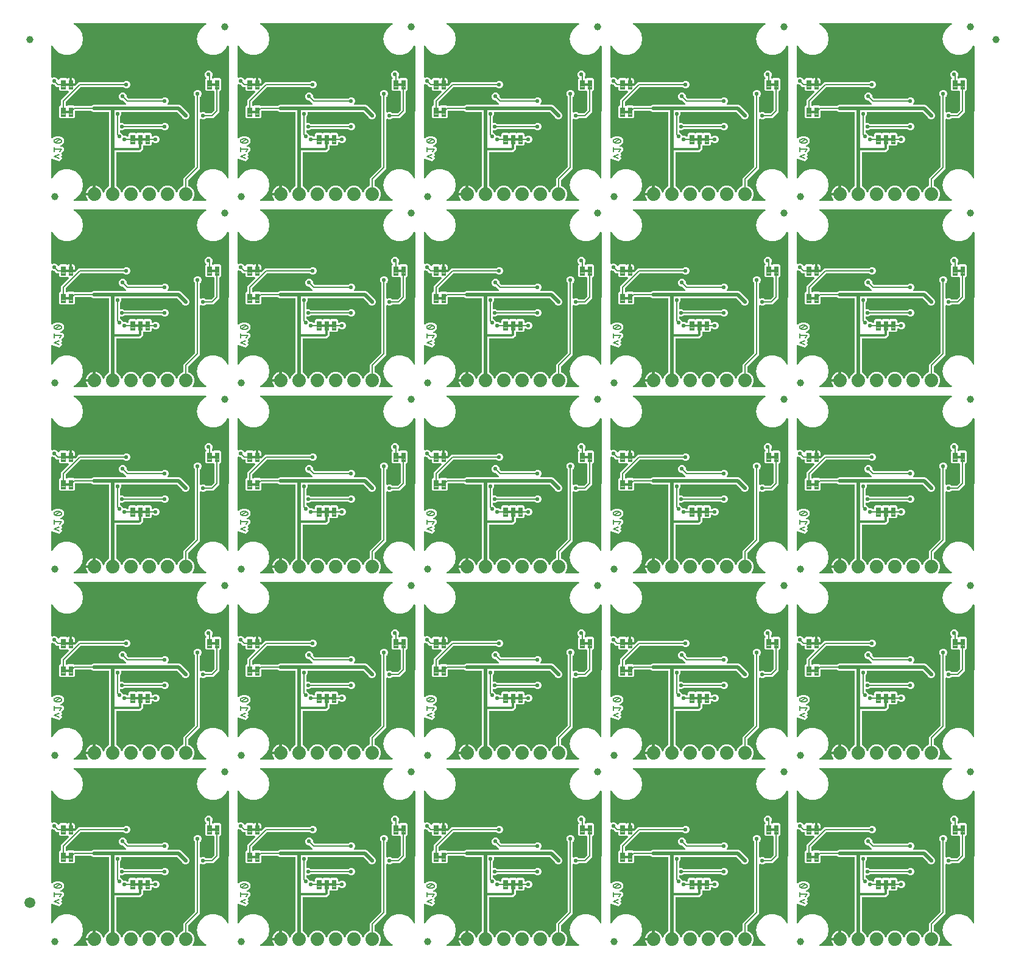
<source format=gbl>
G04 EAGLE Gerber RS-274X export*
G75*
%MOMM*%
%FSLAX34Y34*%
%LPD*%
%INBottom Copper*%
%IPPOS*%
%AMOC8*
5,1,8,0,0,1.08239X$1,22.5*%
G01*
%ADD10C,0.203200*%
%ADD11C,0.099059*%
%ADD12C,1.879600*%
%ADD13C,1.000000*%
%ADD14C,1.500000*%
%ADD15C,0.554000*%
%ADD16C,0.558800*%
%ADD17C,0.508000*%
%ADD18C,0.304800*%
%ADD19C,0.177800*%

G36*
X218351Y3572D02*
X218351Y3572D01*
X218458Y3580D01*
X218491Y3592D01*
X218525Y3597D01*
X218624Y3641D01*
X218725Y3678D01*
X218753Y3699D01*
X218785Y3713D01*
X218867Y3783D01*
X218954Y3846D01*
X218975Y3874D01*
X219002Y3896D01*
X219062Y3986D01*
X219127Y4072D01*
X219140Y4104D01*
X219159Y4133D01*
X219192Y4236D01*
X219231Y4336D01*
X219235Y4371D01*
X219245Y4404D01*
X219248Y4512D01*
X219258Y4619D01*
X219251Y4654D01*
X219252Y4688D01*
X219225Y4793D01*
X219205Y4899D01*
X219189Y4930D01*
X219181Y4963D01*
X219125Y5056D01*
X219077Y5152D01*
X219053Y5178D01*
X219035Y5208D01*
X218957Y5282D01*
X218883Y5361D01*
X218856Y5376D01*
X218828Y5402D01*
X218637Y5500D01*
X218591Y5526D01*
X217380Y5967D01*
X211410Y10976D01*
X207514Y17725D01*
X206160Y25400D01*
X207514Y33075D01*
X211410Y39824D01*
X217380Y44833D01*
X224703Y47499D01*
X232497Y47499D01*
X239820Y44833D01*
X245790Y39824D01*
X248377Y35343D01*
X248389Y35328D01*
X248397Y35310D01*
X248476Y35216D01*
X248552Y35119D01*
X248568Y35108D01*
X248580Y35093D01*
X248683Y35025D01*
X248783Y34952D01*
X248801Y34946D01*
X248817Y34935D01*
X248934Y34898D01*
X249050Y34856D01*
X249069Y34855D01*
X249088Y34849D01*
X249211Y34846D01*
X249334Y34838D01*
X249353Y34842D01*
X249372Y34842D01*
X249491Y34873D01*
X249612Y34899D01*
X249628Y34908D01*
X249647Y34913D01*
X249753Y34976D01*
X249861Y35035D01*
X249875Y35048D01*
X249891Y35058D01*
X249976Y35148D01*
X250064Y35235D01*
X250073Y35251D01*
X250086Y35265D01*
X250142Y35375D01*
X250203Y35483D01*
X250207Y35501D01*
X250216Y35518D01*
X250228Y35591D01*
X250267Y35760D01*
X250265Y35810D01*
X250272Y35849D01*
X250415Y218398D01*
X250412Y218418D01*
X250415Y218438D01*
X250393Y218558D01*
X250376Y218679D01*
X250368Y218698D01*
X250364Y218717D01*
X250309Y218827D01*
X250260Y218939D01*
X250247Y218954D01*
X250238Y218972D01*
X250155Y219063D01*
X250076Y219156D01*
X250060Y219167D01*
X250046Y219182D01*
X249941Y219246D01*
X249840Y219314D01*
X249821Y219320D01*
X249804Y219330D01*
X249685Y219363D01*
X249569Y219400D01*
X249549Y219400D01*
X249529Y219406D01*
X249407Y219404D01*
X249284Y219407D01*
X249265Y219402D01*
X249245Y219402D01*
X249128Y219367D01*
X249009Y219336D01*
X248992Y219326D01*
X248973Y219320D01*
X248870Y219253D01*
X248765Y219191D01*
X248751Y219176D01*
X248734Y219165D01*
X248687Y219108D01*
X248570Y218984D01*
X248547Y218938D01*
X248521Y218906D01*
X245790Y214176D01*
X239820Y209167D01*
X232497Y206501D01*
X224703Y206501D01*
X217380Y209167D01*
X211410Y214176D01*
X207514Y220925D01*
X206160Y228600D01*
X207514Y236275D01*
X211410Y243024D01*
X217380Y248033D01*
X218591Y248474D01*
X218686Y248525D01*
X218785Y248569D01*
X218811Y248591D01*
X218842Y248608D01*
X218919Y248683D01*
X219002Y248753D01*
X219021Y248781D01*
X219046Y248806D01*
X219099Y248899D01*
X219159Y248989D01*
X219170Y249022D01*
X219187Y249052D01*
X219212Y249157D01*
X219245Y249260D01*
X219246Y249295D01*
X219254Y249329D01*
X219250Y249436D01*
X219252Y249544D01*
X219244Y249578D01*
X219242Y249613D01*
X219208Y249715D01*
X219181Y249819D01*
X219163Y249849D01*
X219152Y249882D01*
X219090Y249971D01*
X219035Y250064D01*
X219010Y250088D01*
X218990Y250116D01*
X218907Y250184D01*
X218828Y250258D01*
X218797Y250274D01*
X218770Y250296D01*
X218671Y250339D01*
X218575Y250388D01*
X218544Y250393D01*
X218509Y250408D01*
X218296Y250434D01*
X218244Y250443D01*
X35756Y250443D01*
X35650Y250428D01*
X35542Y250420D01*
X35509Y250408D01*
X35475Y250403D01*
X35376Y250359D01*
X35275Y250322D01*
X35247Y250301D01*
X35215Y250287D01*
X35133Y250218D01*
X35046Y250154D01*
X35025Y250126D01*
X34998Y250104D01*
X34939Y250014D01*
X34873Y249928D01*
X34860Y249896D01*
X34841Y249867D01*
X34808Y249764D01*
X34769Y249664D01*
X34765Y249629D01*
X34755Y249596D01*
X34752Y249488D01*
X34742Y249381D01*
X34749Y249346D01*
X34748Y249312D01*
X34775Y249207D01*
X34795Y249101D01*
X34811Y249070D01*
X34819Y249037D01*
X34875Y248944D01*
X34923Y248848D01*
X34947Y248822D01*
X34965Y248792D01*
X35043Y248718D01*
X35117Y248639D01*
X35144Y248624D01*
X35172Y248598D01*
X35363Y248500D01*
X35409Y248474D01*
X36620Y248033D01*
X42590Y243024D01*
X46486Y236275D01*
X47840Y228600D01*
X46486Y220925D01*
X42590Y214176D01*
X36620Y209167D01*
X29297Y206501D01*
X21503Y206501D01*
X14180Y209167D01*
X8210Y214176D01*
X5451Y218955D01*
X5439Y218970D01*
X5431Y218988D01*
X5352Y219082D01*
X5276Y219179D01*
X5260Y219190D01*
X5247Y219205D01*
X5145Y219273D01*
X5046Y219345D01*
X5027Y219352D01*
X5011Y219363D01*
X4894Y219400D01*
X4778Y219441D01*
X4758Y219443D01*
X4740Y219449D01*
X4617Y219452D01*
X4494Y219460D01*
X4475Y219455D01*
X4456Y219456D01*
X4337Y219425D01*
X4217Y219398D01*
X4199Y219389D01*
X4181Y219384D01*
X4075Y219321D01*
X3967Y219263D01*
X3953Y219249D01*
X3936Y219239D01*
X3852Y219149D01*
X3765Y219063D01*
X3755Y219046D01*
X3742Y219031D01*
X3686Y218922D01*
X3626Y218815D01*
X3621Y218796D01*
X3612Y218778D01*
X3600Y218706D01*
X3561Y218538D01*
X3563Y218487D01*
X3557Y218447D01*
X3557Y175765D01*
X3573Y175651D01*
X3583Y175537D01*
X3593Y175511D01*
X3597Y175483D01*
X3644Y175378D01*
X3685Y175271D01*
X3701Y175249D01*
X3713Y175224D01*
X3787Y175136D01*
X3856Y175045D01*
X3879Y175028D01*
X3896Y175007D01*
X3992Y174943D01*
X4084Y174874D01*
X4110Y174865D01*
X4133Y174849D01*
X4243Y174814D01*
X4350Y174774D01*
X4378Y174772D01*
X4404Y174763D01*
X4519Y174760D01*
X4633Y174751D01*
X4658Y174757D01*
X4688Y174756D01*
X4945Y174823D01*
X4961Y174827D01*
X6564Y175491D01*
X8676Y175491D01*
X10628Y174682D01*
X12122Y173188D01*
X12479Y172326D01*
X12538Y172228D01*
X12590Y172126D01*
X12610Y172106D01*
X12624Y172082D01*
X12707Y172003D01*
X12786Y171920D01*
X12810Y171906D01*
X12830Y171886D01*
X12933Y171834D01*
X13032Y171776D01*
X13058Y171769D01*
X13083Y171756D01*
X13196Y171734D01*
X13307Y171706D01*
X13335Y171707D01*
X13362Y171701D01*
X13477Y171711D01*
X13591Y171715D01*
X13618Y171723D01*
X13645Y171726D01*
X13753Y171767D01*
X13862Y171802D01*
X13882Y171817D01*
X13911Y171828D01*
X14123Y171989D01*
X14135Y171997D01*
X16129Y173991D01*
X24257Y173991D01*
X24705Y173543D01*
X24760Y173502D01*
X24808Y173453D01*
X24873Y173417D01*
X24933Y173372D01*
X24996Y173347D01*
X25056Y173314D01*
X25128Y173297D01*
X25198Y173270D01*
X25266Y173265D01*
X25333Y173249D01*
X25407Y173253D01*
X25482Y173247D01*
X25548Y173260D01*
X25617Y173264D01*
X25675Y173286D01*
X25760Y173303D01*
X25861Y173355D01*
X25931Y173381D01*
X26628Y173784D01*
X27401Y173991D01*
X28957Y173991D01*
X28957Y166433D01*
X18415Y166433D01*
X18396Y166421D01*
X18374Y166417D01*
X18367Y166402D01*
X18358Y166396D01*
X18359Y166386D01*
X18352Y166370D01*
X18352Y163830D01*
X18364Y163811D01*
X18368Y163789D01*
X18383Y163782D01*
X18389Y163773D01*
X18399Y163774D01*
X18415Y163767D01*
X30516Y163767D01*
X30567Y163707D01*
X30615Y163675D01*
X30658Y163635D01*
X30733Y163596D01*
X30803Y163549D01*
X30859Y163532D01*
X30911Y163505D01*
X30979Y163494D01*
X31074Y163464D01*
X31174Y163461D01*
X31242Y163450D01*
X36391Y163450D01*
X36478Y163462D01*
X36565Y163465D01*
X36618Y163482D01*
X36673Y163490D01*
X36752Y163525D01*
X36836Y163552D01*
X36875Y163580D01*
X36932Y163606D01*
X37045Y163702D01*
X37109Y163747D01*
X41892Y168530D01*
X103415Y168530D01*
X103501Y168542D01*
X103589Y168545D01*
X103642Y168562D01*
X103696Y168570D01*
X103776Y168605D01*
X103859Y168632D01*
X103899Y168660D01*
X103956Y168686D01*
X104069Y168782D01*
X104133Y168827D01*
X104928Y169623D01*
X106889Y170435D01*
X109011Y170435D01*
X110972Y169623D01*
X112473Y168122D01*
X113285Y166161D01*
X113285Y164039D01*
X112473Y162078D01*
X110972Y160577D01*
X109011Y159765D01*
X106889Y159765D01*
X104928Y160577D01*
X104133Y161373D01*
X104063Y161425D01*
X103999Y161485D01*
X103950Y161511D01*
X103905Y161544D01*
X103824Y161575D01*
X103746Y161615D01*
X103698Y161623D01*
X103640Y161645D01*
X103492Y161657D01*
X103415Y161670D01*
X45153Y161670D01*
X45067Y161658D01*
X44979Y161655D01*
X44927Y161638D01*
X44872Y161630D01*
X44792Y161595D01*
X44709Y161568D01*
X44670Y161540D01*
X44613Y161514D01*
X44499Y161418D01*
X44436Y161373D01*
X36147Y153084D01*
X36068Y153059D01*
X36028Y153031D01*
X35971Y153005D01*
X35858Y152909D01*
X35794Y152864D01*
X23920Y140990D01*
X23868Y140920D01*
X23808Y140856D01*
X23782Y140807D01*
X23749Y140763D01*
X23718Y140681D01*
X23678Y140603D01*
X23670Y140555D01*
X23648Y140497D01*
X23636Y140349D01*
X23623Y140272D01*
X23623Y136906D01*
X23631Y136848D01*
X23629Y136790D01*
X23651Y136708D01*
X23663Y136624D01*
X23686Y136571D01*
X23701Y136515D01*
X23744Y136442D01*
X23779Y136365D01*
X23817Y136320D01*
X23846Y136270D01*
X23908Y136212D01*
X23962Y136148D01*
X24011Y136116D01*
X24054Y136076D01*
X24092Y136056D01*
X24682Y135466D01*
X24729Y135431D01*
X24769Y135388D01*
X24842Y135346D01*
X24909Y135295D01*
X24964Y135274D01*
X25014Y135245D01*
X25096Y135224D01*
X25175Y135194D01*
X25233Y135189D01*
X25290Y135175D01*
X25374Y135177D01*
X25458Y135170D01*
X25516Y135182D01*
X25574Y135184D01*
X25654Y135210D01*
X25737Y135226D01*
X25789Y135253D01*
X25845Y135271D01*
X25901Y135311D01*
X25989Y135357D01*
X26062Y135426D01*
X26118Y135466D01*
X26543Y135891D01*
X34671Y135891D01*
X34755Y135807D01*
X34825Y135755D01*
X34889Y135695D01*
X34938Y135669D01*
X34982Y135636D01*
X35064Y135605D01*
X35142Y135565D01*
X35189Y135557D01*
X35248Y135535D01*
X35395Y135523D01*
X35473Y135510D01*
X58965Y135510D01*
X59051Y135522D01*
X59139Y135525D01*
X59191Y135542D01*
X59246Y135550D01*
X59326Y135585D01*
X59409Y135612D01*
X59449Y135640D01*
X59506Y135666D01*
X59619Y135762D01*
X59683Y135807D01*
X60478Y136603D01*
X62439Y137415D01*
X64561Y137415D01*
X64988Y137238D01*
X65018Y137230D01*
X65045Y137216D01*
X65123Y137203D01*
X65263Y137167D01*
X65327Y137169D01*
X65376Y137161D01*
X106998Y137161D01*
X107027Y137165D01*
X107056Y137162D01*
X107167Y137185D01*
X107279Y137201D01*
X107306Y137213D01*
X107335Y137218D01*
X107435Y137270D01*
X107539Y137317D01*
X107561Y137336D01*
X107587Y137349D01*
X107669Y137427D01*
X107756Y137500D01*
X107772Y137525D01*
X107793Y137545D01*
X107851Y137643D01*
X107913Y137737D01*
X107922Y137765D01*
X107937Y137790D01*
X107965Y137900D01*
X107999Y138008D01*
X108000Y138038D01*
X108007Y138066D01*
X108004Y138179D01*
X108006Y138292D01*
X107999Y138321D01*
X107998Y138350D01*
X107963Y138458D01*
X107935Y138567D01*
X107920Y138593D01*
X107911Y138621D01*
X107865Y138684D01*
X107789Y138812D01*
X107744Y138855D01*
X107716Y138894D01*
X103628Y142982D01*
X103558Y143034D01*
X103494Y143094D01*
X103445Y143120D01*
X103401Y143153D01*
X103319Y143184D01*
X103241Y143224D01*
X103193Y143232D01*
X103135Y143254D01*
X102987Y143266D01*
X102910Y143279D01*
X101814Y143279D01*
X99862Y144088D01*
X98368Y145582D01*
X97559Y147534D01*
X97559Y149646D01*
X98368Y151598D01*
X99862Y153092D01*
X101814Y153901D01*
X103926Y153901D01*
X105878Y153092D01*
X107372Y151598D01*
X108181Y149646D01*
X108181Y148550D01*
X108193Y148464D01*
X108196Y148376D01*
X108213Y148323D01*
X108221Y148269D01*
X108256Y148189D01*
X108283Y148106D01*
X108311Y148066D01*
X108337Y148009D01*
X108433Y147896D01*
X108478Y147832D01*
X110343Y145967D01*
X110413Y145915D01*
X110477Y145855D01*
X110526Y145829D01*
X110570Y145796D01*
X110652Y145765D01*
X110730Y145725D01*
X110778Y145717D01*
X110836Y145695D01*
X110984Y145683D01*
X111061Y145670D01*
X156789Y145670D01*
X156875Y145682D01*
X156963Y145685D01*
X157015Y145702D01*
X157070Y145710D01*
X157150Y145745D01*
X157233Y145772D01*
X157272Y145800D01*
X157330Y145826D01*
X157443Y145922D01*
X157507Y145967D01*
X158282Y146742D01*
X160234Y147551D01*
X162346Y147551D01*
X164298Y146742D01*
X165792Y145248D01*
X166601Y143296D01*
X166601Y141184D01*
X165792Y139232D01*
X165454Y138894D01*
X165437Y138870D01*
X165414Y138851D01*
X165352Y138757D01*
X165283Y138667D01*
X165273Y138639D01*
X165257Y138615D01*
X165223Y138507D01*
X165182Y138401D01*
X165180Y138372D01*
X165171Y138344D01*
X165168Y138231D01*
X165159Y138118D01*
X165164Y138089D01*
X165164Y138060D01*
X165192Y137950D01*
X165215Y137839D01*
X165228Y137813D01*
X165236Y137785D01*
X165293Y137687D01*
X165346Y137587D01*
X165366Y137565D01*
X165381Y137540D01*
X165463Y137463D01*
X165541Y137381D01*
X165567Y137366D01*
X165588Y137346D01*
X165689Y137294D01*
X165787Y137237D01*
X165815Y137230D01*
X165841Y137216D01*
X165918Y137203D01*
X166062Y137167D01*
X166125Y137169D01*
X166172Y137161D01*
X181351Y137161D01*
X183218Y136387D01*
X192766Y126839D01*
X192791Y126821D01*
X192811Y126797D01*
X192877Y126756D01*
X192993Y126668D01*
X193053Y126646D01*
X193095Y126619D01*
X193522Y126443D01*
X195023Y124942D01*
X195835Y122981D01*
X195835Y120859D01*
X195023Y118898D01*
X193522Y117397D01*
X191561Y116585D01*
X189439Y116585D01*
X187478Y117397D01*
X185977Y118898D01*
X185801Y119325D01*
X185785Y119351D01*
X185776Y119381D01*
X185730Y119445D01*
X185656Y119570D01*
X185609Y119614D01*
X185581Y119654D01*
X178533Y126702D01*
X178463Y126754D01*
X178399Y126814D01*
X178350Y126840D01*
X178306Y126873D01*
X178224Y126904D01*
X178146Y126944D01*
X178098Y126952D01*
X178040Y126974D01*
X177892Y126986D01*
X177815Y126999D01*
X101696Y126999D01*
X101582Y126983D01*
X101468Y126973D01*
X101442Y126963D01*
X101414Y126959D01*
X101310Y126912D01*
X101202Y126871D01*
X101180Y126855D01*
X101155Y126843D01*
X101067Y126769D01*
X100976Y126700D01*
X100959Y126677D01*
X100938Y126660D01*
X100874Y126564D01*
X100806Y126472D01*
X100796Y126446D01*
X100780Y126423D01*
X100746Y126313D01*
X100705Y126206D01*
X100703Y126178D01*
X100695Y126152D01*
X100692Y126037D01*
X100683Y125923D01*
X100688Y125898D01*
X100687Y125868D01*
X100754Y125611D01*
X100758Y125595D01*
X100791Y125516D01*
X100791Y123404D01*
X99982Y121452D01*
X99207Y120677D01*
X99155Y120607D01*
X99095Y120543D01*
X99069Y120493D01*
X99036Y120449D01*
X99005Y120368D01*
X98965Y120290D01*
X98957Y120242D01*
X98935Y120184D01*
X98923Y120036D01*
X98910Y119959D01*
X98910Y112833D01*
X98926Y112720D01*
X98936Y112605D01*
X98946Y112579D01*
X98950Y112552D01*
X98996Y112447D01*
X99038Y112340D01*
X99055Y112318D01*
X99066Y112292D01*
X99140Y112205D01*
X99209Y112113D01*
X99232Y112097D01*
X99249Y112075D01*
X99345Y112012D01*
X99437Y111943D01*
X99463Y111933D01*
X99486Y111918D01*
X99596Y111883D01*
X99703Y111843D01*
X99731Y111840D01*
X99757Y111832D01*
X99872Y111829D01*
X99986Y111820D01*
X100011Y111826D01*
X100041Y111825D01*
X100299Y111892D01*
X100314Y111895D01*
X100544Y111991D01*
X102656Y111991D01*
X104608Y111182D01*
X105383Y110407D01*
X105453Y110355D01*
X105517Y110295D01*
X105567Y110269D01*
X105611Y110236D01*
X105692Y110205D01*
X105770Y110165D01*
X105818Y110157D01*
X105876Y110135D01*
X106024Y110123D01*
X106101Y110110D01*
X156789Y110110D01*
X156875Y110122D01*
X156963Y110125D01*
X157015Y110142D01*
X157070Y110150D01*
X157150Y110185D01*
X157233Y110212D01*
X157272Y110240D01*
X157330Y110266D01*
X157443Y110362D01*
X157507Y110407D01*
X158282Y111182D01*
X160234Y111991D01*
X162346Y111991D01*
X164298Y111182D01*
X165792Y109688D01*
X166601Y107736D01*
X166601Y105624D01*
X165792Y103672D01*
X164298Y102178D01*
X162346Y101369D01*
X160234Y101369D01*
X158282Y102178D01*
X157507Y102953D01*
X157437Y103005D01*
X157373Y103065D01*
X157323Y103091D01*
X157279Y103124D01*
X157198Y103155D01*
X157120Y103195D01*
X157072Y103203D01*
X157014Y103225D01*
X156866Y103237D01*
X156789Y103250D01*
X106101Y103250D01*
X106015Y103238D01*
X105927Y103235D01*
X105875Y103218D01*
X105820Y103210D01*
X105740Y103175D01*
X105657Y103148D01*
X105618Y103120D01*
X105560Y103094D01*
X105447Y102998D01*
X105383Y102953D01*
X104608Y102178D01*
X102656Y101369D01*
X100544Y101369D01*
X100314Y101465D01*
X100203Y101493D01*
X100093Y101528D01*
X100065Y101529D01*
X100038Y101536D01*
X99924Y101532D01*
X99809Y101535D01*
X99782Y101528D01*
X99754Y101527D01*
X99645Y101492D01*
X99534Y101463D01*
X99510Y101449D01*
X99483Y101441D01*
X99388Y101377D01*
X99289Y101318D01*
X99270Y101298D01*
X99247Y101282D01*
X99173Y101195D01*
X99095Y101111D01*
X99082Y101086D01*
X99064Y101065D01*
X99017Y100960D01*
X98965Y100858D01*
X98961Y100833D01*
X98949Y100805D01*
X98912Y100541D01*
X98910Y100527D01*
X98910Y98772D01*
X98910Y98770D01*
X98910Y98769D01*
X98930Y98629D01*
X98950Y98490D01*
X98950Y98489D01*
X98950Y98487D01*
X99009Y98357D01*
X99066Y98231D01*
X99067Y98230D01*
X99068Y98228D01*
X99159Y98121D01*
X99249Y98014D01*
X99251Y98013D01*
X99252Y98012D01*
X99265Y98004D01*
X99486Y97856D01*
X99515Y97847D01*
X99536Y97834D01*
X101037Y97212D01*
X102531Y95718D01*
X102943Y94725D01*
X102972Y94675D01*
X102993Y94620D01*
X103044Y94553D01*
X103087Y94480D01*
X103130Y94440D01*
X103165Y94394D01*
X103232Y94343D01*
X103294Y94285D01*
X103346Y94258D01*
X103393Y94223D01*
X103472Y94194D01*
X103546Y94155D01*
X103604Y94144D01*
X103659Y94123D01*
X103743Y94116D01*
X103825Y94100D01*
X103884Y94105D01*
X103942Y94100D01*
X104009Y94116D01*
X104109Y94124D01*
X104202Y94160D01*
X104269Y94176D01*
X104354Y94211D01*
X106466Y94211D01*
X108418Y93402D01*
X109010Y92810D01*
X109034Y92793D01*
X109053Y92770D01*
X109147Y92708D01*
X109237Y92639D01*
X109265Y92629D01*
X109289Y92613D01*
X109397Y92579D01*
X109503Y92538D01*
X109532Y92536D01*
X109560Y92527D01*
X109674Y92524D01*
X109786Y92515D01*
X109815Y92520D01*
X109844Y92520D01*
X109954Y92548D01*
X110065Y92571D01*
X110091Y92584D01*
X110119Y92592D01*
X110217Y92649D01*
X110317Y92702D01*
X110339Y92722D01*
X110364Y92737D01*
X110441Y92819D01*
X110523Y92897D01*
X110538Y92923D01*
X110558Y92944D01*
X110610Y93045D01*
X110667Y93143D01*
X110674Y93171D01*
X110688Y93197D01*
X110701Y93275D01*
X110737Y93418D01*
X110735Y93481D01*
X110743Y93528D01*
X110743Y96012D01*
X112522Y97791D01*
X120650Y97791D01*
X121075Y97366D01*
X121122Y97331D01*
X121162Y97288D01*
X121235Y97246D01*
X121302Y97195D01*
X121357Y97174D01*
X121407Y97145D01*
X121489Y97124D01*
X121568Y97094D01*
X121626Y97089D01*
X121683Y97075D01*
X121767Y97077D01*
X121851Y97070D01*
X121909Y97082D01*
X121967Y97084D01*
X122047Y97110D01*
X122130Y97126D01*
X122182Y97153D01*
X122238Y97171D01*
X122294Y97211D01*
X122382Y97257D01*
X122455Y97326D01*
X122511Y97366D01*
X122936Y97791D01*
X131064Y97791D01*
X131489Y97366D01*
X131536Y97331D01*
X131576Y97288D01*
X131649Y97246D01*
X131716Y97195D01*
X131771Y97174D01*
X131821Y97145D01*
X131903Y97124D01*
X131982Y97094D01*
X132040Y97089D01*
X132097Y97075D01*
X132181Y97077D01*
X132265Y97070D01*
X132323Y97082D01*
X132381Y97084D01*
X132461Y97110D01*
X132544Y97126D01*
X132596Y97153D01*
X132652Y97171D01*
X132708Y97211D01*
X132796Y97257D01*
X132869Y97326D01*
X132925Y97366D01*
X133350Y97791D01*
X141478Y97791D01*
X143257Y96012D01*
X143257Y93528D01*
X143261Y93499D01*
X143258Y93470D01*
X143281Y93359D01*
X143297Y93247D01*
X143309Y93220D01*
X143314Y93191D01*
X143367Y93091D01*
X143413Y92987D01*
X143432Y92965D01*
X143445Y92939D01*
X143523Y92857D01*
X143596Y92770D01*
X143621Y92754D01*
X143641Y92733D01*
X143739Y92676D01*
X143833Y92613D01*
X143861Y92604D01*
X143886Y92589D01*
X143996Y92561D01*
X144104Y92527D01*
X144134Y92526D01*
X144162Y92519D01*
X144275Y92523D01*
X144388Y92520D01*
X144417Y92527D01*
X144446Y92528D01*
X144554Y92563D01*
X144663Y92592D01*
X144689Y92606D01*
X144717Y92616D01*
X144781Y92661D01*
X144908Y92737D01*
X144951Y92782D01*
X144990Y92810D01*
X145582Y93402D01*
X147534Y94211D01*
X149646Y94211D01*
X151598Y93402D01*
X153092Y91908D01*
X153901Y89956D01*
X153901Y87844D01*
X153092Y85892D01*
X151598Y84398D01*
X149646Y83589D01*
X147534Y83589D01*
X145582Y84398D01*
X144990Y84990D01*
X144966Y85007D01*
X144947Y85030D01*
X144853Y85092D01*
X144763Y85161D01*
X144735Y85171D01*
X144711Y85187D01*
X144603Y85221D01*
X144497Y85262D01*
X144468Y85264D01*
X144440Y85273D01*
X144326Y85276D01*
X144214Y85285D01*
X144185Y85280D01*
X144156Y85280D01*
X144046Y85252D01*
X143935Y85229D01*
X143909Y85216D01*
X143881Y85208D01*
X143783Y85151D01*
X143683Y85098D01*
X143661Y85078D01*
X143636Y85063D01*
X143559Y84981D01*
X143477Y84903D01*
X143462Y84877D01*
X143442Y84856D01*
X143390Y84755D01*
X143333Y84657D01*
X143326Y84629D01*
X143312Y84603D01*
X143299Y84525D01*
X143263Y84382D01*
X143265Y84319D01*
X143257Y84272D01*
X143257Y81788D01*
X141478Y80009D01*
X133350Y80009D01*
X132925Y80434D01*
X132878Y80469D01*
X132838Y80512D01*
X132810Y80528D01*
X132807Y80531D01*
X132793Y80538D01*
X132765Y80554D01*
X132698Y80605D01*
X132643Y80626D01*
X132592Y80655D01*
X132511Y80676D01*
X132432Y80706D01*
X132374Y80711D01*
X132317Y80725D01*
X132233Y80723D01*
X132149Y80730D01*
X132091Y80718D01*
X132033Y80716D01*
X131953Y80690D01*
X131870Y80674D01*
X131818Y80647D01*
X131762Y80629D01*
X131706Y80589D01*
X131618Y80543D01*
X131545Y80474D01*
X131489Y80434D01*
X131362Y80307D01*
X131309Y80237D01*
X131250Y80173D01*
X131224Y80124D01*
X131191Y80080D01*
X131160Y79998D01*
X131120Y79920D01*
X131112Y79873D01*
X131090Y79814D01*
X131078Y79666D01*
X131065Y79589D01*
X131065Y74516D01*
X127414Y70865D01*
X94996Y70865D01*
X94938Y70857D01*
X94880Y70859D01*
X94798Y70837D01*
X94714Y70825D01*
X94661Y70802D01*
X94605Y70787D01*
X94532Y70744D01*
X94455Y70709D01*
X94410Y70671D01*
X94360Y70642D01*
X94302Y70580D01*
X94238Y70526D01*
X94206Y70477D01*
X94166Y70434D01*
X94127Y70359D01*
X94080Y70289D01*
X94063Y70233D01*
X94036Y70181D01*
X94025Y70113D01*
X93995Y70018D01*
X93992Y69918D01*
X93981Y69850D01*
X93981Y24196D01*
X93981Y24195D01*
X93981Y24193D01*
X94001Y24054D01*
X94021Y23915D01*
X94021Y23913D01*
X94021Y23912D01*
X94078Y23786D01*
X94137Y23655D01*
X94138Y23654D01*
X94139Y23653D01*
X94230Y23546D01*
X94320Y23438D01*
X94322Y23437D01*
X94323Y23436D01*
X94336Y23428D01*
X94557Y23281D01*
X94586Y23272D01*
X94607Y23258D01*
X95663Y22821D01*
X99021Y19463D01*
X100662Y15501D01*
X100677Y15476D01*
X100686Y15448D01*
X100749Y15354D01*
X100807Y15257D01*
X100828Y15236D01*
X100844Y15212D01*
X100931Y15139D01*
X101013Y15061D01*
X101039Y15048D01*
X101062Y15029D01*
X101165Y14983D01*
X101266Y14931D01*
X101295Y14925D01*
X101322Y14914D01*
X101434Y14898D01*
X101545Y14876D01*
X101574Y14879D01*
X101603Y14875D01*
X101715Y14891D01*
X101828Y14901D01*
X101855Y14911D01*
X101884Y14915D01*
X101988Y14962D01*
X102093Y15003D01*
X102117Y15020D01*
X102144Y15032D01*
X102230Y15106D01*
X102320Y15174D01*
X102338Y15198D01*
X102360Y15217D01*
X102402Y15283D01*
X102490Y15402D01*
X102512Y15460D01*
X102538Y15501D01*
X104179Y19463D01*
X107537Y22821D01*
X111925Y24639D01*
X116675Y24639D01*
X121063Y22821D01*
X124421Y19463D01*
X126062Y15501D01*
X126077Y15476D01*
X126086Y15448D01*
X126149Y15354D01*
X126207Y15257D01*
X126228Y15236D01*
X126244Y15212D01*
X126331Y15139D01*
X126413Y15061D01*
X126439Y15048D01*
X126462Y15029D01*
X126565Y14983D01*
X126666Y14931D01*
X126695Y14925D01*
X126722Y14914D01*
X126834Y14898D01*
X126945Y14876D01*
X126974Y14879D01*
X127003Y14875D01*
X127115Y14891D01*
X127228Y14901D01*
X127255Y14911D01*
X127284Y14915D01*
X127388Y14962D01*
X127493Y15003D01*
X127517Y15020D01*
X127544Y15032D01*
X127630Y15106D01*
X127720Y15174D01*
X127738Y15198D01*
X127760Y15217D01*
X127802Y15283D01*
X127890Y15402D01*
X127912Y15460D01*
X127938Y15501D01*
X129579Y19463D01*
X132937Y22821D01*
X137325Y24639D01*
X142075Y24639D01*
X146463Y22821D01*
X149821Y19463D01*
X151462Y15501D01*
X151477Y15476D01*
X151486Y15448D01*
X151549Y15354D01*
X151607Y15257D01*
X151628Y15236D01*
X151644Y15212D01*
X151731Y15139D01*
X151813Y15061D01*
X151839Y15048D01*
X151862Y15029D01*
X151965Y14983D01*
X152066Y14931D01*
X152095Y14925D01*
X152122Y14914D01*
X152234Y14898D01*
X152345Y14876D01*
X152374Y14879D01*
X152403Y14875D01*
X152515Y14891D01*
X152628Y14901D01*
X152655Y14911D01*
X152684Y14915D01*
X152788Y14962D01*
X152893Y15003D01*
X152917Y15020D01*
X152944Y15032D01*
X153030Y15106D01*
X153120Y15174D01*
X153138Y15198D01*
X153160Y15217D01*
X153202Y15283D01*
X153290Y15402D01*
X153312Y15460D01*
X153338Y15501D01*
X154979Y19463D01*
X158337Y22821D01*
X162725Y24639D01*
X167475Y24639D01*
X171863Y22821D01*
X175221Y19463D01*
X176862Y15501D01*
X176877Y15476D01*
X176886Y15448D01*
X176949Y15354D01*
X177007Y15257D01*
X177028Y15236D01*
X177044Y15212D01*
X177131Y15139D01*
X177213Y15061D01*
X177239Y15048D01*
X177262Y15029D01*
X177365Y14983D01*
X177466Y14931D01*
X177495Y14925D01*
X177522Y14914D01*
X177634Y14898D01*
X177745Y14876D01*
X177774Y14879D01*
X177803Y14875D01*
X177915Y14891D01*
X178028Y14901D01*
X178055Y14911D01*
X178084Y14915D01*
X178188Y14962D01*
X178293Y15003D01*
X178317Y15020D01*
X178344Y15032D01*
X178430Y15106D01*
X178520Y15174D01*
X178538Y15198D01*
X178560Y15217D01*
X178602Y15283D01*
X178690Y15402D01*
X178712Y15460D01*
X178738Y15501D01*
X180379Y19463D01*
X183737Y22821D01*
X186444Y23942D01*
X186445Y23943D01*
X186446Y23943D01*
X186521Y23987D01*
X186588Y24018D01*
X186627Y24050D01*
X186688Y24087D01*
X186689Y24088D01*
X186691Y24089D01*
X186763Y24166D01*
X186805Y24201D01*
X186826Y24232D01*
X186884Y24293D01*
X186884Y24295D01*
X186885Y24296D01*
X186942Y24406D01*
X186963Y24438D01*
X186971Y24463D01*
X187014Y24546D01*
X187014Y24548D01*
X187015Y24549D01*
X187017Y24564D01*
X187041Y24685D01*
X187049Y24709D01*
X187049Y24726D01*
X187069Y24825D01*
X187066Y24855D01*
X187070Y24880D01*
X187070Y35056D01*
X203156Y51142D01*
X203208Y51211D01*
X203268Y51275D01*
X203294Y51325D01*
X203327Y51369D01*
X203358Y51451D01*
X203398Y51528D01*
X203406Y51576D01*
X203428Y51635D01*
X203440Y51782D01*
X203453Y51860D01*
X203453Y148026D01*
X203441Y148112D01*
X203438Y148200D01*
X203421Y148252D01*
X203413Y148307D01*
X203378Y148387D01*
X203351Y148470D01*
X203323Y148509D01*
X203297Y148567D01*
X203201Y148680D01*
X203156Y148744D01*
X202508Y149392D01*
X201699Y151344D01*
X201699Y153456D01*
X202508Y155408D01*
X204002Y156902D01*
X205954Y157711D01*
X208066Y157711D01*
X210018Y156902D01*
X211512Y155408D01*
X212321Y153456D01*
X212321Y151344D01*
X211512Y149392D01*
X210610Y148490D01*
X210558Y148420D01*
X210498Y148356D01*
X210472Y148306D01*
X210439Y148262D01*
X210408Y148181D01*
X210368Y148103D01*
X210360Y148055D01*
X210338Y147997D01*
X210330Y147900D01*
X210327Y147890D01*
X210326Y147849D01*
X210313Y147772D01*
X210313Y127399D01*
X210321Y127344D01*
X210319Y127301D01*
X210332Y127255D01*
X210339Y127171D01*
X210349Y127145D01*
X210353Y127118D01*
X210388Y127040D01*
X210391Y127026D01*
X210401Y127010D01*
X210441Y126906D01*
X210457Y126884D01*
X210469Y126859D01*
X210543Y126771D01*
X210612Y126679D01*
X210635Y126663D01*
X210652Y126642D01*
X210748Y126578D01*
X210840Y126509D01*
X210866Y126499D01*
X210889Y126484D01*
X210999Y126449D01*
X211106Y126409D01*
X211134Y126407D01*
X211160Y126398D01*
X211275Y126395D01*
X211389Y126386D01*
X211414Y126392D01*
X211444Y126391D01*
X211624Y126438D01*
X211652Y126442D01*
X211671Y126450D01*
X211701Y126458D01*
X211717Y126461D01*
X213574Y127231D01*
X215686Y127231D01*
X217638Y126422D01*
X218413Y125647D01*
X218483Y125595D01*
X218547Y125535D01*
X218597Y125509D01*
X218641Y125476D01*
X218722Y125445D01*
X218800Y125405D01*
X218848Y125397D01*
X218906Y125375D01*
X219054Y125363D01*
X219131Y125350D01*
X225489Y125350D01*
X225575Y125362D01*
X225663Y125365D01*
X225716Y125382D01*
X225770Y125390D01*
X225850Y125425D01*
X225933Y125452D01*
X225973Y125480D01*
X226030Y125506D01*
X226143Y125602D01*
X226207Y125647D01*
X230080Y129520D01*
X230132Y129590D01*
X230192Y129654D01*
X230218Y129703D01*
X230251Y129747D01*
X230282Y129829D01*
X230322Y129907D01*
X230330Y129955D01*
X230352Y130013D01*
X230364Y130161D01*
X230377Y130238D01*
X230377Y155194D01*
X230369Y155252D01*
X230371Y155310D01*
X230349Y155392D01*
X230337Y155476D01*
X230314Y155529D01*
X230299Y155585D01*
X230256Y155658D01*
X230221Y155735D01*
X230183Y155780D01*
X230154Y155830D01*
X230092Y155888D01*
X230038Y155952D01*
X229989Y155984D01*
X229946Y156024D01*
X229908Y156044D01*
X229318Y156634D01*
X229271Y156669D01*
X229231Y156712D01*
X229158Y156754D01*
X229091Y156805D01*
X229036Y156826D01*
X228986Y156855D01*
X228904Y156876D01*
X228825Y156906D01*
X228767Y156911D01*
X228710Y156925D01*
X228626Y156923D01*
X228542Y156930D01*
X228484Y156918D01*
X228426Y156916D01*
X228346Y156890D01*
X228263Y156874D01*
X228211Y156847D01*
X228155Y156829D01*
X228099Y156789D01*
X228011Y156743D01*
X227938Y156674D01*
X227882Y156634D01*
X227457Y156209D01*
X219329Y156209D01*
X217550Y157988D01*
X217550Y172212D01*
X218856Y173518D01*
X218891Y173565D01*
X218933Y173605D01*
X218976Y173678D01*
X219027Y173745D01*
X219048Y173800D01*
X219077Y173850D01*
X219098Y173932D01*
X219128Y174011D01*
X219133Y174069D01*
X219147Y174126D01*
X219145Y174210D01*
X219152Y174294D01*
X219140Y174351D01*
X219138Y174410D01*
X219112Y174490D01*
X219096Y174573D01*
X219069Y174625D01*
X219051Y174680D01*
X219011Y174736D01*
X218965Y174825D01*
X218896Y174898D01*
X218856Y174954D01*
X217748Y176062D01*
X216939Y178014D01*
X216939Y180126D01*
X217748Y182078D01*
X219242Y183572D01*
X221194Y184381D01*
X223306Y184381D01*
X225258Y183572D01*
X226752Y182078D01*
X227561Y180126D01*
X227561Y178014D01*
X226900Y176419D01*
X226892Y176389D01*
X226878Y176361D01*
X226865Y176284D01*
X226829Y176143D01*
X226831Y176079D01*
X226823Y176030D01*
X226823Y175006D01*
X226831Y174948D01*
X226829Y174890D01*
X226851Y174808D01*
X226863Y174724D01*
X226886Y174671D01*
X226901Y174615D01*
X226944Y174542D01*
X226979Y174465D01*
X227017Y174420D01*
X227046Y174370D01*
X227108Y174312D01*
X227162Y174248D01*
X227211Y174216D01*
X227254Y174176D01*
X227292Y174156D01*
X227882Y173566D01*
X227929Y173531D01*
X227969Y173488D01*
X228042Y173446D01*
X228109Y173395D01*
X228164Y173374D01*
X228214Y173345D01*
X228296Y173324D01*
X228375Y173294D01*
X228433Y173289D01*
X228490Y173275D01*
X228574Y173277D01*
X228658Y173270D01*
X228716Y173282D01*
X228774Y173284D01*
X228854Y173310D01*
X228937Y173326D01*
X228989Y173353D01*
X229045Y173371D01*
X229101Y173411D01*
X229189Y173457D01*
X229262Y173526D01*
X229318Y173566D01*
X229743Y173991D01*
X237871Y173991D01*
X239650Y172212D01*
X239650Y157988D01*
X237719Y156057D01*
X237711Y156053D01*
X237666Y156015D01*
X237616Y155986D01*
X237558Y155924D01*
X237494Y155870D01*
X237462Y155821D01*
X237422Y155778D01*
X237383Y155703D01*
X237336Y155633D01*
X237319Y155577D01*
X237292Y155525D01*
X237281Y155457D01*
X237251Y155362D01*
X237248Y155262D01*
X237237Y155194D01*
X237237Y126976D01*
X228751Y118490D01*
X219131Y118490D01*
X219045Y118478D01*
X218957Y118475D01*
X218905Y118458D01*
X218850Y118450D01*
X218770Y118415D01*
X218687Y118388D01*
X218648Y118360D01*
X218590Y118334D01*
X218477Y118238D01*
X218413Y118193D01*
X217638Y117418D01*
X215686Y116609D01*
X213574Y116609D01*
X211717Y117379D01*
X211605Y117407D01*
X211496Y117442D01*
X211468Y117443D01*
X211441Y117449D01*
X211327Y117446D01*
X211212Y117449D01*
X211185Y117442D01*
X211157Y117441D01*
X211048Y117406D01*
X210937Y117377D01*
X210913Y117363D01*
X210886Y117355D01*
X210791Y117291D01*
X210692Y117232D01*
X210673Y117212D01*
X210650Y117196D01*
X210576Y117109D01*
X210498Y117025D01*
X210485Y117000D01*
X210467Y116979D01*
X210421Y116874D01*
X210368Y116772D01*
X210364Y116747D01*
X210352Y116719D01*
X210315Y116455D01*
X210313Y116441D01*
X210313Y48598D01*
X194227Y32512D01*
X194175Y32442D01*
X194115Y32378D01*
X194089Y32329D01*
X194056Y32285D01*
X194025Y32203D01*
X193985Y32125D01*
X193977Y32078D01*
X193955Y32019D01*
X193943Y31872D01*
X193930Y31794D01*
X193930Y24880D01*
X193930Y24879D01*
X193930Y24877D01*
X193944Y24776D01*
X193944Y24761D01*
X193950Y24739D01*
X193950Y24734D01*
X193970Y24599D01*
X193970Y24597D01*
X193970Y24596D01*
X194010Y24508D01*
X194016Y24486D01*
X194034Y24455D01*
X194086Y24339D01*
X194087Y24338D01*
X194088Y24337D01*
X194143Y24271D01*
X194161Y24241D01*
X194199Y24206D01*
X194269Y24122D01*
X194271Y24121D01*
X194272Y24120D01*
X194285Y24112D01*
X194333Y24080D01*
X194368Y24047D01*
X194431Y24015D01*
X194506Y23965D01*
X194535Y23955D01*
X194556Y23942D01*
X197263Y22821D01*
X200621Y19463D01*
X202439Y15075D01*
X202439Y10325D01*
X200621Y5937D01*
X199974Y5290D01*
X199956Y5266D01*
X199934Y5247D01*
X199871Y5153D01*
X199803Y5063D01*
X199792Y5035D01*
X199776Y5011D01*
X199742Y4903D01*
X199702Y4797D01*
X199699Y4768D01*
X199690Y4740D01*
X199687Y4626D01*
X199678Y4514D01*
X199684Y4485D01*
X199683Y4456D01*
X199712Y4346D01*
X199734Y4235D01*
X199748Y4209D01*
X199755Y4181D01*
X199813Y4083D01*
X199865Y3983D01*
X199885Y3961D01*
X199900Y3936D01*
X199983Y3859D01*
X200061Y3777D01*
X200086Y3762D01*
X200107Y3742D01*
X200208Y3690D01*
X200306Y3633D01*
X200334Y3626D01*
X200361Y3612D01*
X200438Y3599D01*
X200582Y3563D01*
X200644Y3565D01*
X200692Y3557D01*
X218244Y3557D01*
X218351Y3572D01*
G37*
G36*
X995590Y780812D02*
X995590Y780812D01*
X995698Y780820D01*
X995731Y780832D01*
X995765Y780837D01*
X995864Y780881D01*
X995965Y780918D01*
X995993Y780939D01*
X996025Y780953D01*
X996107Y781022D01*
X996194Y781086D01*
X996215Y781114D01*
X996242Y781136D01*
X996301Y781226D01*
X996367Y781312D01*
X996380Y781344D01*
X996399Y781373D01*
X996432Y781476D01*
X996471Y781576D01*
X996475Y781611D01*
X996485Y781644D01*
X996488Y781752D01*
X996498Y781859D01*
X996491Y781894D01*
X996492Y781928D01*
X996465Y782033D01*
X996445Y782139D01*
X996429Y782170D01*
X996420Y782203D01*
X996365Y782296D01*
X996317Y782392D01*
X996293Y782418D01*
X996275Y782448D01*
X996196Y782522D01*
X996123Y782601D01*
X996096Y782616D01*
X996068Y782642D01*
X995877Y782740D01*
X995831Y782766D01*
X994620Y783207D01*
X988650Y788216D01*
X984754Y794965D01*
X983400Y802640D01*
X984754Y810315D01*
X988650Y817064D01*
X994620Y822073D01*
X1001943Y824739D01*
X1009737Y824739D01*
X1017060Y822073D01*
X1023030Y817064D01*
X1025617Y812583D01*
X1025629Y812568D01*
X1025637Y812550D01*
X1025716Y812456D01*
X1025792Y812359D01*
X1025808Y812348D01*
X1025820Y812333D01*
X1025923Y812265D01*
X1026023Y812192D01*
X1026041Y812186D01*
X1026057Y812175D01*
X1026174Y812138D01*
X1026290Y812096D01*
X1026309Y812095D01*
X1026328Y812089D01*
X1026451Y812086D01*
X1026574Y812078D01*
X1026593Y812082D01*
X1026612Y812082D01*
X1026731Y812113D01*
X1026852Y812139D01*
X1026868Y812148D01*
X1026887Y812153D01*
X1026993Y812216D01*
X1027101Y812275D01*
X1027115Y812288D01*
X1027131Y812298D01*
X1027216Y812388D01*
X1027304Y812475D01*
X1027313Y812491D01*
X1027326Y812505D01*
X1027382Y812615D01*
X1027443Y812723D01*
X1027447Y812741D01*
X1027456Y812758D01*
X1027468Y812831D01*
X1027507Y813000D01*
X1027505Y813050D01*
X1027512Y813089D01*
X1027655Y995638D01*
X1027652Y995658D01*
X1027655Y995678D01*
X1027633Y995798D01*
X1027616Y995919D01*
X1027608Y995938D01*
X1027604Y995957D01*
X1027549Y996067D01*
X1027500Y996179D01*
X1027487Y996194D01*
X1027478Y996212D01*
X1027395Y996303D01*
X1027316Y996396D01*
X1027300Y996407D01*
X1027286Y996422D01*
X1027181Y996486D01*
X1027080Y996554D01*
X1027061Y996560D01*
X1027044Y996570D01*
X1026925Y996603D01*
X1026809Y996640D01*
X1026789Y996640D01*
X1026769Y996646D01*
X1026647Y996644D01*
X1026524Y996647D01*
X1026505Y996642D01*
X1026485Y996642D01*
X1026368Y996607D01*
X1026249Y996576D01*
X1026232Y996566D01*
X1026213Y996560D01*
X1026110Y996493D01*
X1026005Y996431D01*
X1025991Y996416D01*
X1025974Y996405D01*
X1025927Y996348D01*
X1025810Y996224D01*
X1025787Y996178D01*
X1025761Y996146D01*
X1023030Y991416D01*
X1017060Y986407D01*
X1009737Y983741D01*
X1001943Y983741D01*
X994620Y986407D01*
X988650Y991416D01*
X984754Y998165D01*
X983400Y1005840D01*
X984754Y1013515D01*
X988650Y1020264D01*
X994620Y1025273D01*
X995831Y1025714D01*
X995926Y1025765D01*
X996025Y1025809D01*
X996051Y1025831D01*
X996082Y1025848D01*
X996159Y1025923D01*
X996242Y1025993D01*
X996261Y1026021D01*
X996286Y1026046D01*
X996339Y1026139D01*
X996399Y1026229D01*
X996410Y1026262D01*
X996427Y1026292D01*
X996452Y1026397D01*
X996485Y1026500D01*
X996486Y1026535D01*
X996494Y1026569D01*
X996490Y1026676D01*
X996492Y1026784D01*
X996484Y1026818D01*
X996482Y1026853D01*
X996448Y1026955D01*
X996421Y1027059D01*
X996403Y1027089D01*
X996392Y1027122D01*
X996330Y1027211D01*
X996275Y1027304D01*
X996250Y1027328D01*
X996230Y1027356D01*
X996147Y1027424D01*
X996068Y1027498D01*
X996037Y1027514D01*
X996010Y1027536D01*
X995911Y1027579D01*
X995815Y1027628D01*
X995784Y1027633D01*
X995749Y1027648D01*
X995536Y1027674D01*
X995484Y1027683D01*
X812996Y1027683D01*
X812890Y1027668D01*
X812782Y1027660D01*
X812749Y1027648D01*
X812715Y1027643D01*
X812616Y1027599D01*
X812515Y1027562D01*
X812487Y1027541D01*
X812455Y1027527D01*
X812373Y1027458D01*
X812286Y1027394D01*
X812265Y1027366D01*
X812238Y1027344D01*
X812179Y1027254D01*
X812113Y1027168D01*
X812100Y1027136D01*
X812081Y1027107D01*
X812048Y1027004D01*
X812009Y1026904D01*
X812005Y1026869D01*
X811995Y1026836D01*
X811992Y1026728D01*
X811982Y1026621D01*
X811989Y1026586D01*
X811988Y1026552D01*
X812015Y1026447D01*
X812035Y1026341D01*
X812051Y1026310D01*
X812059Y1026277D01*
X812115Y1026184D01*
X812163Y1026088D01*
X812187Y1026062D01*
X812205Y1026032D01*
X812283Y1025958D01*
X812357Y1025879D01*
X812384Y1025864D01*
X812412Y1025838D01*
X812603Y1025740D01*
X812649Y1025714D01*
X813860Y1025273D01*
X819830Y1020264D01*
X823726Y1013515D01*
X825080Y1005840D01*
X823726Y998165D01*
X819830Y991416D01*
X813860Y986407D01*
X806537Y983741D01*
X798743Y983741D01*
X791420Y986407D01*
X785450Y991416D01*
X782691Y996195D01*
X782679Y996210D01*
X782671Y996228D01*
X782592Y996322D01*
X782516Y996419D01*
X782500Y996430D01*
X782487Y996445D01*
X782385Y996513D01*
X782286Y996585D01*
X782267Y996592D01*
X782251Y996603D01*
X782134Y996640D01*
X782018Y996681D01*
X781998Y996683D01*
X781980Y996689D01*
X781857Y996692D01*
X781734Y996700D01*
X781715Y996695D01*
X781696Y996696D01*
X781577Y996665D01*
X781457Y996638D01*
X781439Y996629D01*
X781421Y996624D01*
X781315Y996561D01*
X781207Y996503D01*
X781193Y996489D01*
X781176Y996479D01*
X781092Y996389D01*
X781005Y996303D01*
X780995Y996286D01*
X780982Y996271D01*
X780926Y996162D01*
X780866Y996055D01*
X780861Y996036D01*
X780852Y996018D01*
X780840Y995946D01*
X780801Y995778D01*
X780803Y995727D01*
X780797Y995687D01*
X780797Y953005D01*
X780813Y952891D01*
X780823Y952777D01*
X780833Y952751D01*
X780837Y952723D01*
X780884Y952618D01*
X780925Y952511D01*
X780941Y952489D01*
X780953Y952464D01*
X781027Y952376D01*
X781096Y952285D01*
X781119Y952268D01*
X781136Y952247D01*
X781232Y952183D01*
X781324Y952114D01*
X781350Y952105D01*
X781373Y952089D01*
X781483Y952054D01*
X781590Y952014D01*
X781618Y952012D01*
X781644Y952003D01*
X781759Y952000D01*
X781873Y951991D01*
X781898Y951997D01*
X781928Y951996D01*
X782185Y952063D01*
X782201Y952067D01*
X783804Y952731D01*
X785916Y952731D01*
X787868Y951922D01*
X789362Y950428D01*
X789719Y949566D01*
X789778Y949468D01*
X789830Y949366D01*
X789850Y949346D01*
X789864Y949322D01*
X789947Y949243D01*
X790026Y949160D01*
X790050Y949146D01*
X790070Y949126D01*
X790173Y949074D01*
X790272Y949016D01*
X790298Y949009D01*
X790323Y948996D01*
X790436Y948974D01*
X790547Y948946D01*
X790575Y948947D01*
X790602Y948941D01*
X790717Y948951D01*
X790831Y948955D01*
X790858Y948963D01*
X790885Y948966D01*
X790993Y949007D01*
X791102Y949042D01*
X791122Y949057D01*
X791151Y949068D01*
X791363Y949229D01*
X791375Y949237D01*
X793369Y951231D01*
X801497Y951231D01*
X801945Y950783D01*
X802000Y950742D01*
X802048Y950693D01*
X802113Y950657D01*
X802173Y950612D01*
X802236Y950587D01*
X802296Y950554D01*
X802368Y950537D01*
X802438Y950510D01*
X802506Y950505D01*
X802573Y950489D01*
X802647Y950493D01*
X802722Y950487D01*
X802788Y950500D01*
X802857Y950504D01*
X802915Y950526D01*
X803000Y950543D01*
X803101Y950595D01*
X803171Y950621D01*
X803868Y951024D01*
X804641Y951231D01*
X806197Y951231D01*
X806197Y943673D01*
X795655Y943673D01*
X795636Y943661D01*
X795614Y943657D01*
X795607Y943642D01*
X795598Y943636D01*
X795599Y943626D01*
X795592Y943610D01*
X795592Y941070D01*
X795604Y941051D01*
X795608Y941029D01*
X795623Y941022D01*
X795629Y941013D01*
X795639Y941014D01*
X795655Y941007D01*
X807756Y941007D01*
X807807Y940947D01*
X807855Y940915D01*
X807898Y940875D01*
X807973Y940836D01*
X808043Y940789D01*
X808099Y940772D01*
X808151Y940745D01*
X808219Y940734D01*
X808314Y940704D01*
X808414Y940701D01*
X808482Y940690D01*
X813631Y940690D01*
X813718Y940702D01*
X813805Y940705D01*
X813858Y940722D01*
X813913Y940730D01*
X813992Y940765D01*
X814076Y940792D01*
X814115Y940820D01*
X814172Y940846D01*
X814285Y940942D01*
X814349Y940987D01*
X819132Y945770D01*
X880655Y945770D01*
X880741Y945782D01*
X880829Y945785D01*
X880881Y945802D01*
X880936Y945810D01*
X881016Y945845D01*
X881099Y945872D01*
X881139Y945900D01*
X881196Y945926D01*
X881309Y946022D01*
X881373Y946067D01*
X882168Y946863D01*
X884129Y947675D01*
X886251Y947675D01*
X888212Y946863D01*
X889713Y945362D01*
X890525Y943401D01*
X890525Y941279D01*
X889713Y939318D01*
X888212Y937817D01*
X886251Y937005D01*
X884129Y937005D01*
X882168Y937817D01*
X881373Y938613D01*
X881303Y938665D01*
X881239Y938725D01*
X881190Y938751D01*
X881145Y938784D01*
X881064Y938815D01*
X880986Y938855D01*
X880938Y938863D01*
X880880Y938885D01*
X880732Y938897D01*
X880655Y938910D01*
X822393Y938910D01*
X822307Y938898D01*
X822219Y938895D01*
X822167Y938878D01*
X822112Y938870D01*
X822032Y938835D01*
X821949Y938808D01*
X821910Y938780D01*
X821853Y938754D01*
X821739Y938658D01*
X821676Y938613D01*
X813387Y930324D01*
X813308Y930299D01*
X813268Y930271D01*
X813211Y930245D01*
X813098Y930149D01*
X813034Y930104D01*
X801160Y918230D01*
X801108Y918160D01*
X801048Y918096D01*
X801022Y918047D01*
X800989Y918003D01*
X800958Y917921D01*
X800918Y917843D01*
X800910Y917795D01*
X800888Y917737D01*
X800876Y917589D01*
X800863Y917512D01*
X800863Y914146D01*
X800871Y914088D01*
X800869Y914030D01*
X800891Y913948D01*
X800903Y913864D01*
X800926Y913811D01*
X800941Y913755D01*
X800984Y913682D01*
X801019Y913605D01*
X801057Y913560D01*
X801086Y913510D01*
X801148Y913452D01*
X801202Y913388D01*
X801251Y913356D01*
X801294Y913316D01*
X801332Y913296D01*
X801922Y912706D01*
X801969Y912671D01*
X802009Y912628D01*
X802082Y912586D01*
X802149Y912535D01*
X802204Y912514D01*
X802254Y912485D01*
X802336Y912464D01*
X802415Y912434D01*
X802473Y912429D01*
X802530Y912415D01*
X802614Y912417D01*
X802698Y912410D01*
X802756Y912422D01*
X802814Y912424D01*
X802894Y912450D01*
X802977Y912466D01*
X803029Y912493D01*
X803085Y912511D01*
X803141Y912551D01*
X803229Y912597D01*
X803302Y912666D01*
X803358Y912706D01*
X803783Y913131D01*
X811911Y913131D01*
X811995Y913047D01*
X812065Y912994D01*
X812129Y912935D01*
X812178Y912909D01*
X812222Y912876D01*
X812304Y912845D01*
X812382Y912805D01*
X812429Y912797D01*
X812488Y912775D01*
X812636Y912763D01*
X812713Y912750D01*
X836205Y912750D01*
X836291Y912762D01*
X836379Y912765D01*
X836432Y912782D01*
X836486Y912790D01*
X836566Y912825D01*
X836649Y912852D01*
X836689Y912880D01*
X836746Y912906D01*
X836859Y913002D01*
X836923Y913047D01*
X837718Y913843D01*
X839679Y914655D01*
X841801Y914655D01*
X842228Y914478D01*
X842258Y914470D01*
X842285Y914456D01*
X842363Y914443D01*
X842503Y914407D01*
X842567Y914409D01*
X842616Y914401D01*
X884238Y914401D01*
X884267Y914405D01*
X884296Y914402D01*
X884407Y914425D01*
X884519Y914441D01*
X884546Y914453D01*
X884575Y914458D01*
X884675Y914510D01*
X884779Y914557D01*
X884801Y914576D01*
X884827Y914589D01*
X884909Y914667D01*
X884996Y914740D01*
X885012Y914765D01*
X885033Y914785D01*
X885091Y914883D01*
X885153Y914977D01*
X885162Y915005D01*
X885177Y915030D01*
X885205Y915140D01*
X885239Y915248D01*
X885240Y915278D01*
X885247Y915306D01*
X885244Y915419D01*
X885246Y915532D01*
X885239Y915561D01*
X885238Y915590D01*
X885203Y915698D01*
X885175Y915807D01*
X885160Y915833D01*
X885151Y915861D01*
X885105Y915924D01*
X885029Y916052D01*
X884984Y916095D01*
X884956Y916134D01*
X880868Y920222D01*
X880798Y920274D01*
X880734Y920334D01*
X880685Y920360D01*
X880641Y920393D01*
X880559Y920424D01*
X880481Y920464D01*
X880433Y920472D01*
X880375Y920494D01*
X880227Y920506D01*
X880150Y920519D01*
X879054Y920519D01*
X877102Y921328D01*
X875608Y922822D01*
X874799Y924774D01*
X874799Y926886D01*
X875608Y928838D01*
X877102Y930332D01*
X879054Y931141D01*
X881166Y931141D01*
X883118Y930332D01*
X884612Y928838D01*
X885421Y926886D01*
X885421Y925790D01*
X885433Y925704D01*
X885436Y925616D01*
X885453Y925563D01*
X885461Y925509D01*
X885496Y925429D01*
X885523Y925346D01*
X885551Y925306D01*
X885577Y925249D01*
X885673Y925136D01*
X885718Y925072D01*
X887583Y923207D01*
X887653Y923155D01*
X887717Y923095D01*
X887766Y923069D01*
X887810Y923036D01*
X887892Y923005D01*
X887970Y922965D01*
X888018Y922957D01*
X888076Y922935D01*
X888224Y922923D01*
X888301Y922910D01*
X934029Y922910D01*
X934115Y922922D01*
X934203Y922925D01*
X934255Y922942D01*
X934310Y922950D01*
X934390Y922985D01*
X934473Y923012D01*
X934512Y923040D01*
X934570Y923066D01*
X934683Y923162D01*
X934747Y923207D01*
X935522Y923982D01*
X937474Y924791D01*
X939586Y924791D01*
X941538Y923982D01*
X943032Y922488D01*
X943841Y920536D01*
X943841Y918424D01*
X943032Y916472D01*
X942694Y916134D01*
X942677Y916110D01*
X942654Y916091D01*
X942592Y915997D01*
X942523Y915907D01*
X942513Y915879D01*
X942497Y915855D01*
X942463Y915747D01*
X942422Y915641D01*
X942420Y915612D01*
X942411Y915584D01*
X942408Y915471D01*
X942399Y915358D01*
X942404Y915329D01*
X942404Y915300D01*
X942432Y915190D01*
X942455Y915079D01*
X942468Y915053D01*
X942476Y915025D01*
X942533Y914927D01*
X942586Y914827D01*
X942606Y914805D01*
X942621Y914780D01*
X942703Y914703D01*
X942781Y914621D01*
X942807Y914606D01*
X942828Y914586D01*
X942929Y914534D01*
X943027Y914477D01*
X943055Y914470D01*
X943081Y914456D01*
X943158Y914443D01*
X943302Y914407D01*
X943365Y914409D01*
X943412Y914401D01*
X958591Y914401D01*
X960458Y913627D01*
X970006Y904079D01*
X970031Y904061D01*
X970051Y904037D01*
X970117Y903996D01*
X970233Y903908D01*
X970293Y903886D01*
X970335Y903859D01*
X970762Y903683D01*
X972263Y902182D01*
X973075Y900221D01*
X973075Y898099D01*
X972263Y896138D01*
X970762Y894637D01*
X968801Y893825D01*
X966679Y893825D01*
X964718Y894637D01*
X963217Y896138D01*
X963041Y896565D01*
X963025Y896591D01*
X963015Y896621D01*
X962970Y896685D01*
X962896Y896810D01*
X962849Y896854D01*
X962821Y896894D01*
X955773Y903942D01*
X955703Y903994D01*
X955639Y904054D01*
X955590Y904080D01*
X955546Y904113D01*
X955464Y904144D01*
X955386Y904184D01*
X955338Y904192D01*
X955280Y904214D01*
X955132Y904226D01*
X955055Y904239D01*
X878936Y904239D01*
X878822Y904223D01*
X878708Y904213D01*
X878682Y904203D01*
X878654Y904199D01*
X878550Y904152D01*
X878442Y904111D01*
X878420Y904095D01*
X878395Y904083D01*
X878307Y904009D01*
X878216Y903940D01*
X878199Y903917D01*
X878178Y903900D01*
X878114Y903804D01*
X878046Y903712D01*
X878036Y903686D01*
X878020Y903663D01*
X877986Y903553D01*
X877945Y903446D01*
X877943Y903418D01*
X877935Y903392D01*
X877932Y903277D01*
X877923Y903163D01*
X877928Y903138D01*
X877927Y903108D01*
X877994Y902851D01*
X877998Y902835D01*
X878031Y902756D01*
X878031Y900644D01*
X877222Y898692D01*
X876447Y897917D01*
X876395Y897847D01*
X876335Y897783D01*
X876309Y897733D01*
X876276Y897689D01*
X876245Y897608D01*
X876205Y897530D01*
X876197Y897482D01*
X876175Y897424D01*
X876163Y897276D01*
X876150Y897199D01*
X876150Y890073D01*
X876166Y889960D01*
X876176Y889845D01*
X876186Y889819D01*
X876190Y889792D01*
X876236Y889687D01*
X876278Y889580D01*
X876295Y889558D01*
X876306Y889532D01*
X876380Y889445D01*
X876449Y889353D01*
X876472Y889337D01*
X876489Y889315D01*
X876585Y889252D01*
X876677Y889183D01*
X876703Y889173D01*
X876726Y889158D01*
X876836Y889123D01*
X876943Y889083D01*
X876971Y889080D01*
X876997Y889072D01*
X877112Y889069D01*
X877226Y889060D01*
X877251Y889066D01*
X877281Y889065D01*
X877539Y889132D01*
X877554Y889135D01*
X877784Y889231D01*
X879896Y889231D01*
X881848Y888422D01*
X882623Y887647D01*
X882693Y887595D01*
X882757Y887535D01*
X882807Y887509D01*
X882851Y887476D01*
X882932Y887445D01*
X883010Y887405D01*
X883058Y887397D01*
X883116Y887375D01*
X883264Y887363D01*
X883341Y887350D01*
X934029Y887350D01*
X934115Y887362D01*
X934203Y887365D01*
X934255Y887382D01*
X934310Y887390D01*
X934390Y887425D01*
X934473Y887452D01*
X934512Y887480D01*
X934570Y887506D01*
X934683Y887602D01*
X934747Y887647D01*
X935522Y888422D01*
X937474Y889231D01*
X939586Y889231D01*
X941538Y888422D01*
X943032Y886928D01*
X943841Y884976D01*
X943841Y882864D01*
X943032Y880912D01*
X941538Y879418D01*
X939586Y878609D01*
X937474Y878609D01*
X935522Y879418D01*
X934747Y880193D01*
X934677Y880245D01*
X934613Y880305D01*
X934563Y880331D01*
X934519Y880364D01*
X934438Y880395D01*
X934360Y880435D01*
X934312Y880443D01*
X934254Y880465D01*
X934106Y880477D01*
X934029Y880490D01*
X883341Y880490D01*
X883255Y880478D01*
X883167Y880475D01*
X883115Y880458D01*
X883060Y880450D01*
X882980Y880415D01*
X882897Y880388D01*
X882858Y880360D01*
X882800Y880334D01*
X882687Y880238D01*
X882623Y880193D01*
X881848Y879418D01*
X879896Y878609D01*
X877784Y878609D01*
X877554Y878705D01*
X877443Y878733D01*
X877333Y878768D01*
X877305Y878769D01*
X877278Y878776D01*
X877164Y878772D01*
X877049Y878775D01*
X877022Y878768D01*
X876994Y878767D01*
X876885Y878732D01*
X876774Y878703D01*
X876750Y878689D01*
X876723Y878681D01*
X876628Y878617D01*
X876529Y878558D01*
X876510Y878538D01*
X876487Y878522D01*
X876413Y878435D01*
X876335Y878351D01*
X876322Y878326D01*
X876304Y878305D01*
X876257Y878200D01*
X876205Y878098D01*
X876201Y878073D01*
X876189Y878045D01*
X876152Y877781D01*
X876150Y877767D01*
X876150Y876012D01*
X876150Y876010D01*
X876150Y876009D01*
X876170Y875869D01*
X876190Y875730D01*
X876190Y875729D01*
X876190Y875727D01*
X876249Y875597D01*
X876306Y875471D01*
X876307Y875470D01*
X876308Y875468D01*
X876399Y875361D01*
X876489Y875254D01*
X876491Y875253D01*
X876492Y875252D01*
X876505Y875244D01*
X876726Y875096D01*
X876755Y875087D01*
X876776Y875074D01*
X878277Y874452D01*
X879771Y872958D01*
X880183Y871965D01*
X880212Y871915D01*
X880233Y871860D01*
X880284Y871793D01*
X880327Y871720D01*
X880370Y871680D01*
X880405Y871634D01*
X880472Y871583D01*
X880534Y871525D01*
X880586Y871498D01*
X880633Y871463D01*
X880712Y871434D01*
X880786Y871395D01*
X880844Y871384D01*
X880899Y871363D01*
X880983Y871356D01*
X881065Y871340D01*
X881124Y871345D01*
X881182Y871340D01*
X881249Y871356D01*
X881349Y871364D01*
X881442Y871400D01*
X881509Y871416D01*
X881594Y871451D01*
X883706Y871451D01*
X885658Y870642D01*
X886250Y870050D01*
X886274Y870033D01*
X886293Y870010D01*
X886387Y869948D01*
X886477Y869879D01*
X886505Y869869D01*
X886529Y869853D01*
X886637Y869819D01*
X886743Y869778D01*
X886772Y869776D01*
X886800Y869767D01*
X886914Y869764D01*
X887026Y869755D01*
X887055Y869760D01*
X887084Y869760D01*
X887194Y869788D01*
X887305Y869811D01*
X887331Y869824D01*
X887359Y869832D01*
X887457Y869889D01*
X887557Y869942D01*
X887579Y869962D01*
X887604Y869977D01*
X887681Y870059D01*
X887763Y870137D01*
X887778Y870163D01*
X887798Y870184D01*
X887850Y870285D01*
X887907Y870383D01*
X887914Y870411D01*
X887928Y870437D01*
X887941Y870515D01*
X887977Y870658D01*
X887975Y870721D01*
X887983Y870768D01*
X887983Y873252D01*
X889762Y875031D01*
X897890Y875031D01*
X898315Y874606D01*
X898362Y874571D01*
X898402Y874528D01*
X898475Y874486D01*
X898542Y874435D01*
X898597Y874414D01*
X898647Y874385D01*
X898729Y874364D01*
X898808Y874334D01*
X898866Y874329D01*
X898923Y874315D01*
X899007Y874317D01*
X899091Y874310D01*
X899149Y874322D01*
X899207Y874324D01*
X899287Y874350D01*
X899370Y874366D01*
X899422Y874393D01*
X899478Y874411D01*
X899534Y874451D01*
X899622Y874497D01*
X899695Y874566D01*
X899751Y874606D01*
X900176Y875031D01*
X908304Y875031D01*
X908729Y874606D01*
X908776Y874571D01*
X908816Y874528D01*
X908889Y874486D01*
X908956Y874435D01*
X909011Y874414D01*
X909061Y874385D01*
X909143Y874364D01*
X909222Y874334D01*
X909280Y874329D01*
X909337Y874315D01*
X909421Y874317D01*
X909505Y874310D01*
X909563Y874322D01*
X909621Y874324D01*
X909701Y874350D01*
X909784Y874366D01*
X909836Y874393D01*
X909892Y874411D01*
X909948Y874451D01*
X910036Y874497D01*
X910109Y874566D01*
X910165Y874606D01*
X910590Y875031D01*
X918718Y875031D01*
X920497Y873252D01*
X920497Y870768D01*
X920501Y870739D01*
X920498Y870710D01*
X920521Y870599D01*
X920537Y870487D01*
X920549Y870460D01*
X920554Y870431D01*
X920607Y870331D01*
X920653Y870227D01*
X920672Y870205D01*
X920685Y870179D01*
X920763Y870097D01*
X920836Y870010D01*
X920861Y869994D01*
X920881Y869973D01*
X920979Y869916D01*
X921073Y869853D01*
X921101Y869844D01*
X921126Y869829D01*
X921236Y869801D01*
X921344Y869767D01*
X921374Y869766D01*
X921402Y869759D01*
X921515Y869763D01*
X921628Y869760D01*
X921657Y869767D01*
X921686Y869768D01*
X921794Y869803D01*
X921903Y869832D01*
X921929Y869846D01*
X921957Y869856D01*
X922021Y869901D01*
X922148Y869977D01*
X922191Y870022D01*
X922230Y870050D01*
X922822Y870642D01*
X924774Y871451D01*
X926886Y871451D01*
X928838Y870642D01*
X930332Y869148D01*
X931141Y867196D01*
X931141Y865084D01*
X930332Y863132D01*
X928838Y861638D01*
X926886Y860829D01*
X924774Y860829D01*
X922822Y861638D01*
X922230Y862230D01*
X922206Y862247D01*
X922187Y862270D01*
X922093Y862332D01*
X922003Y862401D01*
X921975Y862411D01*
X921951Y862427D01*
X921843Y862461D01*
X921737Y862502D01*
X921708Y862504D01*
X921680Y862513D01*
X921566Y862516D01*
X921454Y862525D01*
X921425Y862520D01*
X921396Y862520D01*
X921286Y862492D01*
X921175Y862469D01*
X921149Y862456D01*
X921121Y862448D01*
X921023Y862391D01*
X920923Y862338D01*
X920901Y862318D01*
X920876Y862303D01*
X920799Y862221D01*
X920717Y862143D01*
X920702Y862117D01*
X920682Y862096D01*
X920630Y861995D01*
X920573Y861897D01*
X920566Y861869D01*
X920552Y861843D01*
X920539Y861765D01*
X920503Y861622D01*
X920505Y861559D01*
X920497Y861512D01*
X920497Y859028D01*
X918718Y857249D01*
X910590Y857249D01*
X910165Y857674D01*
X910118Y857709D01*
X910078Y857752D01*
X910050Y857768D01*
X910047Y857771D01*
X910033Y857778D01*
X910005Y857794D01*
X909938Y857845D01*
X909883Y857866D01*
X909833Y857895D01*
X909751Y857916D01*
X909672Y857946D01*
X909614Y857951D01*
X909557Y857965D01*
X909473Y857963D01*
X909389Y857970D01*
X909331Y857958D01*
X909273Y857956D01*
X909193Y857930D01*
X909110Y857914D01*
X909058Y857887D01*
X909002Y857869D01*
X908946Y857829D01*
X908858Y857783D01*
X908785Y857714D01*
X908729Y857674D01*
X908602Y857547D01*
X908550Y857477D01*
X908490Y857413D01*
X908464Y857364D01*
X908431Y857320D01*
X908400Y857238D01*
X908360Y857160D01*
X908352Y857113D01*
X908330Y857054D01*
X908318Y856907D01*
X908305Y856829D01*
X908305Y851756D01*
X904654Y848105D01*
X872236Y848105D01*
X872178Y848097D01*
X872120Y848099D01*
X872038Y848077D01*
X871954Y848065D01*
X871901Y848042D01*
X871845Y848027D01*
X871772Y847984D01*
X871695Y847949D01*
X871650Y847911D01*
X871600Y847882D01*
X871542Y847820D01*
X871478Y847766D01*
X871446Y847717D01*
X871406Y847674D01*
X871367Y847599D01*
X871320Y847529D01*
X871303Y847473D01*
X871276Y847421D01*
X871265Y847353D01*
X871235Y847258D01*
X871232Y847158D01*
X871221Y847090D01*
X871221Y801436D01*
X871221Y801435D01*
X871221Y801433D01*
X871241Y801292D01*
X871261Y801155D01*
X871261Y801153D01*
X871261Y801152D01*
X871319Y801024D01*
X871377Y800895D01*
X871378Y800894D01*
X871379Y800893D01*
X871470Y800786D01*
X871560Y800678D01*
X871562Y800677D01*
X871563Y800676D01*
X871576Y800668D01*
X871797Y800521D01*
X871826Y800511D01*
X871847Y800498D01*
X872903Y800061D01*
X876261Y796703D01*
X877902Y792741D01*
X877917Y792716D01*
X877926Y792688D01*
X877989Y792594D01*
X878047Y792497D01*
X878068Y792476D01*
X878084Y792452D01*
X878171Y792379D01*
X878253Y792301D01*
X878279Y792288D01*
X878302Y792269D01*
X878405Y792223D01*
X878506Y792171D01*
X878535Y792165D01*
X878562Y792154D01*
X878674Y792138D01*
X878785Y792116D01*
X878814Y792119D01*
X878843Y792115D01*
X878955Y792131D01*
X879068Y792141D01*
X879095Y792151D01*
X879124Y792155D01*
X879228Y792202D01*
X879333Y792243D01*
X879357Y792260D01*
X879384Y792272D01*
X879470Y792346D01*
X879560Y792414D01*
X879578Y792438D01*
X879600Y792457D01*
X879642Y792523D01*
X879730Y792642D01*
X879752Y792700D01*
X879778Y792741D01*
X881419Y796703D01*
X884777Y800061D01*
X889165Y801879D01*
X893915Y801879D01*
X898303Y800061D01*
X901661Y796703D01*
X903302Y792741D01*
X903317Y792716D01*
X903326Y792688D01*
X903389Y792594D01*
X903447Y792497D01*
X903468Y792476D01*
X903484Y792452D01*
X903571Y792379D01*
X903653Y792301D01*
X903679Y792288D01*
X903702Y792269D01*
X903805Y792223D01*
X903906Y792171D01*
X903935Y792165D01*
X903962Y792154D01*
X904074Y792138D01*
X904185Y792116D01*
X904214Y792119D01*
X904243Y792115D01*
X904355Y792131D01*
X904468Y792141D01*
X904495Y792151D01*
X904524Y792155D01*
X904628Y792202D01*
X904733Y792243D01*
X904757Y792260D01*
X904784Y792272D01*
X904870Y792346D01*
X904960Y792414D01*
X904978Y792438D01*
X905000Y792457D01*
X905042Y792523D01*
X905130Y792642D01*
X905152Y792700D01*
X905178Y792741D01*
X906819Y796703D01*
X910177Y800061D01*
X914565Y801879D01*
X919315Y801879D01*
X923703Y800061D01*
X927061Y796703D01*
X928702Y792741D01*
X928717Y792716D01*
X928726Y792688D01*
X928789Y792594D01*
X928847Y792497D01*
X928868Y792476D01*
X928884Y792452D01*
X928971Y792379D01*
X929053Y792301D01*
X929079Y792288D01*
X929102Y792269D01*
X929205Y792223D01*
X929306Y792171D01*
X929335Y792165D01*
X929362Y792154D01*
X929474Y792138D01*
X929585Y792116D01*
X929614Y792119D01*
X929643Y792115D01*
X929755Y792131D01*
X929868Y792141D01*
X929895Y792151D01*
X929924Y792155D01*
X930028Y792202D01*
X930133Y792243D01*
X930157Y792260D01*
X930184Y792272D01*
X930270Y792346D01*
X930360Y792414D01*
X930378Y792438D01*
X930400Y792457D01*
X930442Y792523D01*
X930530Y792642D01*
X930552Y792700D01*
X930578Y792741D01*
X932219Y796703D01*
X935577Y800061D01*
X939965Y801879D01*
X944715Y801879D01*
X949103Y800061D01*
X952461Y796703D01*
X954102Y792741D01*
X954117Y792716D01*
X954126Y792688D01*
X954189Y792594D01*
X954247Y792497D01*
X954268Y792476D01*
X954284Y792452D01*
X954371Y792379D01*
X954453Y792301D01*
X954479Y792288D01*
X954502Y792269D01*
X954605Y792223D01*
X954706Y792171D01*
X954735Y792165D01*
X954762Y792154D01*
X954874Y792138D01*
X954985Y792116D01*
X955014Y792119D01*
X955043Y792115D01*
X955155Y792131D01*
X955268Y792141D01*
X955295Y792151D01*
X955324Y792155D01*
X955428Y792202D01*
X955533Y792243D01*
X955557Y792260D01*
X955584Y792272D01*
X955670Y792346D01*
X955760Y792414D01*
X955778Y792438D01*
X955800Y792457D01*
X955842Y792523D01*
X955930Y792642D01*
X955952Y792700D01*
X955978Y792741D01*
X957619Y796703D01*
X960977Y800061D01*
X963684Y801182D01*
X963685Y801183D01*
X963686Y801183D01*
X963761Y801227D01*
X963828Y801258D01*
X963867Y801290D01*
X963928Y801327D01*
X963929Y801328D01*
X963931Y801329D01*
X964003Y801406D01*
X964045Y801441D01*
X964066Y801472D01*
X964124Y801533D01*
X964124Y801535D01*
X964125Y801536D01*
X964182Y801646D01*
X964203Y801678D01*
X964211Y801703D01*
X964254Y801786D01*
X964254Y801788D01*
X964255Y801789D01*
X964257Y801804D01*
X964281Y801925D01*
X964289Y801949D01*
X964289Y801966D01*
X964309Y802065D01*
X964306Y802095D01*
X964310Y802120D01*
X964310Y812296D01*
X980396Y828382D01*
X980448Y828451D01*
X980508Y828515D01*
X980534Y828565D01*
X980567Y828609D01*
X980598Y828691D01*
X980638Y828768D01*
X980646Y828816D01*
X980668Y828875D01*
X980680Y829022D01*
X980693Y829100D01*
X980693Y925266D01*
X980681Y925352D01*
X980678Y925440D01*
X980661Y925492D01*
X980653Y925547D01*
X980618Y925627D01*
X980591Y925710D01*
X980563Y925749D01*
X980537Y925807D01*
X980441Y925920D01*
X980396Y925984D01*
X979748Y926632D01*
X978939Y928584D01*
X978939Y930696D01*
X979748Y932648D01*
X981242Y934142D01*
X983194Y934951D01*
X985306Y934951D01*
X987258Y934142D01*
X988752Y932648D01*
X989561Y930696D01*
X989561Y928584D01*
X988752Y926632D01*
X987850Y925730D01*
X987798Y925660D01*
X987738Y925596D01*
X987712Y925546D01*
X987679Y925502D01*
X987648Y925421D01*
X987608Y925343D01*
X987600Y925295D01*
X987578Y925237D01*
X987570Y925140D01*
X987567Y925130D01*
X987566Y925089D01*
X987553Y925012D01*
X987553Y904639D01*
X987561Y904584D01*
X987559Y904541D01*
X987572Y904495D01*
X987579Y904411D01*
X987589Y904385D01*
X987593Y904358D01*
X987628Y904280D01*
X987631Y904266D01*
X987641Y904250D01*
X987681Y904146D01*
X987697Y904124D01*
X987709Y904099D01*
X987783Y904011D01*
X987852Y903919D01*
X987875Y903903D01*
X987892Y903882D01*
X987988Y903818D01*
X988080Y903749D01*
X988106Y903739D01*
X988129Y903724D01*
X988239Y903689D01*
X988346Y903649D01*
X988374Y903647D01*
X988400Y903638D01*
X988515Y903635D01*
X988629Y903626D01*
X988654Y903632D01*
X988684Y903631D01*
X988864Y903678D01*
X988892Y903682D01*
X988911Y903690D01*
X988941Y903698D01*
X988957Y903701D01*
X990814Y904471D01*
X992926Y904471D01*
X994878Y903662D01*
X995653Y902887D01*
X995723Y902835D01*
X995787Y902775D01*
X995837Y902749D01*
X995881Y902716D01*
X995962Y902685D01*
X996040Y902645D01*
X996088Y902637D01*
X996146Y902615D01*
X996294Y902603D01*
X996371Y902590D01*
X1002729Y902590D01*
X1002815Y902602D01*
X1002903Y902605D01*
X1002956Y902622D01*
X1003010Y902630D01*
X1003090Y902665D01*
X1003173Y902692D01*
X1003213Y902720D01*
X1003270Y902746D01*
X1003383Y902842D01*
X1003447Y902887D01*
X1007320Y906760D01*
X1007372Y906830D01*
X1007432Y906894D01*
X1007458Y906943D01*
X1007491Y906987D01*
X1007522Y907069D01*
X1007562Y907147D01*
X1007570Y907195D01*
X1007592Y907253D01*
X1007604Y907401D01*
X1007617Y907478D01*
X1007617Y932434D01*
X1007609Y932492D01*
X1007611Y932550D01*
X1007589Y932632D01*
X1007577Y932716D01*
X1007554Y932769D01*
X1007539Y932825D01*
X1007496Y932898D01*
X1007461Y932975D01*
X1007423Y933020D01*
X1007394Y933070D01*
X1007332Y933128D01*
X1007278Y933192D01*
X1007229Y933224D01*
X1007186Y933264D01*
X1007148Y933284D01*
X1006558Y933874D01*
X1006511Y933909D01*
X1006471Y933952D01*
X1006398Y933994D01*
X1006331Y934045D01*
X1006276Y934066D01*
X1006226Y934095D01*
X1006144Y934116D01*
X1006065Y934146D01*
X1006007Y934151D01*
X1005950Y934165D01*
X1005866Y934163D01*
X1005782Y934170D01*
X1005724Y934158D01*
X1005666Y934156D01*
X1005586Y934130D01*
X1005503Y934114D01*
X1005451Y934087D01*
X1005395Y934069D01*
X1005339Y934029D01*
X1005251Y933983D01*
X1005178Y933914D01*
X1005122Y933874D01*
X1004697Y933449D01*
X996569Y933449D01*
X994790Y935228D01*
X994790Y949452D01*
X996096Y950758D01*
X996131Y950805D01*
X996173Y950845D01*
X996216Y950918D01*
X996267Y950985D01*
X996288Y951040D01*
X996317Y951090D01*
X996338Y951172D01*
X996368Y951251D01*
X996373Y951309D01*
X996387Y951366D01*
X996385Y951450D01*
X996392Y951534D01*
X996380Y951591D01*
X996378Y951650D01*
X996352Y951730D01*
X996336Y951813D01*
X996309Y951865D01*
X996291Y951920D01*
X996251Y951977D01*
X996205Y952065D01*
X996136Y952137D01*
X996096Y952194D01*
X994988Y953302D01*
X994179Y955254D01*
X994179Y957366D01*
X994988Y959318D01*
X996482Y960812D01*
X998434Y961621D01*
X1000546Y961621D01*
X1002498Y960812D01*
X1003992Y959318D01*
X1004801Y957366D01*
X1004801Y955254D01*
X1004140Y953659D01*
X1004132Y953629D01*
X1004118Y953601D01*
X1004105Y953524D01*
X1004069Y953383D01*
X1004071Y953319D01*
X1004063Y953270D01*
X1004063Y952246D01*
X1004071Y952188D01*
X1004069Y952130D01*
X1004091Y952048D01*
X1004103Y951964D01*
X1004126Y951911D01*
X1004141Y951855D01*
X1004184Y951782D01*
X1004219Y951705D01*
X1004257Y951660D01*
X1004286Y951610D01*
X1004348Y951552D01*
X1004402Y951488D01*
X1004451Y951456D01*
X1004494Y951416D01*
X1004532Y951396D01*
X1005122Y950806D01*
X1005169Y950771D01*
X1005209Y950728D01*
X1005282Y950686D01*
X1005349Y950635D01*
X1005404Y950614D01*
X1005454Y950585D01*
X1005536Y950564D01*
X1005615Y950534D01*
X1005673Y950529D01*
X1005730Y950515D01*
X1005814Y950517D01*
X1005898Y950510D01*
X1005956Y950522D01*
X1006014Y950524D01*
X1006094Y950550D01*
X1006177Y950566D01*
X1006229Y950593D01*
X1006285Y950611D01*
X1006341Y950651D01*
X1006429Y950697D01*
X1006502Y950766D01*
X1006558Y950806D01*
X1006983Y951231D01*
X1015111Y951231D01*
X1016890Y949452D01*
X1016890Y935228D01*
X1014959Y933297D01*
X1014951Y933293D01*
X1014906Y933255D01*
X1014856Y933226D01*
X1014798Y933164D01*
X1014734Y933110D01*
X1014702Y933061D01*
X1014662Y933018D01*
X1014623Y932943D01*
X1014576Y932873D01*
X1014559Y932817D01*
X1014532Y932765D01*
X1014521Y932697D01*
X1014491Y932602D01*
X1014488Y932502D01*
X1014477Y932434D01*
X1014477Y904216D01*
X1005991Y895730D01*
X996371Y895730D01*
X996285Y895718D01*
X996197Y895715D01*
X996145Y895698D01*
X996090Y895690D01*
X996010Y895655D01*
X995927Y895628D01*
X995888Y895600D01*
X995830Y895574D01*
X995717Y895478D01*
X995653Y895433D01*
X994878Y894658D01*
X992926Y893849D01*
X990814Y893849D01*
X988957Y894619D01*
X988845Y894647D01*
X988736Y894682D01*
X988708Y894683D01*
X988681Y894689D01*
X988567Y894686D01*
X988452Y894689D01*
X988425Y894682D01*
X988397Y894681D01*
X988288Y894646D01*
X988177Y894617D01*
X988153Y894603D01*
X988126Y894595D01*
X988031Y894531D01*
X987932Y894472D01*
X987913Y894452D01*
X987890Y894436D01*
X987816Y894349D01*
X987738Y894265D01*
X987725Y894240D01*
X987707Y894219D01*
X987661Y894114D01*
X987608Y894012D01*
X987604Y893987D01*
X987592Y893959D01*
X987555Y893695D01*
X987553Y893681D01*
X987553Y825838D01*
X971467Y809752D01*
X971415Y809682D01*
X971355Y809618D01*
X971329Y809569D01*
X971296Y809525D01*
X971265Y809443D01*
X971225Y809365D01*
X971217Y809318D01*
X971195Y809259D01*
X971183Y809112D01*
X971170Y809034D01*
X971170Y802120D01*
X971170Y802119D01*
X971170Y802117D01*
X971184Y802016D01*
X971184Y802001D01*
X971190Y801979D01*
X971190Y801974D01*
X971210Y801839D01*
X971210Y801837D01*
X971210Y801836D01*
X971250Y801748D01*
X971256Y801726D01*
X971274Y801695D01*
X971326Y801579D01*
X971327Y801578D01*
X971328Y801577D01*
X971383Y801511D01*
X971401Y801481D01*
X971439Y801446D01*
X971509Y801362D01*
X971511Y801361D01*
X971512Y801360D01*
X971525Y801352D01*
X971573Y801320D01*
X971608Y801287D01*
X971671Y801255D01*
X971746Y801205D01*
X971775Y801195D01*
X971796Y801182D01*
X974503Y800061D01*
X977861Y796703D01*
X979679Y792315D01*
X979679Y787565D01*
X977861Y783177D01*
X977214Y782530D01*
X977196Y782506D01*
X977174Y782487D01*
X977111Y782393D01*
X977043Y782303D01*
X977032Y782275D01*
X977016Y782251D01*
X976982Y782143D01*
X976942Y782037D01*
X976939Y782008D01*
X976930Y781980D01*
X976927Y781866D01*
X976918Y781754D01*
X976924Y781725D01*
X976923Y781696D01*
X976952Y781586D01*
X976974Y781475D01*
X976988Y781449D01*
X976995Y781421D01*
X977053Y781323D01*
X977105Y781223D01*
X977125Y781201D01*
X977140Y781176D01*
X977223Y781099D01*
X977301Y781017D01*
X977326Y781002D01*
X977347Y780982D01*
X977448Y780930D01*
X977546Y780873D01*
X977574Y780866D01*
X977601Y780852D01*
X977678Y780839D01*
X977822Y780803D01*
X977884Y780805D01*
X977932Y780797D01*
X995484Y780797D01*
X995590Y780812D01*
G37*
G36*
X477430Y521732D02*
X477430Y521732D01*
X477538Y521740D01*
X477571Y521752D01*
X477605Y521757D01*
X477704Y521801D01*
X477805Y521838D01*
X477833Y521859D01*
X477865Y521873D01*
X477947Y521942D01*
X478034Y522006D01*
X478055Y522034D01*
X478082Y522056D01*
X478141Y522146D01*
X478207Y522232D01*
X478220Y522264D01*
X478239Y522293D01*
X478272Y522396D01*
X478311Y522496D01*
X478315Y522531D01*
X478325Y522564D01*
X478328Y522672D01*
X478338Y522779D01*
X478331Y522814D01*
X478332Y522848D01*
X478305Y522953D01*
X478285Y523059D01*
X478269Y523090D01*
X478261Y523123D01*
X478205Y523216D01*
X478157Y523312D01*
X478133Y523338D01*
X478115Y523368D01*
X478037Y523442D01*
X477963Y523521D01*
X477936Y523536D01*
X477908Y523562D01*
X477717Y523660D01*
X477671Y523686D01*
X476460Y524127D01*
X470490Y529136D01*
X466594Y535885D01*
X465240Y543560D01*
X466594Y551235D01*
X470490Y557984D01*
X476460Y562993D01*
X483783Y565659D01*
X491577Y565659D01*
X498900Y562993D01*
X504870Y557984D01*
X507457Y553503D01*
X507469Y553488D01*
X507477Y553470D01*
X507556Y553376D01*
X507632Y553279D01*
X507648Y553267D01*
X507660Y553253D01*
X507762Y553185D01*
X507863Y553112D01*
X507881Y553106D01*
X507897Y553095D01*
X508014Y553058D01*
X508130Y553016D01*
X508149Y553015D01*
X508168Y553009D01*
X508291Y553006D01*
X508414Y552998D01*
X508433Y553002D01*
X508452Y553002D01*
X508571Y553033D01*
X508692Y553059D01*
X508708Y553068D01*
X508727Y553073D01*
X508833Y553136D01*
X508941Y553195D01*
X508955Y553208D01*
X508971Y553218D01*
X509056Y553308D01*
X509144Y553395D01*
X509153Y553411D01*
X509166Y553425D01*
X509222Y553535D01*
X509283Y553643D01*
X509287Y553661D01*
X509296Y553678D01*
X509308Y553751D01*
X509347Y553919D01*
X509345Y553970D01*
X509351Y554009D01*
X509495Y736558D01*
X509492Y736578D01*
X509495Y736598D01*
X509473Y736718D01*
X509456Y736839D01*
X509448Y736858D01*
X509444Y736877D01*
X509389Y736987D01*
X509340Y737099D01*
X509327Y737114D01*
X509318Y737132D01*
X509235Y737223D01*
X509156Y737316D01*
X509140Y737327D01*
X509126Y737342D01*
X509021Y737406D01*
X508920Y737474D01*
X508901Y737480D01*
X508884Y737490D01*
X508765Y737523D01*
X508649Y737560D01*
X508629Y737560D01*
X508609Y737566D01*
X508487Y737564D01*
X508364Y737567D01*
X508345Y737562D01*
X508325Y737562D01*
X508208Y737527D01*
X508089Y737496D01*
X508072Y737486D01*
X508053Y737480D01*
X507950Y737413D01*
X507845Y737351D01*
X507831Y737336D01*
X507814Y737325D01*
X507767Y737268D01*
X507650Y737144D01*
X507627Y737098D01*
X507601Y737066D01*
X504870Y732336D01*
X498900Y727327D01*
X491577Y724661D01*
X483783Y724661D01*
X476460Y727327D01*
X470490Y732336D01*
X466594Y739085D01*
X465240Y746760D01*
X466594Y754435D01*
X470490Y761184D01*
X476460Y766193D01*
X477671Y766634D01*
X477766Y766685D01*
X477865Y766729D01*
X477891Y766751D01*
X477922Y766768D01*
X477999Y766843D01*
X478082Y766913D01*
X478101Y766941D01*
X478126Y766966D01*
X478179Y767059D01*
X478239Y767149D01*
X478250Y767182D01*
X478267Y767212D01*
X478292Y767317D01*
X478325Y767420D01*
X478326Y767455D01*
X478334Y767489D01*
X478330Y767596D01*
X478332Y767704D01*
X478324Y767738D01*
X478322Y767773D01*
X478288Y767875D01*
X478261Y767979D01*
X478243Y768009D01*
X478232Y768042D01*
X478170Y768131D01*
X478115Y768224D01*
X478090Y768248D01*
X478070Y768276D01*
X477987Y768344D01*
X477908Y768418D01*
X477877Y768434D01*
X477850Y768456D01*
X477751Y768499D01*
X477655Y768548D01*
X477624Y768553D01*
X477589Y768568D01*
X477376Y768594D01*
X477324Y768603D01*
X294836Y768603D01*
X294730Y768588D01*
X294622Y768580D01*
X294589Y768568D01*
X294555Y768563D01*
X294456Y768519D01*
X294355Y768482D01*
X294327Y768461D01*
X294295Y768447D01*
X294213Y768378D01*
X294126Y768314D01*
X294105Y768286D01*
X294078Y768264D01*
X294019Y768174D01*
X293953Y768088D01*
X293940Y768056D01*
X293921Y768027D01*
X293888Y767924D01*
X293849Y767824D01*
X293845Y767789D01*
X293835Y767756D01*
X293832Y767648D01*
X293822Y767541D01*
X293829Y767506D01*
X293828Y767472D01*
X293855Y767367D01*
X293875Y767261D01*
X293891Y767230D01*
X293899Y767197D01*
X293955Y767104D01*
X294003Y767008D01*
X294027Y766982D01*
X294045Y766952D01*
X294123Y766878D01*
X294197Y766799D01*
X294224Y766784D01*
X294252Y766758D01*
X294443Y766660D01*
X294489Y766634D01*
X295700Y766193D01*
X301670Y761184D01*
X305566Y754435D01*
X306920Y746760D01*
X305566Y739085D01*
X301670Y732336D01*
X295700Y727327D01*
X288377Y724661D01*
X280583Y724661D01*
X273260Y727327D01*
X267290Y732336D01*
X264531Y737115D01*
X264519Y737130D01*
X264511Y737148D01*
X264432Y737242D01*
X264356Y737339D01*
X264340Y737350D01*
X264327Y737365D01*
X264225Y737433D01*
X264126Y737505D01*
X264107Y737512D01*
X264091Y737523D01*
X263974Y737560D01*
X263858Y737601D01*
X263838Y737603D01*
X263820Y737609D01*
X263697Y737612D01*
X263574Y737620D01*
X263555Y737615D01*
X263536Y737616D01*
X263417Y737585D01*
X263297Y737558D01*
X263279Y737549D01*
X263261Y737544D01*
X263155Y737481D01*
X263047Y737423D01*
X263033Y737409D01*
X263016Y737399D01*
X262932Y737309D01*
X262845Y737223D01*
X262835Y737206D01*
X262822Y737191D01*
X262766Y737082D01*
X262706Y736975D01*
X262701Y736956D01*
X262692Y736938D01*
X262680Y736866D01*
X262641Y736698D01*
X262643Y736647D01*
X262637Y736607D01*
X262637Y693925D01*
X262653Y693811D01*
X262663Y693697D01*
X262673Y693671D01*
X262677Y693643D01*
X262724Y693538D01*
X262765Y693431D01*
X262781Y693409D01*
X262793Y693384D01*
X262867Y693296D01*
X262936Y693205D01*
X262959Y693188D01*
X262976Y693167D01*
X263072Y693103D01*
X263164Y693034D01*
X263190Y693025D01*
X263213Y693009D01*
X263323Y692974D01*
X263430Y692934D01*
X263458Y692932D01*
X263484Y692923D01*
X263599Y692920D01*
X263713Y692911D01*
X263738Y692917D01*
X263768Y692916D01*
X264025Y692983D01*
X264041Y692987D01*
X265644Y693651D01*
X267756Y693651D01*
X269708Y692842D01*
X271202Y691348D01*
X271559Y690486D01*
X271618Y690388D01*
X271670Y690286D01*
X271690Y690266D01*
X271704Y690242D01*
X271787Y690163D01*
X271866Y690080D01*
X271890Y690066D01*
X271910Y690046D01*
X272013Y689994D01*
X272112Y689936D01*
X272138Y689929D01*
X272163Y689916D01*
X272276Y689894D01*
X272387Y689866D01*
X272415Y689867D01*
X272442Y689861D01*
X272557Y689871D01*
X272671Y689875D01*
X272698Y689883D01*
X272725Y689886D01*
X272833Y689927D01*
X272942Y689962D01*
X272962Y689977D01*
X272991Y689988D01*
X273203Y690149D01*
X273215Y690157D01*
X275209Y692151D01*
X283337Y692151D01*
X283785Y691703D01*
X283840Y691662D01*
X283888Y691613D01*
X283953Y691577D01*
X284013Y691532D01*
X284076Y691507D01*
X284136Y691474D01*
X284208Y691457D01*
X284278Y691430D01*
X284346Y691425D01*
X284413Y691409D01*
X284487Y691413D01*
X284562Y691407D01*
X284628Y691420D01*
X284697Y691424D01*
X284755Y691446D01*
X284840Y691463D01*
X284941Y691515D01*
X285011Y691541D01*
X285708Y691944D01*
X286481Y692151D01*
X288037Y692151D01*
X288037Y684593D01*
X277495Y684593D01*
X277476Y684581D01*
X277454Y684577D01*
X277447Y684562D01*
X277438Y684556D01*
X277439Y684546D01*
X277432Y684530D01*
X277432Y681990D01*
X277444Y681971D01*
X277448Y681949D01*
X277463Y681942D01*
X277469Y681933D01*
X277479Y681934D01*
X277495Y681927D01*
X289596Y681927D01*
X289647Y681867D01*
X289695Y681835D01*
X289738Y681795D01*
X289813Y681756D01*
X289883Y681709D01*
X289939Y681692D01*
X289991Y681665D01*
X290059Y681654D01*
X290154Y681624D01*
X290254Y681621D01*
X290322Y681610D01*
X295471Y681610D01*
X295558Y681622D01*
X295645Y681625D01*
X295698Y681642D01*
X295753Y681650D01*
X295832Y681685D01*
X295916Y681712D01*
X295955Y681740D01*
X296012Y681766D01*
X296125Y681862D01*
X296189Y681907D01*
X300972Y686690D01*
X362495Y686690D01*
X362581Y686702D01*
X362669Y686705D01*
X362721Y686722D01*
X362776Y686730D01*
X362856Y686765D01*
X362939Y686792D01*
X362979Y686820D01*
X363036Y686846D01*
X363149Y686942D01*
X363213Y686987D01*
X364008Y687783D01*
X365969Y688595D01*
X368091Y688595D01*
X370052Y687783D01*
X371553Y686282D01*
X372365Y684321D01*
X372365Y682199D01*
X371553Y680238D01*
X370052Y678737D01*
X368091Y677925D01*
X365969Y677925D01*
X364008Y678737D01*
X363213Y679533D01*
X363143Y679585D01*
X363079Y679645D01*
X363030Y679671D01*
X362985Y679704D01*
X362904Y679735D01*
X362826Y679775D01*
X362778Y679783D01*
X362720Y679805D01*
X362572Y679817D01*
X362495Y679830D01*
X304233Y679830D01*
X304147Y679818D01*
X304059Y679815D01*
X304007Y679798D01*
X303952Y679790D01*
X303872Y679755D01*
X303789Y679728D01*
X303750Y679700D01*
X303693Y679674D01*
X303579Y679578D01*
X303516Y679533D01*
X295227Y671244D01*
X295148Y671219D01*
X295108Y671191D01*
X295051Y671165D01*
X294938Y671069D01*
X294874Y671024D01*
X283000Y659150D01*
X282948Y659080D01*
X282888Y659016D01*
X282862Y658967D01*
X282829Y658923D01*
X282798Y658841D01*
X282758Y658763D01*
X282750Y658715D01*
X282728Y658657D01*
X282716Y658509D01*
X282703Y658432D01*
X282703Y655066D01*
X282711Y655008D01*
X282709Y654950D01*
X282731Y654868D01*
X282743Y654784D01*
X282766Y654731D01*
X282781Y654675D01*
X282824Y654602D01*
X282859Y654525D01*
X282897Y654480D01*
X282926Y654430D01*
X282988Y654372D01*
X283042Y654308D01*
X283091Y654276D01*
X283134Y654236D01*
X283172Y654216D01*
X283762Y653626D01*
X283809Y653591D01*
X283849Y653548D01*
X283922Y653506D01*
X283989Y653455D01*
X284044Y653434D01*
X284094Y653405D01*
X284176Y653384D01*
X284255Y653354D01*
X284313Y653349D01*
X284370Y653335D01*
X284454Y653337D01*
X284538Y653330D01*
X284596Y653342D01*
X284654Y653344D01*
X284734Y653370D01*
X284817Y653386D01*
X284869Y653413D01*
X284925Y653431D01*
X284981Y653471D01*
X285069Y653517D01*
X285142Y653586D01*
X285198Y653626D01*
X285623Y654051D01*
X293751Y654051D01*
X293835Y653967D01*
X293905Y653914D01*
X293969Y653855D01*
X294018Y653829D01*
X294062Y653796D01*
X294144Y653765D01*
X294222Y653725D01*
X294269Y653717D01*
X294328Y653695D01*
X294476Y653683D01*
X294553Y653670D01*
X318045Y653670D01*
X318131Y653682D01*
X318219Y653685D01*
X318272Y653702D01*
X318326Y653710D01*
X318406Y653745D01*
X318489Y653772D01*
X318529Y653800D01*
X318586Y653826D01*
X318699Y653922D01*
X318763Y653967D01*
X319558Y654763D01*
X321519Y655575D01*
X323641Y655575D01*
X324068Y655398D01*
X324098Y655390D01*
X324125Y655376D01*
X324203Y655363D01*
X324343Y655327D01*
X324407Y655329D01*
X324456Y655321D01*
X366078Y655321D01*
X366107Y655325D01*
X366136Y655322D01*
X366247Y655345D01*
X366359Y655361D01*
X366386Y655373D01*
X366415Y655378D01*
X366515Y655430D01*
X366619Y655477D01*
X366641Y655496D01*
X366667Y655509D01*
X366749Y655587D01*
X366836Y655660D01*
X366852Y655685D01*
X366873Y655705D01*
X366931Y655803D01*
X366993Y655897D01*
X367002Y655925D01*
X367017Y655950D01*
X367045Y656060D01*
X367079Y656168D01*
X367080Y656198D01*
X367087Y656226D01*
X367084Y656339D01*
X367086Y656452D01*
X367079Y656481D01*
X367078Y656510D01*
X367043Y656618D01*
X367015Y656727D01*
X367000Y656753D01*
X366991Y656781D01*
X366945Y656844D01*
X366869Y656972D01*
X366824Y657015D01*
X366796Y657054D01*
X362708Y661142D01*
X362638Y661194D01*
X362574Y661254D01*
X362525Y661280D01*
X362481Y661313D01*
X362399Y661344D01*
X362321Y661384D01*
X362273Y661392D01*
X362215Y661414D01*
X362067Y661426D01*
X361990Y661439D01*
X360894Y661439D01*
X358942Y662248D01*
X357448Y663742D01*
X356639Y665694D01*
X356639Y667806D01*
X357448Y669758D01*
X358942Y671252D01*
X360894Y672061D01*
X363006Y672061D01*
X364958Y671252D01*
X366452Y669758D01*
X367261Y667806D01*
X367261Y666710D01*
X367273Y666624D01*
X367276Y666536D01*
X367293Y666483D01*
X367301Y666429D01*
X367336Y666349D01*
X367363Y666266D01*
X367391Y666226D01*
X367417Y666169D01*
X367513Y666056D01*
X367558Y665992D01*
X369423Y664127D01*
X369493Y664075D01*
X369557Y664015D01*
X369606Y663989D01*
X369650Y663956D01*
X369732Y663925D01*
X369810Y663885D01*
X369858Y663877D01*
X369916Y663855D01*
X370064Y663843D01*
X370141Y663830D01*
X415869Y663830D01*
X415955Y663842D01*
X416043Y663845D01*
X416095Y663862D01*
X416150Y663870D01*
X416230Y663905D01*
X416313Y663932D01*
X416352Y663960D01*
X416410Y663986D01*
X416523Y664082D01*
X416587Y664127D01*
X417362Y664902D01*
X419314Y665711D01*
X421426Y665711D01*
X423378Y664902D01*
X424872Y663408D01*
X425681Y661456D01*
X425681Y659344D01*
X424872Y657392D01*
X424534Y657054D01*
X424517Y657030D01*
X424494Y657011D01*
X424432Y656917D01*
X424363Y656827D01*
X424353Y656799D01*
X424337Y656775D01*
X424303Y656667D01*
X424262Y656561D01*
X424260Y656532D01*
X424251Y656504D01*
X424248Y656391D01*
X424239Y656278D01*
X424244Y656249D01*
X424244Y656220D01*
X424272Y656110D01*
X424295Y655999D01*
X424308Y655973D01*
X424316Y655945D01*
X424373Y655847D01*
X424426Y655747D01*
X424446Y655725D01*
X424461Y655700D01*
X424543Y655623D01*
X424621Y655541D01*
X424647Y655526D01*
X424668Y655506D01*
X424769Y655454D01*
X424867Y655397D01*
X424895Y655390D01*
X424921Y655376D01*
X424998Y655363D01*
X425142Y655327D01*
X425205Y655329D01*
X425252Y655321D01*
X440431Y655321D01*
X442298Y654547D01*
X451846Y644999D01*
X451871Y644981D01*
X451891Y644957D01*
X451957Y644916D01*
X452073Y644828D01*
X452133Y644806D01*
X452175Y644779D01*
X452602Y644603D01*
X454103Y643102D01*
X454915Y641141D01*
X454915Y639019D01*
X454103Y637058D01*
X452602Y635557D01*
X450641Y634745D01*
X448519Y634745D01*
X446558Y635557D01*
X445057Y637058D01*
X444881Y637485D01*
X444865Y637511D01*
X444855Y637541D01*
X444810Y637605D01*
X444736Y637730D01*
X444689Y637774D01*
X444661Y637814D01*
X437613Y644862D01*
X437543Y644914D01*
X437479Y644974D01*
X437430Y645000D01*
X437386Y645033D01*
X437304Y645064D01*
X437226Y645104D01*
X437178Y645112D01*
X437120Y645134D01*
X436972Y645146D01*
X436895Y645159D01*
X360776Y645159D01*
X360662Y645143D01*
X360548Y645133D01*
X360522Y645123D01*
X360494Y645119D01*
X360390Y645072D01*
X360282Y645031D01*
X360260Y645015D01*
X360235Y645003D01*
X360147Y644929D01*
X360056Y644860D01*
X360039Y644837D01*
X360018Y644820D01*
X359954Y644724D01*
X359886Y644632D01*
X359876Y644606D01*
X359860Y644583D01*
X359826Y644473D01*
X359785Y644366D01*
X359783Y644338D01*
X359775Y644312D01*
X359772Y644197D01*
X359763Y644083D01*
X359768Y644058D01*
X359767Y644028D01*
X359834Y643771D01*
X359838Y643755D01*
X359871Y643676D01*
X359871Y641564D01*
X359062Y639612D01*
X358287Y638837D01*
X358235Y638767D01*
X358175Y638703D01*
X358149Y638653D01*
X358116Y638609D01*
X358085Y638528D01*
X358045Y638450D01*
X358037Y638402D01*
X358015Y638344D01*
X358003Y638196D01*
X357990Y638119D01*
X357990Y630993D01*
X358006Y630880D01*
X358016Y630765D01*
X358026Y630739D01*
X358030Y630712D01*
X358076Y630607D01*
X358118Y630500D01*
X358135Y630478D01*
X358146Y630452D01*
X358220Y630365D01*
X358289Y630273D01*
X358312Y630257D01*
X358329Y630235D01*
X358425Y630172D01*
X358517Y630103D01*
X358543Y630093D01*
X358566Y630078D01*
X358676Y630043D01*
X358783Y630003D01*
X358811Y630000D01*
X358837Y629992D01*
X358952Y629989D01*
X359066Y629980D01*
X359091Y629986D01*
X359121Y629985D01*
X359379Y630052D01*
X359394Y630055D01*
X359624Y630151D01*
X361736Y630151D01*
X363688Y629342D01*
X364463Y628567D01*
X364533Y628515D01*
X364597Y628455D01*
X364647Y628429D01*
X364691Y628396D01*
X364772Y628365D01*
X364850Y628325D01*
X364898Y628317D01*
X364956Y628295D01*
X365104Y628283D01*
X365181Y628270D01*
X415869Y628270D01*
X415955Y628282D01*
X416043Y628285D01*
X416095Y628302D01*
X416150Y628310D01*
X416230Y628345D01*
X416313Y628372D01*
X416352Y628400D01*
X416410Y628426D01*
X416523Y628522D01*
X416587Y628567D01*
X417362Y629342D01*
X419314Y630151D01*
X421426Y630151D01*
X423378Y629342D01*
X424872Y627848D01*
X425681Y625896D01*
X425681Y623784D01*
X424872Y621832D01*
X423378Y620338D01*
X421426Y619529D01*
X419314Y619529D01*
X417362Y620338D01*
X416587Y621113D01*
X416517Y621165D01*
X416453Y621225D01*
X416403Y621251D01*
X416359Y621284D01*
X416278Y621315D01*
X416200Y621355D01*
X416152Y621363D01*
X416094Y621385D01*
X415946Y621397D01*
X415869Y621410D01*
X365181Y621410D01*
X365095Y621398D01*
X365007Y621395D01*
X364955Y621378D01*
X364900Y621370D01*
X364820Y621335D01*
X364737Y621308D01*
X364698Y621280D01*
X364640Y621254D01*
X364527Y621158D01*
X364463Y621113D01*
X363688Y620338D01*
X361736Y619529D01*
X359624Y619529D01*
X359394Y619625D01*
X359283Y619653D01*
X359173Y619688D01*
X359145Y619689D01*
X359118Y619696D01*
X359004Y619692D01*
X358889Y619695D01*
X358862Y619688D01*
X358834Y619687D01*
X358725Y619652D01*
X358614Y619623D01*
X358590Y619609D01*
X358563Y619601D01*
X358468Y619537D01*
X358369Y619478D01*
X358350Y619458D01*
X358327Y619442D01*
X358253Y619355D01*
X358175Y619271D01*
X358162Y619246D01*
X358144Y619225D01*
X358097Y619120D01*
X358045Y619018D01*
X358041Y618993D01*
X358029Y618965D01*
X357992Y618701D01*
X357990Y618687D01*
X357990Y616932D01*
X357990Y616930D01*
X357990Y616929D01*
X358010Y616789D01*
X358030Y616650D01*
X358030Y616649D01*
X358030Y616647D01*
X358089Y616517D01*
X358146Y616391D01*
X358147Y616390D01*
X358148Y616388D01*
X358239Y616281D01*
X358329Y616174D01*
X358331Y616173D01*
X358332Y616172D01*
X358345Y616164D01*
X358566Y616016D01*
X358595Y616007D01*
X358616Y615994D01*
X360117Y615372D01*
X361611Y613878D01*
X362023Y612885D01*
X362052Y612835D01*
X362073Y612780D01*
X362124Y612713D01*
X362167Y612640D01*
X362210Y612600D01*
X362245Y612554D01*
X362312Y612503D01*
X362374Y612445D01*
X362426Y612418D01*
X362473Y612383D01*
X362552Y612354D01*
X362626Y612315D01*
X362684Y612304D01*
X362739Y612283D01*
X362823Y612276D01*
X362905Y612260D01*
X362964Y612265D01*
X363022Y612260D01*
X363089Y612276D01*
X363189Y612284D01*
X363282Y612320D01*
X363349Y612336D01*
X363434Y612371D01*
X365546Y612371D01*
X367498Y611562D01*
X368090Y610970D01*
X368114Y610953D01*
X368133Y610930D01*
X368227Y610868D01*
X368317Y610799D01*
X368345Y610789D01*
X368369Y610773D01*
X368477Y610739D01*
X368583Y610698D01*
X368612Y610696D01*
X368640Y610687D01*
X368754Y610684D01*
X368866Y610675D01*
X368895Y610680D01*
X368924Y610680D01*
X369034Y610708D01*
X369145Y610731D01*
X369171Y610744D01*
X369199Y610752D01*
X369297Y610809D01*
X369397Y610862D01*
X369419Y610882D01*
X369444Y610897D01*
X369521Y610979D01*
X369603Y611057D01*
X369618Y611083D01*
X369638Y611104D01*
X369690Y611205D01*
X369747Y611303D01*
X369754Y611331D01*
X369768Y611357D01*
X369781Y611435D01*
X369817Y611578D01*
X369815Y611641D01*
X369823Y611688D01*
X369823Y614172D01*
X371602Y615951D01*
X379730Y615951D01*
X380155Y615526D01*
X380202Y615491D01*
X380242Y615448D01*
X380315Y615406D01*
X380382Y615355D01*
X380437Y615334D01*
X380487Y615305D01*
X380569Y615284D01*
X380648Y615254D01*
X380706Y615249D01*
X380763Y615235D01*
X380847Y615237D01*
X380931Y615230D01*
X380989Y615242D01*
X381047Y615244D01*
X381127Y615270D01*
X381210Y615286D01*
X381262Y615313D01*
X381318Y615331D01*
X381374Y615371D01*
X381462Y615417D01*
X381535Y615486D01*
X381591Y615526D01*
X382016Y615951D01*
X390144Y615951D01*
X390569Y615526D01*
X390616Y615491D01*
X390656Y615448D01*
X390729Y615406D01*
X390796Y615355D01*
X390851Y615334D01*
X390901Y615305D01*
X390983Y615284D01*
X391062Y615254D01*
X391120Y615249D01*
X391177Y615235D01*
X391261Y615237D01*
X391345Y615230D01*
X391403Y615242D01*
X391461Y615244D01*
X391541Y615270D01*
X391624Y615286D01*
X391676Y615313D01*
X391732Y615331D01*
X391788Y615371D01*
X391876Y615417D01*
X391949Y615486D01*
X392005Y615526D01*
X392430Y615951D01*
X400558Y615951D01*
X402337Y614172D01*
X402337Y611688D01*
X402341Y611659D01*
X402338Y611630D01*
X402361Y611519D01*
X402377Y611407D01*
X402389Y611380D01*
X402394Y611351D01*
X402447Y611251D01*
X402493Y611147D01*
X402512Y611125D01*
X402525Y611099D01*
X402603Y611017D01*
X402676Y610930D01*
X402701Y610914D01*
X402721Y610893D01*
X402819Y610836D01*
X402913Y610773D01*
X402941Y610764D01*
X402966Y610749D01*
X403076Y610721D01*
X403184Y610687D01*
X403214Y610686D01*
X403242Y610679D01*
X403355Y610683D01*
X403468Y610680D01*
X403497Y610687D01*
X403526Y610688D01*
X403634Y610723D01*
X403743Y610752D01*
X403769Y610766D01*
X403797Y610776D01*
X403861Y610821D01*
X403988Y610897D01*
X404031Y610942D01*
X404070Y610970D01*
X404662Y611562D01*
X406614Y612371D01*
X408726Y612371D01*
X410678Y611562D01*
X412172Y610068D01*
X412981Y608116D01*
X412981Y606004D01*
X412172Y604052D01*
X410678Y602558D01*
X408726Y601749D01*
X406614Y601749D01*
X404662Y602558D01*
X404070Y603150D01*
X404046Y603167D01*
X404027Y603190D01*
X403933Y603252D01*
X403843Y603321D01*
X403815Y603331D01*
X403791Y603347D01*
X403683Y603381D01*
X403577Y603422D01*
X403548Y603424D01*
X403520Y603433D01*
X403406Y603436D01*
X403294Y603445D01*
X403265Y603440D01*
X403236Y603440D01*
X403126Y603412D01*
X403015Y603389D01*
X402989Y603376D01*
X402961Y603368D01*
X402863Y603311D01*
X402763Y603258D01*
X402741Y603238D01*
X402716Y603223D01*
X402639Y603141D01*
X402557Y603063D01*
X402542Y603037D01*
X402522Y603016D01*
X402470Y602915D01*
X402413Y602817D01*
X402406Y602789D01*
X402392Y602763D01*
X402379Y602685D01*
X402343Y602542D01*
X402345Y602479D01*
X402337Y602432D01*
X402337Y599948D01*
X400558Y598169D01*
X392430Y598169D01*
X392005Y598594D01*
X391958Y598629D01*
X391918Y598672D01*
X391890Y598688D01*
X391887Y598691D01*
X391873Y598698D01*
X391845Y598714D01*
X391778Y598765D01*
X391723Y598786D01*
X391673Y598815D01*
X391591Y598836D01*
X391512Y598866D01*
X391454Y598871D01*
X391397Y598885D01*
X391313Y598883D01*
X391229Y598890D01*
X391171Y598878D01*
X391113Y598876D01*
X391033Y598850D01*
X390950Y598834D01*
X390898Y598807D01*
X390842Y598789D01*
X390786Y598749D01*
X390698Y598703D01*
X390625Y598634D01*
X390569Y598594D01*
X390442Y598467D01*
X390390Y598397D01*
X390330Y598333D01*
X390304Y598284D01*
X390271Y598240D01*
X390240Y598158D01*
X390200Y598080D01*
X390192Y598033D01*
X390170Y597974D01*
X390158Y597827D01*
X390145Y597749D01*
X390145Y592676D01*
X386494Y589025D01*
X354076Y589025D01*
X354018Y589017D01*
X353960Y589019D01*
X353878Y588997D01*
X353794Y588985D01*
X353741Y588962D01*
X353685Y588947D01*
X353612Y588904D01*
X353535Y588869D01*
X353490Y588831D01*
X353440Y588802D01*
X353382Y588740D01*
X353318Y588686D01*
X353286Y588637D01*
X353246Y588594D01*
X353207Y588519D01*
X353160Y588449D01*
X353143Y588393D01*
X353116Y588341D01*
X353105Y588273D01*
X353075Y588178D01*
X353072Y588078D01*
X353061Y588010D01*
X353061Y542356D01*
X353061Y542355D01*
X353061Y542353D01*
X353081Y542212D01*
X353101Y542075D01*
X353101Y542073D01*
X353101Y542072D01*
X353159Y541944D01*
X353217Y541815D01*
X353218Y541814D01*
X353219Y541813D01*
X353310Y541706D01*
X353400Y541598D01*
X353402Y541597D01*
X353403Y541596D01*
X353416Y541588D01*
X353637Y541441D01*
X353666Y541431D01*
X353687Y541418D01*
X354743Y540981D01*
X358101Y537623D01*
X359742Y533661D01*
X359757Y533636D01*
X359766Y533608D01*
X359829Y533514D01*
X359887Y533417D01*
X359908Y533396D01*
X359924Y533372D01*
X360011Y533299D01*
X360093Y533221D01*
X360119Y533208D01*
X360142Y533189D01*
X360245Y533143D01*
X360346Y533091D01*
X360375Y533085D01*
X360402Y533074D01*
X360514Y533058D01*
X360625Y533036D01*
X360654Y533039D01*
X360683Y533035D01*
X360795Y533051D01*
X360908Y533061D01*
X360935Y533071D01*
X360964Y533075D01*
X361068Y533122D01*
X361173Y533163D01*
X361197Y533180D01*
X361224Y533192D01*
X361310Y533266D01*
X361400Y533334D01*
X361418Y533358D01*
X361440Y533377D01*
X361482Y533443D01*
X361570Y533562D01*
X361592Y533620D01*
X361618Y533661D01*
X363259Y537623D01*
X366617Y540981D01*
X371005Y542799D01*
X375755Y542799D01*
X380143Y540981D01*
X383501Y537623D01*
X385142Y533661D01*
X385157Y533636D01*
X385166Y533608D01*
X385229Y533514D01*
X385287Y533417D01*
X385308Y533396D01*
X385324Y533372D01*
X385411Y533299D01*
X385493Y533221D01*
X385519Y533208D01*
X385542Y533189D01*
X385645Y533143D01*
X385746Y533091D01*
X385775Y533085D01*
X385802Y533074D01*
X385914Y533058D01*
X386025Y533036D01*
X386054Y533039D01*
X386083Y533035D01*
X386195Y533051D01*
X386308Y533061D01*
X386335Y533071D01*
X386364Y533075D01*
X386468Y533122D01*
X386573Y533163D01*
X386597Y533180D01*
X386624Y533192D01*
X386710Y533266D01*
X386800Y533334D01*
X386818Y533358D01*
X386840Y533377D01*
X386882Y533443D01*
X386970Y533562D01*
X386992Y533620D01*
X387018Y533661D01*
X388659Y537623D01*
X392017Y540981D01*
X396405Y542799D01*
X401155Y542799D01*
X405543Y540981D01*
X408901Y537623D01*
X410542Y533661D01*
X410557Y533636D01*
X410566Y533608D01*
X410629Y533514D01*
X410687Y533417D01*
X410708Y533396D01*
X410724Y533372D01*
X410811Y533299D01*
X410893Y533221D01*
X410919Y533208D01*
X410942Y533189D01*
X411045Y533143D01*
X411146Y533091D01*
X411175Y533085D01*
X411202Y533074D01*
X411314Y533058D01*
X411425Y533036D01*
X411454Y533039D01*
X411483Y533035D01*
X411595Y533051D01*
X411708Y533061D01*
X411735Y533071D01*
X411764Y533075D01*
X411868Y533122D01*
X411973Y533163D01*
X411997Y533180D01*
X412024Y533192D01*
X412110Y533266D01*
X412200Y533334D01*
X412218Y533358D01*
X412240Y533377D01*
X412282Y533443D01*
X412370Y533562D01*
X412392Y533620D01*
X412418Y533661D01*
X414059Y537623D01*
X417417Y540981D01*
X421805Y542799D01*
X426555Y542799D01*
X430943Y540981D01*
X434301Y537623D01*
X435942Y533661D01*
X435957Y533636D01*
X435966Y533608D01*
X436029Y533514D01*
X436087Y533417D01*
X436108Y533396D01*
X436124Y533372D01*
X436211Y533299D01*
X436293Y533221D01*
X436319Y533208D01*
X436342Y533189D01*
X436445Y533143D01*
X436546Y533091D01*
X436575Y533085D01*
X436602Y533074D01*
X436714Y533058D01*
X436825Y533036D01*
X436854Y533039D01*
X436883Y533035D01*
X436995Y533051D01*
X437108Y533061D01*
X437135Y533071D01*
X437164Y533075D01*
X437268Y533122D01*
X437373Y533163D01*
X437397Y533180D01*
X437424Y533192D01*
X437510Y533266D01*
X437600Y533334D01*
X437618Y533358D01*
X437640Y533377D01*
X437682Y533443D01*
X437770Y533562D01*
X437792Y533620D01*
X437818Y533661D01*
X439459Y537623D01*
X442817Y540981D01*
X445524Y542102D01*
X445525Y542103D01*
X445526Y542103D01*
X445601Y542147D01*
X445668Y542178D01*
X445707Y542210D01*
X445768Y542247D01*
X445769Y542248D01*
X445771Y542249D01*
X445843Y542326D01*
X445885Y542361D01*
X445906Y542392D01*
X445964Y542453D01*
X445964Y542455D01*
X445965Y542456D01*
X446022Y542566D01*
X446043Y542598D01*
X446051Y542623D01*
X446094Y542706D01*
X446094Y542708D01*
X446095Y542709D01*
X446097Y542724D01*
X446121Y542845D01*
X446129Y542869D01*
X446129Y542886D01*
X446149Y542985D01*
X446146Y543015D01*
X446150Y543040D01*
X446150Y553216D01*
X462236Y569302D01*
X462288Y569372D01*
X462348Y569435D01*
X462374Y569485D01*
X462407Y569529D01*
X462438Y569611D01*
X462478Y569688D01*
X462486Y569736D01*
X462508Y569794D01*
X462520Y569942D01*
X462533Y570020D01*
X462533Y666186D01*
X462521Y666272D01*
X462518Y666360D01*
X462501Y666412D01*
X462493Y666467D01*
X462458Y666547D01*
X462431Y666630D01*
X462403Y666669D01*
X462377Y666727D01*
X462281Y666840D01*
X462236Y666904D01*
X461588Y667552D01*
X460779Y669504D01*
X460779Y671616D01*
X461588Y673568D01*
X463082Y675062D01*
X465034Y675871D01*
X467146Y675871D01*
X469098Y675062D01*
X470592Y673568D01*
X471401Y671616D01*
X471401Y669504D01*
X470592Y667552D01*
X469690Y666650D01*
X469638Y666580D01*
X469578Y666516D01*
X469552Y666466D01*
X469519Y666422D01*
X469488Y666341D01*
X469448Y666263D01*
X469440Y666215D01*
X469418Y666157D01*
X469410Y666060D01*
X469407Y666050D01*
X469406Y666009D01*
X469393Y665932D01*
X469393Y645559D01*
X469401Y645504D01*
X469399Y645461D01*
X469412Y645415D01*
X469419Y645331D01*
X469429Y645305D01*
X469433Y645278D01*
X469468Y645200D01*
X469471Y645186D01*
X469481Y645170D01*
X469521Y645066D01*
X469537Y645044D01*
X469549Y645019D01*
X469623Y644931D01*
X469692Y644839D01*
X469715Y644823D01*
X469732Y644802D01*
X469828Y644738D01*
X469920Y644669D01*
X469946Y644659D01*
X469969Y644644D01*
X470079Y644609D01*
X470186Y644569D01*
X470214Y644567D01*
X470240Y644558D01*
X470355Y644555D01*
X470469Y644546D01*
X470494Y644552D01*
X470524Y644551D01*
X470704Y644598D01*
X470732Y644602D01*
X470751Y644610D01*
X470781Y644618D01*
X470797Y644621D01*
X472654Y645391D01*
X474766Y645391D01*
X476718Y644582D01*
X477493Y643807D01*
X477563Y643755D01*
X477627Y643695D01*
X477677Y643669D01*
X477721Y643636D01*
X477802Y643605D01*
X477880Y643565D01*
X477928Y643557D01*
X477986Y643535D01*
X478134Y643523D01*
X478211Y643510D01*
X484569Y643510D01*
X484655Y643522D01*
X484743Y643525D01*
X484796Y643542D01*
X484850Y643550D01*
X484930Y643585D01*
X485013Y643612D01*
X485053Y643640D01*
X485110Y643666D01*
X485223Y643762D01*
X485287Y643807D01*
X489160Y647680D01*
X489212Y647750D01*
X489272Y647814D01*
X489298Y647863D01*
X489331Y647907D01*
X489362Y647989D01*
X489402Y648067D01*
X489410Y648115D01*
X489432Y648173D01*
X489444Y648321D01*
X489457Y648398D01*
X489457Y673354D01*
X489449Y673412D01*
X489451Y673470D01*
X489429Y673552D01*
X489417Y673636D01*
X489394Y673689D01*
X489379Y673745D01*
X489336Y673818D01*
X489301Y673895D01*
X489263Y673940D01*
X489234Y673990D01*
X489172Y674048D01*
X489118Y674112D01*
X489069Y674144D01*
X489026Y674184D01*
X488988Y674204D01*
X488398Y674794D01*
X488351Y674829D01*
X488311Y674872D01*
X488238Y674914D01*
X488171Y674965D01*
X488116Y674986D01*
X488066Y675015D01*
X487984Y675036D01*
X487905Y675066D01*
X487847Y675071D01*
X487790Y675085D01*
X487706Y675083D01*
X487622Y675090D01*
X487564Y675078D01*
X487506Y675076D01*
X487426Y675050D01*
X487343Y675034D01*
X487291Y675007D01*
X487235Y674989D01*
X487179Y674949D01*
X487091Y674903D01*
X487018Y674834D01*
X486962Y674794D01*
X486537Y674369D01*
X478409Y674369D01*
X476630Y676148D01*
X476630Y690372D01*
X477936Y691678D01*
X477971Y691725D01*
X478013Y691765D01*
X478056Y691838D01*
X478107Y691905D01*
X478128Y691960D01*
X478157Y692010D01*
X478178Y692092D01*
X478208Y692171D01*
X478213Y692229D01*
X478227Y692286D01*
X478225Y692370D01*
X478232Y692454D01*
X478220Y692511D01*
X478218Y692570D01*
X478192Y692650D01*
X478176Y692733D01*
X478149Y692785D01*
X478131Y692840D01*
X478091Y692897D01*
X478045Y692985D01*
X477976Y693057D01*
X477936Y693114D01*
X476828Y694222D01*
X476019Y696174D01*
X476019Y698286D01*
X476828Y700238D01*
X478322Y701732D01*
X480274Y702541D01*
X482386Y702541D01*
X484338Y701732D01*
X485832Y700238D01*
X486641Y698286D01*
X486641Y696174D01*
X485980Y694579D01*
X485972Y694549D01*
X485958Y694521D01*
X485945Y694444D01*
X485909Y694303D01*
X485911Y694239D01*
X485903Y694190D01*
X485903Y693166D01*
X485911Y693108D01*
X485909Y693050D01*
X485931Y692968D01*
X485943Y692884D01*
X485966Y692831D01*
X485981Y692775D01*
X486024Y692702D01*
X486059Y692625D01*
X486097Y692580D01*
X486126Y692530D01*
X486188Y692472D01*
X486242Y692408D01*
X486291Y692376D01*
X486334Y692336D01*
X486372Y692316D01*
X486962Y691726D01*
X487009Y691691D01*
X487049Y691648D01*
X487122Y691606D01*
X487189Y691555D01*
X487244Y691534D01*
X487294Y691505D01*
X487376Y691484D01*
X487455Y691454D01*
X487513Y691449D01*
X487570Y691435D01*
X487654Y691437D01*
X487738Y691430D01*
X487796Y691442D01*
X487854Y691444D01*
X487934Y691470D01*
X488017Y691486D01*
X488069Y691513D01*
X488125Y691531D01*
X488181Y691571D01*
X488269Y691617D01*
X488342Y691686D01*
X488398Y691726D01*
X488823Y692151D01*
X496951Y692151D01*
X498730Y690372D01*
X498730Y676148D01*
X496799Y674217D01*
X496791Y674213D01*
X496746Y674175D01*
X496696Y674146D01*
X496638Y674084D01*
X496574Y674030D01*
X496542Y673981D01*
X496502Y673938D01*
X496463Y673863D01*
X496416Y673793D01*
X496399Y673737D01*
X496372Y673685D01*
X496361Y673617D01*
X496331Y673522D01*
X496328Y673422D01*
X496317Y673354D01*
X496317Y645136D01*
X487831Y636650D01*
X478211Y636650D01*
X478125Y636638D01*
X478037Y636635D01*
X477985Y636618D01*
X477930Y636610D01*
X477850Y636575D01*
X477767Y636548D01*
X477728Y636520D01*
X477670Y636494D01*
X477557Y636398D01*
X477493Y636353D01*
X476718Y635578D01*
X474766Y634769D01*
X472654Y634769D01*
X470797Y635539D01*
X470685Y635567D01*
X470576Y635602D01*
X470548Y635603D01*
X470521Y635609D01*
X470407Y635606D01*
X470292Y635609D01*
X470265Y635602D01*
X470237Y635601D01*
X470128Y635566D01*
X470017Y635537D01*
X469993Y635523D01*
X469966Y635515D01*
X469871Y635451D01*
X469772Y635392D01*
X469753Y635372D01*
X469730Y635356D01*
X469656Y635269D01*
X469578Y635185D01*
X469565Y635160D01*
X469547Y635139D01*
X469501Y635034D01*
X469448Y634932D01*
X469444Y634907D01*
X469432Y634879D01*
X469395Y634615D01*
X469393Y634601D01*
X469393Y566758D01*
X467086Y564451D01*
X453307Y550672D01*
X453255Y550602D01*
X453195Y550538D01*
X453169Y550489D01*
X453136Y550445D01*
X453105Y550363D01*
X453065Y550285D01*
X453057Y550238D01*
X453035Y550179D01*
X453023Y550032D01*
X453010Y549954D01*
X453010Y543040D01*
X453010Y543039D01*
X453010Y543037D01*
X453024Y542936D01*
X453024Y542921D01*
X453030Y542899D01*
X453030Y542894D01*
X453050Y542759D01*
X453050Y542757D01*
X453050Y542756D01*
X453090Y542668D01*
X453096Y542646D01*
X453114Y542615D01*
X453166Y542499D01*
X453167Y542498D01*
X453168Y542497D01*
X453223Y542431D01*
X453241Y542401D01*
X453279Y542366D01*
X453349Y542282D01*
X453351Y542281D01*
X453352Y542280D01*
X453365Y542272D01*
X453413Y542240D01*
X453448Y542207D01*
X453511Y542175D01*
X453586Y542125D01*
X453615Y542115D01*
X453636Y542102D01*
X456343Y540981D01*
X459701Y537623D01*
X461519Y533235D01*
X461519Y528485D01*
X459701Y524097D01*
X459054Y523450D01*
X459036Y523426D01*
X459014Y523407D01*
X458951Y523313D01*
X458883Y523223D01*
X458872Y523195D01*
X458856Y523171D01*
X458822Y523063D01*
X458782Y522957D01*
X458779Y522928D01*
X458770Y522900D01*
X458767Y522786D01*
X458758Y522674D01*
X458764Y522645D01*
X458763Y522616D01*
X458792Y522506D01*
X458814Y522395D01*
X458828Y522369D01*
X458835Y522341D01*
X458893Y522243D01*
X458945Y522143D01*
X458965Y522121D01*
X458980Y522096D01*
X459063Y522019D01*
X459141Y521937D01*
X459166Y521922D01*
X459187Y521902D01*
X459288Y521850D01*
X459386Y521793D01*
X459414Y521786D01*
X459441Y521772D01*
X459518Y521759D01*
X459662Y521723D01*
X459724Y521725D01*
X459772Y521717D01*
X477324Y521717D01*
X477430Y521732D01*
G37*
G36*
X1254671Y3572D02*
X1254671Y3572D01*
X1254778Y3580D01*
X1254811Y3592D01*
X1254845Y3597D01*
X1254944Y3641D01*
X1255045Y3678D01*
X1255073Y3699D01*
X1255105Y3713D01*
X1255187Y3783D01*
X1255274Y3846D01*
X1255295Y3874D01*
X1255322Y3896D01*
X1255382Y3986D01*
X1255447Y4072D01*
X1255460Y4104D01*
X1255479Y4133D01*
X1255512Y4236D01*
X1255551Y4336D01*
X1255555Y4371D01*
X1255565Y4404D01*
X1255568Y4512D01*
X1255578Y4619D01*
X1255571Y4654D01*
X1255572Y4688D01*
X1255545Y4793D01*
X1255525Y4899D01*
X1255509Y4930D01*
X1255501Y4963D01*
X1255445Y5056D01*
X1255397Y5152D01*
X1255373Y5178D01*
X1255355Y5208D01*
X1255277Y5282D01*
X1255203Y5361D01*
X1255176Y5376D01*
X1255148Y5402D01*
X1254957Y5500D01*
X1254911Y5526D01*
X1253700Y5967D01*
X1247730Y10976D01*
X1243834Y17725D01*
X1242480Y25400D01*
X1243834Y33075D01*
X1247730Y39824D01*
X1253700Y44833D01*
X1261023Y47499D01*
X1268817Y47499D01*
X1276140Y44833D01*
X1282110Y39824D01*
X1284697Y35343D01*
X1284709Y35328D01*
X1284717Y35310D01*
X1284796Y35216D01*
X1284872Y35119D01*
X1284888Y35107D01*
X1284900Y35093D01*
X1285002Y35025D01*
X1285103Y34952D01*
X1285121Y34946D01*
X1285137Y34935D01*
X1285254Y34898D01*
X1285370Y34856D01*
X1285389Y34855D01*
X1285408Y34849D01*
X1285531Y34846D01*
X1285654Y34838D01*
X1285673Y34842D01*
X1285692Y34842D01*
X1285811Y34873D01*
X1285932Y34899D01*
X1285948Y34908D01*
X1285967Y34913D01*
X1286073Y34976D01*
X1286181Y35035D01*
X1286195Y35048D01*
X1286211Y35058D01*
X1286296Y35148D01*
X1286384Y35235D01*
X1286393Y35251D01*
X1286406Y35265D01*
X1286462Y35375D01*
X1286523Y35483D01*
X1286527Y35501D01*
X1286536Y35518D01*
X1286548Y35591D01*
X1286587Y35759D01*
X1286585Y35810D01*
X1286591Y35849D01*
X1286735Y218398D01*
X1286732Y218418D01*
X1286735Y218438D01*
X1286713Y218558D01*
X1286696Y218679D01*
X1286688Y218698D01*
X1286684Y218717D01*
X1286629Y218827D01*
X1286580Y218939D01*
X1286567Y218954D01*
X1286558Y218972D01*
X1286475Y219063D01*
X1286396Y219156D01*
X1286380Y219167D01*
X1286366Y219182D01*
X1286261Y219246D01*
X1286160Y219314D01*
X1286141Y219320D01*
X1286124Y219330D01*
X1286005Y219363D01*
X1285889Y219400D01*
X1285869Y219400D01*
X1285849Y219406D01*
X1285727Y219404D01*
X1285604Y219407D01*
X1285585Y219402D01*
X1285565Y219402D01*
X1285448Y219367D01*
X1285329Y219336D01*
X1285312Y219326D01*
X1285293Y219320D01*
X1285190Y219253D01*
X1285085Y219191D01*
X1285071Y219176D01*
X1285054Y219165D01*
X1285007Y219108D01*
X1284890Y218984D01*
X1284867Y218938D01*
X1284841Y218906D01*
X1282110Y214176D01*
X1276140Y209167D01*
X1268817Y206501D01*
X1261023Y206501D01*
X1253700Y209167D01*
X1247730Y214176D01*
X1243834Y220925D01*
X1242480Y228600D01*
X1243834Y236275D01*
X1247730Y243024D01*
X1253700Y248033D01*
X1254911Y248474D01*
X1255006Y248525D01*
X1255105Y248569D01*
X1255131Y248591D01*
X1255162Y248608D01*
X1255239Y248683D01*
X1255322Y248753D01*
X1255341Y248781D01*
X1255366Y248806D01*
X1255419Y248899D01*
X1255479Y248989D01*
X1255490Y249022D01*
X1255507Y249052D01*
X1255532Y249157D01*
X1255565Y249260D01*
X1255566Y249295D01*
X1255574Y249329D01*
X1255570Y249436D01*
X1255572Y249544D01*
X1255564Y249578D01*
X1255562Y249613D01*
X1255528Y249715D01*
X1255501Y249819D01*
X1255483Y249849D01*
X1255472Y249882D01*
X1255410Y249971D01*
X1255355Y250064D01*
X1255330Y250088D01*
X1255310Y250116D01*
X1255227Y250184D01*
X1255148Y250258D01*
X1255117Y250274D01*
X1255090Y250296D01*
X1254991Y250339D01*
X1254895Y250388D01*
X1254864Y250393D01*
X1254829Y250408D01*
X1254616Y250434D01*
X1254564Y250443D01*
X1072076Y250443D01*
X1071970Y250428D01*
X1071862Y250420D01*
X1071829Y250408D01*
X1071795Y250403D01*
X1071696Y250359D01*
X1071595Y250322D01*
X1071567Y250301D01*
X1071535Y250287D01*
X1071453Y250218D01*
X1071366Y250154D01*
X1071345Y250126D01*
X1071318Y250104D01*
X1071259Y250014D01*
X1071193Y249928D01*
X1071180Y249896D01*
X1071161Y249867D01*
X1071128Y249764D01*
X1071089Y249664D01*
X1071085Y249629D01*
X1071075Y249596D01*
X1071072Y249488D01*
X1071062Y249381D01*
X1071069Y249346D01*
X1071068Y249312D01*
X1071095Y249207D01*
X1071115Y249101D01*
X1071131Y249070D01*
X1071139Y249037D01*
X1071195Y248944D01*
X1071243Y248848D01*
X1071267Y248822D01*
X1071285Y248792D01*
X1071363Y248718D01*
X1071437Y248639D01*
X1071464Y248624D01*
X1071492Y248598D01*
X1071683Y248500D01*
X1071729Y248474D01*
X1072940Y248033D01*
X1078910Y243024D01*
X1082806Y236275D01*
X1084160Y228600D01*
X1082806Y220925D01*
X1078910Y214176D01*
X1072940Y209167D01*
X1065617Y206501D01*
X1057823Y206501D01*
X1050500Y209167D01*
X1044530Y214176D01*
X1041771Y218955D01*
X1041759Y218970D01*
X1041751Y218988D01*
X1041672Y219082D01*
X1041596Y219179D01*
X1041580Y219190D01*
X1041567Y219205D01*
X1041465Y219273D01*
X1041366Y219345D01*
X1041347Y219352D01*
X1041331Y219363D01*
X1041214Y219400D01*
X1041098Y219441D01*
X1041078Y219443D01*
X1041060Y219449D01*
X1040937Y219452D01*
X1040814Y219460D01*
X1040795Y219455D01*
X1040776Y219456D01*
X1040657Y219425D01*
X1040537Y219398D01*
X1040519Y219389D01*
X1040501Y219384D01*
X1040395Y219321D01*
X1040287Y219263D01*
X1040273Y219249D01*
X1040256Y219239D01*
X1040172Y219149D01*
X1040085Y219063D01*
X1040075Y219046D01*
X1040062Y219031D01*
X1040006Y218922D01*
X1039946Y218815D01*
X1039941Y218796D01*
X1039932Y218778D01*
X1039920Y218706D01*
X1039881Y218538D01*
X1039883Y218487D01*
X1039877Y218447D01*
X1039877Y175765D01*
X1039893Y175651D01*
X1039903Y175537D01*
X1039913Y175511D01*
X1039917Y175483D01*
X1039964Y175378D01*
X1040005Y175271D01*
X1040021Y175249D01*
X1040033Y175224D01*
X1040107Y175136D01*
X1040176Y175045D01*
X1040199Y175028D01*
X1040216Y175007D01*
X1040312Y174943D01*
X1040404Y174874D01*
X1040430Y174865D01*
X1040453Y174849D01*
X1040563Y174814D01*
X1040670Y174774D01*
X1040698Y174772D01*
X1040724Y174763D01*
X1040839Y174760D01*
X1040953Y174751D01*
X1040978Y174757D01*
X1041008Y174756D01*
X1041265Y174823D01*
X1041281Y174827D01*
X1042884Y175491D01*
X1044996Y175491D01*
X1046948Y174682D01*
X1048442Y173188D01*
X1048799Y172326D01*
X1048858Y172228D01*
X1048910Y172126D01*
X1048930Y172106D01*
X1048944Y172082D01*
X1049027Y172003D01*
X1049106Y171920D01*
X1049130Y171906D01*
X1049150Y171886D01*
X1049253Y171834D01*
X1049352Y171776D01*
X1049378Y171769D01*
X1049403Y171756D01*
X1049516Y171734D01*
X1049627Y171706D01*
X1049655Y171707D01*
X1049682Y171701D01*
X1049797Y171711D01*
X1049911Y171715D01*
X1049938Y171723D01*
X1049965Y171726D01*
X1050073Y171767D01*
X1050182Y171802D01*
X1050202Y171817D01*
X1050231Y171828D01*
X1050443Y171989D01*
X1050455Y171997D01*
X1052449Y173991D01*
X1060577Y173991D01*
X1061025Y173543D01*
X1061080Y173502D01*
X1061128Y173453D01*
X1061193Y173417D01*
X1061253Y173372D01*
X1061316Y173347D01*
X1061376Y173314D01*
X1061448Y173297D01*
X1061518Y173270D01*
X1061586Y173265D01*
X1061653Y173249D01*
X1061727Y173253D01*
X1061802Y173247D01*
X1061868Y173260D01*
X1061937Y173264D01*
X1061995Y173286D01*
X1062080Y173303D01*
X1062181Y173355D01*
X1062251Y173381D01*
X1062948Y173784D01*
X1063721Y173991D01*
X1065277Y173991D01*
X1065277Y166433D01*
X1054735Y166433D01*
X1054716Y166421D01*
X1054694Y166417D01*
X1054687Y166402D01*
X1054678Y166396D01*
X1054679Y166386D01*
X1054672Y166370D01*
X1054672Y163830D01*
X1054684Y163811D01*
X1054688Y163789D01*
X1054703Y163782D01*
X1054709Y163773D01*
X1054719Y163774D01*
X1054735Y163767D01*
X1066836Y163767D01*
X1066887Y163707D01*
X1066935Y163675D01*
X1066978Y163635D01*
X1067053Y163596D01*
X1067123Y163549D01*
X1067179Y163532D01*
X1067231Y163505D01*
X1067299Y163494D01*
X1067394Y163464D01*
X1067494Y163461D01*
X1067562Y163450D01*
X1072711Y163450D01*
X1072798Y163462D01*
X1072885Y163465D01*
X1072938Y163482D01*
X1072993Y163490D01*
X1073072Y163525D01*
X1073156Y163552D01*
X1073195Y163580D01*
X1073252Y163606D01*
X1073365Y163702D01*
X1073429Y163747D01*
X1078212Y168530D01*
X1139735Y168530D01*
X1139821Y168542D01*
X1139909Y168545D01*
X1139961Y168562D01*
X1140016Y168570D01*
X1140096Y168605D01*
X1140179Y168632D01*
X1140219Y168660D01*
X1140276Y168686D01*
X1140389Y168782D01*
X1140453Y168827D01*
X1141248Y169623D01*
X1143209Y170435D01*
X1145331Y170435D01*
X1147292Y169623D01*
X1148793Y168122D01*
X1149605Y166161D01*
X1149605Y164039D01*
X1148793Y162078D01*
X1147292Y160577D01*
X1145331Y159765D01*
X1143209Y159765D01*
X1141248Y160577D01*
X1140453Y161373D01*
X1140383Y161425D01*
X1140319Y161485D01*
X1140270Y161511D01*
X1140225Y161544D01*
X1140144Y161575D01*
X1140066Y161615D01*
X1140018Y161623D01*
X1139960Y161645D01*
X1139812Y161657D01*
X1139735Y161670D01*
X1081473Y161670D01*
X1081387Y161658D01*
X1081299Y161655D01*
X1081247Y161638D01*
X1081192Y161630D01*
X1081112Y161595D01*
X1081029Y161568D01*
X1080990Y161540D01*
X1080933Y161514D01*
X1080819Y161418D01*
X1080756Y161373D01*
X1072467Y153084D01*
X1072388Y153059D01*
X1072348Y153031D01*
X1072291Y153005D01*
X1072178Y152909D01*
X1072114Y152864D01*
X1060240Y140990D01*
X1060188Y140920D01*
X1060128Y140856D01*
X1060102Y140807D01*
X1060069Y140763D01*
X1060038Y140681D01*
X1059998Y140603D01*
X1059990Y140555D01*
X1059968Y140497D01*
X1059956Y140349D01*
X1059943Y140272D01*
X1059943Y136906D01*
X1059951Y136848D01*
X1059949Y136790D01*
X1059971Y136708D01*
X1059983Y136624D01*
X1060006Y136571D01*
X1060021Y136515D01*
X1060064Y136442D01*
X1060099Y136365D01*
X1060137Y136320D01*
X1060166Y136270D01*
X1060228Y136212D01*
X1060282Y136148D01*
X1060331Y136116D01*
X1060374Y136076D01*
X1060412Y136056D01*
X1061002Y135466D01*
X1061049Y135431D01*
X1061089Y135388D01*
X1061162Y135346D01*
X1061229Y135295D01*
X1061284Y135274D01*
X1061334Y135245D01*
X1061416Y135224D01*
X1061495Y135194D01*
X1061553Y135189D01*
X1061610Y135175D01*
X1061694Y135177D01*
X1061778Y135170D01*
X1061836Y135182D01*
X1061894Y135184D01*
X1061974Y135210D01*
X1062057Y135226D01*
X1062109Y135253D01*
X1062165Y135271D01*
X1062221Y135311D01*
X1062309Y135357D01*
X1062382Y135426D01*
X1062438Y135466D01*
X1062863Y135891D01*
X1070991Y135891D01*
X1071075Y135807D01*
X1071145Y135755D01*
X1071209Y135695D01*
X1071258Y135669D01*
X1071302Y135636D01*
X1071384Y135605D01*
X1071462Y135565D01*
X1071509Y135557D01*
X1071568Y135535D01*
X1071715Y135523D01*
X1071793Y135510D01*
X1095285Y135510D01*
X1095371Y135522D01*
X1095459Y135525D01*
X1095512Y135542D01*
X1095566Y135550D01*
X1095646Y135585D01*
X1095729Y135612D01*
X1095769Y135640D01*
X1095826Y135666D01*
X1095939Y135762D01*
X1096003Y135807D01*
X1096798Y136603D01*
X1098759Y137415D01*
X1100881Y137415D01*
X1101308Y137238D01*
X1101338Y137230D01*
X1101365Y137216D01*
X1101443Y137203D01*
X1101583Y137167D01*
X1101647Y137169D01*
X1101696Y137161D01*
X1143318Y137161D01*
X1143347Y137165D01*
X1143376Y137162D01*
X1143487Y137185D01*
X1143599Y137201D01*
X1143626Y137213D01*
X1143655Y137218D01*
X1143755Y137270D01*
X1143859Y137317D01*
X1143881Y137336D01*
X1143907Y137349D01*
X1143989Y137427D01*
X1144076Y137500D01*
X1144092Y137525D01*
X1144113Y137545D01*
X1144171Y137643D01*
X1144233Y137737D01*
X1144242Y137765D01*
X1144257Y137790D01*
X1144285Y137900D01*
X1144319Y138008D01*
X1144320Y138038D01*
X1144327Y138066D01*
X1144324Y138179D01*
X1144326Y138292D01*
X1144319Y138321D01*
X1144318Y138350D01*
X1144283Y138458D01*
X1144255Y138567D01*
X1144240Y138593D01*
X1144231Y138621D01*
X1144185Y138684D01*
X1144109Y138812D01*
X1144064Y138855D01*
X1144036Y138894D01*
X1139948Y142982D01*
X1139878Y143034D01*
X1139814Y143094D01*
X1139765Y143120D01*
X1139721Y143153D01*
X1139639Y143184D01*
X1139561Y143224D01*
X1139513Y143232D01*
X1139455Y143254D01*
X1139307Y143266D01*
X1139230Y143279D01*
X1138134Y143279D01*
X1136182Y144088D01*
X1134688Y145582D01*
X1133879Y147534D01*
X1133879Y149646D01*
X1134688Y151598D01*
X1136182Y153092D01*
X1138134Y153901D01*
X1140246Y153901D01*
X1142198Y153092D01*
X1143692Y151598D01*
X1144501Y149646D01*
X1144501Y148550D01*
X1144513Y148464D01*
X1144516Y148376D01*
X1144533Y148323D01*
X1144541Y148269D01*
X1144576Y148189D01*
X1144603Y148106D01*
X1144631Y148066D01*
X1144657Y148009D01*
X1144753Y147896D01*
X1144798Y147832D01*
X1146663Y145967D01*
X1146733Y145915D01*
X1146797Y145855D01*
X1146846Y145829D01*
X1146890Y145796D01*
X1146972Y145765D01*
X1147050Y145725D01*
X1147098Y145717D01*
X1147156Y145695D01*
X1147304Y145683D01*
X1147381Y145670D01*
X1193109Y145670D01*
X1193195Y145682D01*
X1193283Y145685D01*
X1193335Y145702D01*
X1193390Y145710D01*
X1193470Y145745D01*
X1193553Y145772D01*
X1193592Y145800D01*
X1193650Y145826D01*
X1193763Y145922D01*
X1193827Y145967D01*
X1194602Y146742D01*
X1196554Y147551D01*
X1198666Y147551D01*
X1200618Y146742D01*
X1202112Y145248D01*
X1202921Y143296D01*
X1202921Y141184D01*
X1202112Y139232D01*
X1201774Y138894D01*
X1201757Y138870D01*
X1201734Y138851D01*
X1201672Y138757D01*
X1201603Y138667D01*
X1201593Y138639D01*
X1201577Y138615D01*
X1201543Y138507D01*
X1201502Y138401D01*
X1201500Y138372D01*
X1201491Y138344D01*
X1201488Y138231D01*
X1201479Y138118D01*
X1201484Y138089D01*
X1201484Y138060D01*
X1201512Y137950D01*
X1201535Y137839D01*
X1201548Y137813D01*
X1201556Y137785D01*
X1201613Y137687D01*
X1201666Y137587D01*
X1201686Y137565D01*
X1201701Y137540D01*
X1201783Y137463D01*
X1201861Y137381D01*
X1201887Y137366D01*
X1201908Y137346D01*
X1202009Y137294D01*
X1202107Y137237D01*
X1202135Y137230D01*
X1202161Y137216D01*
X1202238Y137203D01*
X1202382Y137167D01*
X1202445Y137169D01*
X1202492Y137161D01*
X1217671Y137161D01*
X1219538Y136387D01*
X1229086Y126839D01*
X1229111Y126821D01*
X1229131Y126797D01*
X1229197Y126756D01*
X1229313Y126668D01*
X1229373Y126646D01*
X1229415Y126619D01*
X1229842Y126443D01*
X1231343Y124942D01*
X1232155Y122981D01*
X1232155Y120859D01*
X1231343Y118898D01*
X1229842Y117397D01*
X1227881Y116585D01*
X1225759Y116585D01*
X1223798Y117397D01*
X1222297Y118898D01*
X1222121Y119325D01*
X1222105Y119351D01*
X1222095Y119381D01*
X1222050Y119445D01*
X1221976Y119570D01*
X1221929Y119614D01*
X1221901Y119654D01*
X1214853Y126702D01*
X1214783Y126754D01*
X1214719Y126814D01*
X1214670Y126840D01*
X1214626Y126873D01*
X1214544Y126904D01*
X1214466Y126944D01*
X1214418Y126952D01*
X1214360Y126974D01*
X1214212Y126986D01*
X1214135Y126999D01*
X1138016Y126999D01*
X1137902Y126983D01*
X1137788Y126973D01*
X1137762Y126963D01*
X1137734Y126959D01*
X1137630Y126912D01*
X1137522Y126871D01*
X1137500Y126855D01*
X1137475Y126843D01*
X1137387Y126769D01*
X1137296Y126700D01*
X1137279Y126677D01*
X1137258Y126660D01*
X1137194Y126564D01*
X1137126Y126472D01*
X1137116Y126446D01*
X1137100Y126423D01*
X1137066Y126313D01*
X1137025Y126206D01*
X1137023Y126178D01*
X1137015Y126152D01*
X1137012Y126037D01*
X1137003Y125923D01*
X1137008Y125898D01*
X1137007Y125868D01*
X1137074Y125611D01*
X1137078Y125595D01*
X1137111Y125516D01*
X1137111Y123404D01*
X1136302Y121452D01*
X1135527Y120677D01*
X1135475Y120607D01*
X1135415Y120543D01*
X1135389Y120493D01*
X1135356Y120449D01*
X1135325Y120368D01*
X1135285Y120290D01*
X1135277Y120242D01*
X1135255Y120184D01*
X1135243Y120036D01*
X1135230Y119959D01*
X1135230Y112833D01*
X1135246Y112720D01*
X1135256Y112605D01*
X1135266Y112579D01*
X1135270Y112552D01*
X1135316Y112447D01*
X1135358Y112340D01*
X1135375Y112318D01*
X1135386Y112292D01*
X1135460Y112205D01*
X1135529Y112113D01*
X1135552Y112097D01*
X1135569Y112075D01*
X1135665Y112012D01*
X1135757Y111943D01*
X1135783Y111933D01*
X1135806Y111918D01*
X1135916Y111883D01*
X1136023Y111843D01*
X1136051Y111840D01*
X1136077Y111832D01*
X1136192Y111829D01*
X1136306Y111820D01*
X1136331Y111826D01*
X1136361Y111825D01*
X1136619Y111892D01*
X1136634Y111895D01*
X1136864Y111991D01*
X1138976Y111991D01*
X1140928Y111182D01*
X1141703Y110407D01*
X1141773Y110355D01*
X1141837Y110295D01*
X1141887Y110269D01*
X1141931Y110236D01*
X1142012Y110205D01*
X1142090Y110165D01*
X1142138Y110157D01*
X1142196Y110135D01*
X1142344Y110123D01*
X1142421Y110110D01*
X1193109Y110110D01*
X1193195Y110122D01*
X1193283Y110125D01*
X1193335Y110142D01*
X1193390Y110150D01*
X1193470Y110185D01*
X1193553Y110212D01*
X1193592Y110240D01*
X1193650Y110266D01*
X1193763Y110362D01*
X1193827Y110407D01*
X1194602Y111182D01*
X1196554Y111991D01*
X1198666Y111991D01*
X1200618Y111182D01*
X1202112Y109688D01*
X1202921Y107736D01*
X1202921Y105624D01*
X1202112Y103672D01*
X1200618Y102178D01*
X1198666Y101369D01*
X1196554Y101369D01*
X1194602Y102178D01*
X1193827Y102953D01*
X1193757Y103005D01*
X1193693Y103065D01*
X1193643Y103091D01*
X1193599Y103124D01*
X1193518Y103155D01*
X1193440Y103195D01*
X1193392Y103203D01*
X1193334Y103225D01*
X1193186Y103237D01*
X1193109Y103250D01*
X1142421Y103250D01*
X1142335Y103238D01*
X1142247Y103235D01*
X1142195Y103218D01*
X1142140Y103210D01*
X1142060Y103175D01*
X1141977Y103148D01*
X1141938Y103120D01*
X1141880Y103094D01*
X1141767Y102998D01*
X1141703Y102953D01*
X1140928Y102178D01*
X1138976Y101369D01*
X1136864Y101369D01*
X1136634Y101465D01*
X1136523Y101493D01*
X1136413Y101528D01*
X1136385Y101529D01*
X1136358Y101536D01*
X1136244Y101532D01*
X1136129Y101535D01*
X1136102Y101528D01*
X1136074Y101527D01*
X1135965Y101492D01*
X1135854Y101463D01*
X1135830Y101449D01*
X1135803Y101441D01*
X1135708Y101377D01*
X1135609Y101318D01*
X1135590Y101298D01*
X1135567Y101282D01*
X1135493Y101195D01*
X1135415Y101111D01*
X1135402Y101086D01*
X1135384Y101065D01*
X1135337Y100960D01*
X1135285Y100858D01*
X1135281Y100833D01*
X1135269Y100805D01*
X1135232Y100541D01*
X1135230Y100527D01*
X1135230Y98772D01*
X1135230Y98770D01*
X1135230Y98769D01*
X1135250Y98629D01*
X1135270Y98490D01*
X1135270Y98489D01*
X1135270Y98487D01*
X1135329Y98357D01*
X1135386Y98231D01*
X1135387Y98230D01*
X1135388Y98228D01*
X1135479Y98121D01*
X1135569Y98014D01*
X1135571Y98013D01*
X1135572Y98012D01*
X1135585Y98004D01*
X1135806Y97856D01*
X1135835Y97847D01*
X1135856Y97834D01*
X1137357Y97212D01*
X1138851Y95718D01*
X1139263Y94725D01*
X1139292Y94675D01*
X1139313Y94620D01*
X1139364Y94553D01*
X1139407Y94480D01*
X1139450Y94440D01*
X1139485Y94394D01*
X1139552Y94343D01*
X1139614Y94285D01*
X1139666Y94258D01*
X1139713Y94223D01*
X1139792Y94194D01*
X1139866Y94155D01*
X1139924Y94144D01*
X1139979Y94123D01*
X1140063Y94116D01*
X1140145Y94100D01*
X1140204Y94105D01*
X1140262Y94100D01*
X1140329Y94116D01*
X1140429Y94124D01*
X1140522Y94160D01*
X1140589Y94176D01*
X1140674Y94211D01*
X1142786Y94211D01*
X1144738Y93402D01*
X1145330Y92810D01*
X1145354Y92793D01*
X1145373Y92770D01*
X1145467Y92708D01*
X1145557Y92639D01*
X1145585Y92629D01*
X1145609Y92613D01*
X1145717Y92579D01*
X1145823Y92538D01*
X1145852Y92536D01*
X1145880Y92527D01*
X1145994Y92524D01*
X1146106Y92515D01*
X1146135Y92520D01*
X1146164Y92520D01*
X1146274Y92548D01*
X1146385Y92571D01*
X1146411Y92584D01*
X1146439Y92592D01*
X1146537Y92649D01*
X1146637Y92702D01*
X1146659Y92722D01*
X1146684Y92737D01*
X1146761Y92819D01*
X1146843Y92897D01*
X1146858Y92923D01*
X1146878Y92944D01*
X1146930Y93045D01*
X1146987Y93143D01*
X1146994Y93171D01*
X1147008Y93197D01*
X1147021Y93275D01*
X1147057Y93418D01*
X1147055Y93481D01*
X1147063Y93528D01*
X1147063Y96012D01*
X1148842Y97791D01*
X1156970Y97791D01*
X1157395Y97366D01*
X1157442Y97331D01*
X1157482Y97288D01*
X1157555Y97246D01*
X1157622Y97195D01*
X1157677Y97174D01*
X1157727Y97145D01*
X1157809Y97124D01*
X1157888Y97094D01*
X1157946Y97089D01*
X1158003Y97075D01*
X1158087Y97077D01*
X1158171Y97070D01*
X1158229Y97082D01*
X1158287Y97084D01*
X1158367Y97110D01*
X1158450Y97126D01*
X1158502Y97153D01*
X1158558Y97171D01*
X1158614Y97211D01*
X1158702Y97257D01*
X1158775Y97326D01*
X1158831Y97366D01*
X1159256Y97791D01*
X1167384Y97791D01*
X1167809Y97366D01*
X1167856Y97331D01*
X1167896Y97288D01*
X1167969Y97246D01*
X1168036Y97195D01*
X1168091Y97174D01*
X1168141Y97145D01*
X1168223Y97124D01*
X1168302Y97094D01*
X1168360Y97089D01*
X1168417Y97075D01*
X1168501Y97077D01*
X1168585Y97070D01*
X1168643Y97082D01*
X1168701Y97084D01*
X1168781Y97110D01*
X1168864Y97126D01*
X1168916Y97153D01*
X1168972Y97171D01*
X1169028Y97211D01*
X1169116Y97257D01*
X1169189Y97326D01*
X1169245Y97366D01*
X1169670Y97791D01*
X1177798Y97791D01*
X1179577Y96012D01*
X1179577Y93528D01*
X1179581Y93499D01*
X1179578Y93470D01*
X1179601Y93359D01*
X1179617Y93247D01*
X1179629Y93220D01*
X1179634Y93191D01*
X1179687Y93091D01*
X1179733Y92987D01*
X1179752Y92965D01*
X1179765Y92939D01*
X1179843Y92857D01*
X1179916Y92770D01*
X1179941Y92754D01*
X1179961Y92733D01*
X1180059Y92676D01*
X1180153Y92613D01*
X1180181Y92604D01*
X1180206Y92589D01*
X1180316Y92561D01*
X1180424Y92527D01*
X1180454Y92526D01*
X1180482Y92519D01*
X1180595Y92523D01*
X1180708Y92520D01*
X1180737Y92527D01*
X1180766Y92528D01*
X1180874Y92563D01*
X1180983Y92592D01*
X1181009Y92606D01*
X1181037Y92616D01*
X1181101Y92661D01*
X1181228Y92737D01*
X1181271Y92782D01*
X1181310Y92810D01*
X1181902Y93402D01*
X1183854Y94211D01*
X1185966Y94211D01*
X1187918Y93402D01*
X1189412Y91908D01*
X1190221Y89956D01*
X1190221Y87844D01*
X1189412Y85892D01*
X1187918Y84398D01*
X1185966Y83589D01*
X1183854Y83589D01*
X1181902Y84398D01*
X1181310Y84990D01*
X1181286Y85007D01*
X1181267Y85030D01*
X1181173Y85092D01*
X1181083Y85161D01*
X1181055Y85171D01*
X1181031Y85187D01*
X1180923Y85221D01*
X1180817Y85262D01*
X1180788Y85264D01*
X1180760Y85273D01*
X1180646Y85276D01*
X1180534Y85285D01*
X1180505Y85280D01*
X1180476Y85280D01*
X1180366Y85252D01*
X1180255Y85229D01*
X1180229Y85216D01*
X1180201Y85208D01*
X1180103Y85151D01*
X1180003Y85098D01*
X1179981Y85078D01*
X1179956Y85063D01*
X1179879Y84981D01*
X1179797Y84903D01*
X1179782Y84877D01*
X1179762Y84856D01*
X1179710Y84755D01*
X1179653Y84657D01*
X1179646Y84629D01*
X1179632Y84603D01*
X1179619Y84525D01*
X1179583Y84382D01*
X1179585Y84319D01*
X1179577Y84272D01*
X1179577Y81788D01*
X1177798Y80009D01*
X1169670Y80009D01*
X1169245Y80434D01*
X1169198Y80469D01*
X1169158Y80512D01*
X1169130Y80528D01*
X1169127Y80531D01*
X1169113Y80538D01*
X1169085Y80554D01*
X1169018Y80605D01*
X1168963Y80626D01*
X1168912Y80655D01*
X1168831Y80676D01*
X1168752Y80706D01*
X1168694Y80711D01*
X1168637Y80725D01*
X1168553Y80723D01*
X1168469Y80730D01*
X1168411Y80718D01*
X1168353Y80716D01*
X1168273Y80690D01*
X1168190Y80674D01*
X1168138Y80647D01*
X1168082Y80629D01*
X1168026Y80589D01*
X1167938Y80543D01*
X1167865Y80474D01*
X1167809Y80434D01*
X1167682Y80307D01*
X1167629Y80237D01*
X1167570Y80173D01*
X1167544Y80124D01*
X1167511Y80080D01*
X1167480Y79998D01*
X1167440Y79920D01*
X1167432Y79873D01*
X1167410Y79814D01*
X1167398Y79666D01*
X1167385Y79589D01*
X1167385Y74516D01*
X1163734Y70865D01*
X1131316Y70865D01*
X1131258Y70857D01*
X1131200Y70859D01*
X1131118Y70837D01*
X1131034Y70825D01*
X1130981Y70802D01*
X1130925Y70787D01*
X1130852Y70744D01*
X1130775Y70709D01*
X1130730Y70671D01*
X1130680Y70642D01*
X1130622Y70580D01*
X1130558Y70526D01*
X1130526Y70477D01*
X1130486Y70434D01*
X1130447Y70359D01*
X1130400Y70289D01*
X1130383Y70233D01*
X1130356Y70181D01*
X1130345Y70113D01*
X1130315Y70018D01*
X1130312Y69918D01*
X1130301Y69850D01*
X1130301Y24196D01*
X1130301Y24195D01*
X1130301Y24193D01*
X1130321Y24054D01*
X1130341Y23915D01*
X1130341Y23913D01*
X1130341Y23912D01*
X1130398Y23786D01*
X1130457Y23655D01*
X1130458Y23654D01*
X1130459Y23653D01*
X1130550Y23546D01*
X1130640Y23438D01*
X1130642Y23437D01*
X1130643Y23436D01*
X1130656Y23428D01*
X1130877Y23281D01*
X1130906Y23272D01*
X1130927Y23258D01*
X1131983Y22821D01*
X1135341Y19463D01*
X1136982Y15501D01*
X1136997Y15476D01*
X1137006Y15448D01*
X1137069Y15354D01*
X1137127Y15257D01*
X1137148Y15236D01*
X1137164Y15212D01*
X1137251Y15139D01*
X1137333Y15061D01*
X1137359Y15048D01*
X1137382Y15029D01*
X1137485Y14983D01*
X1137586Y14931D01*
X1137615Y14925D01*
X1137642Y14914D01*
X1137754Y14898D01*
X1137865Y14876D01*
X1137894Y14879D01*
X1137923Y14875D01*
X1138035Y14891D01*
X1138148Y14901D01*
X1138175Y14911D01*
X1138204Y14915D01*
X1138308Y14962D01*
X1138413Y15003D01*
X1138437Y15020D01*
X1138464Y15032D01*
X1138550Y15106D01*
X1138640Y15174D01*
X1138658Y15198D01*
X1138680Y15217D01*
X1138722Y15283D01*
X1138810Y15402D01*
X1138832Y15460D01*
X1138858Y15501D01*
X1140499Y19463D01*
X1143857Y22821D01*
X1148245Y24639D01*
X1152995Y24639D01*
X1157383Y22821D01*
X1160741Y19463D01*
X1162382Y15501D01*
X1162397Y15476D01*
X1162406Y15448D01*
X1162469Y15354D01*
X1162527Y15257D01*
X1162548Y15236D01*
X1162564Y15212D01*
X1162651Y15139D01*
X1162733Y15061D01*
X1162759Y15048D01*
X1162782Y15029D01*
X1162885Y14983D01*
X1162986Y14931D01*
X1163015Y14925D01*
X1163042Y14914D01*
X1163154Y14898D01*
X1163265Y14876D01*
X1163294Y14879D01*
X1163323Y14875D01*
X1163435Y14891D01*
X1163548Y14901D01*
X1163575Y14911D01*
X1163604Y14915D01*
X1163708Y14962D01*
X1163813Y15003D01*
X1163837Y15020D01*
X1163864Y15032D01*
X1163950Y15106D01*
X1164040Y15174D01*
X1164058Y15198D01*
X1164080Y15217D01*
X1164122Y15283D01*
X1164210Y15402D01*
X1164232Y15460D01*
X1164258Y15501D01*
X1165899Y19463D01*
X1169257Y22821D01*
X1173645Y24639D01*
X1178395Y24639D01*
X1182783Y22821D01*
X1186141Y19463D01*
X1187782Y15501D01*
X1187797Y15476D01*
X1187806Y15448D01*
X1187869Y15354D01*
X1187927Y15257D01*
X1187948Y15236D01*
X1187964Y15212D01*
X1188051Y15139D01*
X1188133Y15061D01*
X1188159Y15048D01*
X1188182Y15029D01*
X1188285Y14983D01*
X1188386Y14931D01*
X1188415Y14925D01*
X1188442Y14914D01*
X1188554Y14898D01*
X1188665Y14876D01*
X1188694Y14879D01*
X1188723Y14875D01*
X1188835Y14891D01*
X1188948Y14901D01*
X1188975Y14911D01*
X1189004Y14915D01*
X1189108Y14962D01*
X1189213Y15003D01*
X1189237Y15020D01*
X1189264Y15032D01*
X1189350Y15106D01*
X1189440Y15174D01*
X1189458Y15198D01*
X1189480Y15217D01*
X1189522Y15283D01*
X1189610Y15402D01*
X1189632Y15460D01*
X1189658Y15501D01*
X1191299Y19463D01*
X1194657Y22821D01*
X1199045Y24639D01*
X1203795Y24639D01*
X1208183Y22821D01*
X1211541Y19463D01*
X1213182Y15501D01*
X1213197Y15476D01*
X1213206Y15448D01*
X1213269Y15354D01*
X1213327Y15257D01*
X1213348Y15236D01*
X1213364Y15212D01*
X1213451Y15139D01*
X1213533Y15061D01*
X1213559Y15048D01*
X1213582Y15029D01*
X1213685Y14983D01*
X1213786Y14931D01*
X1213815Y14925D01*
X1213842Y14914D01*
X1213954Y14898D01*
X1214065Y14876D01*
X1214094Y14879D01*
X1214123Y14875D01*
X1214235Y14891D01*
X1214348Y14901D01*
X1214375Y14911D01*
X1214404Y14915D01*
X1214508Y14962D01*
X1214613Y15003D01*
X1214637Y15020D01*
X1214664Y15032D01*
X1214750Y15106D01*
X1214840Y15174D01*
X1214858Y15198D01*
X1214880Y15217D01*
X1214922Y15283D01*
X1215010Y15402D01*
X1215032Y15460D01*
X1215058Y15501D01*
X1216699Y19463D01*
X1220057Y22821D01*
X1222764Y23942D01*
X1222765Y23943D01*
X1222766Y23943D01*
X1222841Y23987D01*
X1222908Y24018D01*
X1222947Y24050D01*
X1223008Y24087D01*
X1223009Y24088D01*
X1223011Y24089D01*
X1223083Y24166D01*
X1223125Y24201D01*
X1223146Y24232D01*
X1223204Y24293D01*
X1223204Y24295D01*
X1223205Y24296D01*
X1223262Y24406D01*
X1223283Y24438D01*
X1223291Y24463D01*
X1223334Y24546D01*
X1223334Y24548D01*
X1223335Y24549D01*
X1223337Y24564D01*
X1223361Y24685D01*
X1223369Y24709D01*
X1223369Y24726D01*
X1223389Y24825D01*
X1223386Y24855D01*
X1223390Y24880D01*
X1223390Y35056D01*
X1239476Y51142D01*
X1239528Y51212D01*
X1239588Y51275D01*
X1239614Y51325D01*
X1239647Y51369D01*
X1239678Y51451D01*
X1239718Y51528D01*
X1239726Y51576D01*
X1239748Y51634D01*
X1239760Y51782D01*
X1239773Y51860D01*
X1239773Y148026D01*
X1239761Y148112D01*
X1239758Y148200D01*
X1239741Y148252D01*
X1239733Y148307D01*
X1239698Y148387D01*
X1239671Y148470D01*
X1239643Y148509D01*
X1239617Y148567D01*
X1239521Y148680D01*
X1239476Y148744D01*
X1238828Y149392D01*
X1238019Y151344D01*
X1238019Y153456D01*
X1238828Y155408D01*
X1240322Y156902D01*
X1242274Y157711D01*
X1244386Y157711D01*
X1246338Y156902D01*
X1247832Y155408D01*
X1248641Y153456D01*
X1248641Y151344D01*
X1247832Y149392D01*
X1246930Y148490D01*
X1246878Y148420D01*
X1246818Y148356D01*
X1246792Y148306D01*
X1246759Y148262D01*
X1246728Y148181D01*
X1246688Y148103D01*
X1246680Y148055D01*
X1246658Y147997D01*
X1246650Y147900D01*
X1246647Y147890D01*
X1246646Y147849D01*
X1246633Y147772D01*
X1246633Y127399D01*
X1246641Y127344D01*
X1246639Y127301D01*
X1246652Y127255D01*
X1246659Y127171D01*
X1246669Y127145D01*
X1246673Y127118D01*
X1246708Y127040D01*
X1246711Y127026D01*
X1246721Y127010D01*
X1246761Y126906D01*
X1246777Y126884D01*
X1246789Y126859D01*
X1246863Y126771D01*
X1246932Y126679D01*
X1246955Y126663D01*
X1246972Y126642D01*
X1247068Y126578D01*
X1247160Y126509D01*
X1247186Y126499D01*
X1247209Y126484D01*
X1247319Y126449D01*
X1247426Y126409D01*
X1247454Y126407D01*
X1247480Y126398D01*
X1247595Y126395D01*
X1247709Y126386D01*
X1247734Y126392D01*
X1247764Y126391D01*
X1247944Y126438D01*
X1247972Y126442D01*
X1247991Y126450D01*
X1248021Y126458D01*
X1248037Y126461D01*
X1249894Y127231D01*
X1252006Y127231D01*
X1253958Y126422D01*
X1254733Y125647D01*
X1254803Y125595D01*
X1254867Y125535D01*
X1254917Y125509D01*
X1254961Y125476D01*
X1255042Y125445D01*
X1255120Y125405D01*
X1255168Y125397D01*
X1255226Y125375D01*
X1255374Y125363D01*
X1255451Y125350D01*
X1261809Y125350D01*
X1261895Y125362D01*
X1261983Y125365D01*
X1262036Y125382D01*
X1262090Y125390D01*
X1262170Y125425D01*
X1262253Y125452D01*
X1262293Y125480D01*
X1262350Y125506D01*
X1262463Y125602D01*
X1262527Y125647D01*
X1266400Y129520D01*
X1266452Y129590D01*
X1266512Y129654D01*
X1266538Y129703D01*
X1266571Y129747D01*
X1266602Y129829D01*
X1266642Y129907D01*
X1266650Y129955D01*
X1266672Y130013D01*
X1266684Y130161D01*
X1266697Y130238D01*
X1266697Y155194D01*
X1266689Y155252D01*
X1266691Y155310D01*
X1266669Y155392D01*
X1266657Y155476D01*
X1266634Y155529D01*
X1266619Y155585D01*
X1266576Y155658D01*
X1266541Y155735D01*
X1266503Y155780D01*
X1266474Y155830D01*
X1266412Y155888D01*
X1266358Y155952D01*
X1266309Y155984D01*
X1266266Y156024D01*
X1266228Y156044D01*
X1265638Y156634D01*
X1265591Y156669D01*
X1265551Y156712D01*
X1265478Y156754D01*
X1265411Y156805D01*
X1265356Y156826D01*
X1265306Y156855D01*
X1265224Y156876D01*
X1265145Y156906D01*
X1265087Y156911D01*
X1265030Y156925D01*
X1264946Y156923D01*
X1264862Y156930D01*
X1264804Y156918D01*
X1264746Y156916D01*
X1264666Y156890D01*
X1264583Y156874D01*
X1264531Y156847D01*
X1264475Y156829D01*
X1264419Y156789D01*
X1264331Y156743D01*
X1264258Y156674D01*
X1264202Y156634D01*
X1263777Y156209D01*
X1255649Y156209D01*
X1253870Y157988D01*
X1253870Y172212D01*
X1255176Y173518D01*
X1255211Y173565D01*
X1255253Y173605D01*
X1255296Y173678D01*
X1255347Y173745D01*
X1255368Y173800D01*
X1255397Y173850D01*
X1255418Y173932D01*
X1255448Y174011D01*
X1255453Y174069D01*
X1255467Y174126D01*
X1255465Y174210D01*
X1255472Y174294D01*
X1255460Y174351D01*
X1255458Y174410D01*
X1255432Y174490D01*
X1255416Y174573D01*
X1255389Y174625D01*
X1255371Y174680D01*
X1255331Y174736D01*
X1255285Y174825D01*
X1255216Y174898D01*
X1255176Y174954D01*
X1254068Y176062D01*
X1253259Y178014D01*
X1253259Y180126D01*
X1254068Y182078D01*
X1255562Y183572D01*
X1257514Y184381D01*
X1259626Y184381D01*
X1261578Y183572D01*
X1263072Y182078D01*
X1263881Y180126D01*
X1263881Y178014D01*
X1263220Y176419D01*
X1263212Y176389D01*
X1263198Y176361D01*
X1263185Y176284D01*
X1263149Y176143D01*
X1263151Y176079D01*
X1263143Y176030D01*
X1263143Y175006D01*
X1263151Y174948D01*
X1263149Y174890D01*
X1263171Y174808D01*
X1263183Y174724D01*
X1263206Y174671D01*
X1263221Y174615D01*
X1263264Y174542D01*
X1263299Y174465D01*
X1263337Y174420D01*
X1263366Y174370D01*
X1263428Y174312D01*
X1263482Y174248D01*
X1263531Y174216D01*
X1263574Y174176D01*
X1263612Y174156D01*
X1264202Y173566D01*
X1264249Y173531D01*
X1264289Y173488D01*
X1264362Y173446D01*
X1264429Y173395D01*
X1264484Y173374D01*
X1264534Y173345D01*
X1264616Y173324D01*
X1264695Y173294D01*
X1264753Y173289D01*
X1264810Y173275D01*
X1264894Y173277D01*
X1264978Y173270D01*
X1265036Y173282D01*
X1265094Y173284D01*
X1265174Y173310D01*
X1265257Y173326D01*
X1265309Y173353D01*
X1265365Y173371D01*
X1265421Y173411D01*
X1265509Y173457D01*
X1265582Y173526D01*
X1265638Y173566D01*
X1266063Y173991D01*
X1274191Y173991D01*
X1275970Y172212D01*
X1275970Y157988D01*
X1274039Y156057D01*
X1274031Y156053D01*
X1273986Y156015D01*
X1273936Y155986D01*
X1273878Y155924D01*
X1273814Y155870D01*
X1273782Y155821D01*
X1273742Y155778D01*
X1273703Y155703D01*
X1273656Y155633D01*
X1273639Y155577D01*
X1273612Y155525D01*
X1273601Y155457D01*
X1273571Y155362D01*
X1273568Y155262D01*
X1273557Y155194D01*
X1273557Y126976D01*
X1265071Y118490D01*
X1255451Y118490D01*
X1255365Y118478D01*
X1255277Y118475D01*
X1255225Y118458D01*
X1255170Y118450D01*
X1255090Y118415D01*
X1255007Y118388D01*
X1254968Y118360D01*
X1254910Y118334D01*
X1254797Y118238D01*
X1254733Y118193D01*
X1253958Y117418D01*
X1252006Y116609D01*
X1249894Y116609D01*
X1248037Y117379D01*
X1247925Y117407D01*
X1247816Y117442D01*
X1247788Y117443D01*
X1247761Y117449D01*
X1247647Y117446D01*
X1247532Y117449D01*
X1247505Y117442D01*
X1247477Y117441D01*
X1247368Y117406D01*
X1247257Y117377D01*
X1247233Y117363D01*
X1247206Y117355D01*
X1247111Y117291D01*
X1247012Y117232D01*
X1246993Y117212D01*
X1246970Y117196D01*
X1246896Y117109D01*
X1246818Y117025D01*
X1246805Y117000D01*
X1246787Y116979D01*
X1246741Y116874D01*
X1246688Y116772D01*
X1246684Y116747D01*
X1246672Y116719D01*
X1246635Y116455D01*
X1246633Y116441D01*
X1246633Y48598D01*
X1244326Y46291D01*
X1230547Y32512D01*
X1230495Y32442D01*
X1230435Y32378D01*
X1230409Y32329D01*
X1230376Y32285D01*
X1230345Y32203D01*
X1230305Y32125D01*
X1230297Y32078D01*
X1230275Y32019D01*
X1230263Y31872D01*
X1230250Y31794D01*
X1230250Y24880D01*
X1230250Y24879D01*
X1230250Y24877D01*
X1230264Y24776D01*
X1230264Y24761D01*
X1230270Y24739D01*
X1230270Y24734D01*
X1230290Y24599D01*
X1230290Y24597D01*
X1230290Y24596D01*
X1230330Y24508D01*
X1230336Y24486D01*
X1230354Y24455D01*
X1230406Y24339D01*
X1230407Y24338D01*
X1230408Y24337D01*
X1230463Y24271D01*
X1230481Y24241D01*
X1230519Y24206D01*
X1230589Y24122D01*
X1230591Y24121D01*
X1230592Y24120D01*
X1230605Y24112D01*
X1230653Y24080D01*
X1230688Y24047D01*
X1230751Y24015D01*
X1230826Y23965D01*
X1230855Y23955D01*
X1230876Y23942D01*
X1233583Y22821D01*
X1236941Y19463D01*
X1238759Y15075D01*
X1238759Y10325D01*
X1236941Y5937D01*
X1236294Y5290D01*
X1236276Y5266D01*
X1236254Y5247D01*
X1236191Y5153D01*
X1236123Y5063D01*
X1236112Y5035D01*
X1236096Y5011D01*
X1236062Y4903D01*
X1236022Y4797D01*
X1236019Y4768D01*
X1236010Y4740D01*
X1236007Y4626D01*
X1235998Y4514D01*
X1236004Y4485D01*
X1236003Y4456D01*
X1236032Y4346D01*
X1236054Y4235D01*
X1236068Y4209D01*
X1236075Y4181D01*
X1236133Y4083D01*
X1236185Y3983D01*
X1236205Y3961D01*
X1236220Y3936D01*
X1236303Y3859D01*
X1236381Y3777D01*
X1236406Y3762D01*
X1236427Y3742D01*
X1236528Y3690D01*
X1236626Y3633D01*
X1236654Y3626D01*
X1236681Y3612D01*
X1236758Y3599D01*
X1236902Y3563D01*
X1236964Y3565D01*
X1237012Y3557D01*
X1254564Y3557D01*
X1254671Y3572D01*
G37*
G36*
X736510Y1039892D02*
X736510Y1039892D01*
X736618Y1039900D01*
X736651Y1039912D01*
X736685Y1039917D01*
X736784Y1039961D01*
X736885Y1039998D01*
X736913Y1040019D01*
X736945Y1040033D01*
X737027Y1040102D01*
X737114Y1040166D01*
X737135Y1040194D01*
X737162Y1040216D01*
X737221Y1040306D01*
X737287Y1040392D01*
X737300Y1040424D01*
X737319Y1040453D01*
X737352Y1040556D01*
X737391Y1040656D01*
X737395Y1040691D01*
X737405Y1040724D01*
X737408Y1040832D01*
X737418Y1040939D01*
X737411Y1040974D01*
X737412Y1041008D01*
X737385Y1041113D01*
X737365Y1041219D01*
X737349Y1041250D01*
X737341Y1041283D01*
X737285Y1041376D01*
X737237Y1041472D01*
X737213Y1041498D01*
X737195Y1041528D01*
X737117Y1041602D01*
X737043Y1041681D01*
X737016Y1041696D01*
X736988Y1041722D01*
X736797Y1041820D01*
X736751Y1041846D01*
X735540Y1042287D01*
X729570Y1047296D01*
X725674Y1054045D01*
X724320Y1061720D01*
X725674Y1069395D01*
X729570Y1076144D01*
X735540Y1081153D01*
X742863Y1083819D01*
X750657Y1083819D01*
X757980Y1081153D01*
X763950Y1076144D01*
X766537Y1071663D01*
X766549Y1071648D01*
X766557Y1071630D01*
X766636Y1071536D01*
X766712Y1071439D01*
X766728Y1071427D01*
X766740Y1071413D01*
X766842Y1071345D01*
X766943Y1071272D01*
X766961Y1071266D01*
X766977Y1071255D01*
X767094Y1071218D01*
X767210Y1071176D01*
X767229Y1071175D01*
X767248Y1071169D01*
X767371Y1071166D01*
X767494Y1071158D01*
X767513Y1071162D01*
X767532Y1071162D01*
X767651Y1071193D01*
X767772Y1071219D01*
X767788Y1071228D01*
X767807Y1071233D01*
X767913Y1071296D01*
X768021Y1071355D01*
X768035Y1071368D01*
X768051Y1071378D01*
X768136Y1071468D01*
X768224Y1071555D01*
X768233Y1071571D01*
X768246Y1071585D01*
X768302Y1071695D01*
X768363Y1071803D01*
X768367Y1071821D01*
X768376Y1071838D01*
X768388Y1071911D01*
X768427Y1072079D01*
X768425Y1072130D01*
X768431Y1072169D01*
X768575Y1254718D01*
X768572Y1254738D01*
X768575Y1254758D01*
X768553Y1254878D01*
X768536Y1254999D01*
X768528Y1255018D01*
X768524Y1255037D01*
X768469Y1255147D01*
X768420Y1255259D01*
X768407Y1255274D01*
X768398Y1255292D01*
X768315Y1255383D01*
X768236Y1255476D01*
X768220Y1255487D01*
X768206Y1255502D01*
X768101Y1255566D01*
X768000Y1255634D01*
X767981Y1255640D01*
X767964Y1255650D01*
X767845Y1255683D01*
X767729Y1255720D01*
X767709Y1255720D01*
X767689Y1255726D01*
X767567Y1255724D01*
X767444Y1255727D01*
X767425Y1255722D01*
X767405Y1255722D01*
X767288Y1255687D01*
X767169Y1255656D01*
X767152Y1255646D01*
X767133Y1255640D01*
X767030Y1255573D01*
X766925Y1255511D01*
X766911Y1255496D01*
X766894Y1255485D01*
X766847Y1255428D01*
X766730Y1255304D01*
X766707Y1255258D01*
X766681Y1255226D01*
X763950Y1250496D01*
X757980Y1245487D01*
X750657Y1242821D01*
X742863Y1242821D01*
X735540Y1245487D01*
X729570Y1250496D01*
X725674Y1257245D01*
X724320Y1264920D01*
X725674Y1272595D01*
X729570Y1279344D01*
X735540Y1284353D01*
X736751Y1284794D01*
X736846Y1284845D01*
X736945Y1284889D01*
X736971Y1284911D01*
X737002Y1284928D01*
X737079Y1285003D01*
X737162Y1285073D01*
X737181Y1285101D01*
X737206Y1285126D01*
X737259Y1285219D01*
X737319Y1285309D01*
X737330Y1285342D01*
X737347Y1285372D01*
X737372Y1285477D01*
X737405Y1285580D01*
X737406Y1285615D01*
X737414Y1285649D01*
X737410Y1285756D01*
X737412Y1285864D01*
X737404Y1285898D01*
X737402Y1285933D01*
X737368Y1286035D01*
X737341Y1286139D01*
X737323Y1286169D01*
X737312Y1286202D01*
X737250Y1286291D01*
X737195Y1286384D01*
X737170Y1286408D01*
X737150Y1286436D01*
X737067Y1286504D01*
X736988Y1286578D01*
X736957Y1286594D01*
X736930Y1286616D01*
X736831Y1286659D01*
X736735Y1286708D01*
X736704Y1286713D01*
X736669Y1286728D01*
X736456Y1286754D01*
X736404Y1286763D01*
X553916Y1286763D01*
X553810Y1286748D01*
X553702Y1286740D01*
X553669Y1286728D01*
X553635Y1286723D01*
X553536Y1286679D01*
X553435Y1286642D01*
X553407Y1286621D01*
X553375Y1286607D01*
X553293Y1286538D01*
X553206Y1286474D01*
X553185Y1286446D01*
X553158Y1286424D01*
X553099Y1286334D01*
X553033Y1286248D01*
X553020Y1286216D01*
X553001Y1286187D01*
X552968Y1286084D01*
X552929Y1285984D01*
X552925Y1285949D01*
X552915Y1285916D01*
X552912Y1285808D01*
X552902Y1285701D01*
X552909Y1285666D01*
X552908Y1285632D01*
X552935Y1285527D01*
X552955Y1285421D01*
X552971Y1285390D01*
X552979Y1285357D01*
X553035Y1285264D01*
X553083Y1285168D01*
X553107Y1285142D01*
X553125Y1285112D01*
X553203Y1285038D01*
X553277Y1284959D01*
X553304Y1284944D01*
X553332Y1284918D01*
X553523Y1284820D01*
X553569Y1284794D01*
X554780Y1284353D01*
X560750Y1279344D01*
X564646Y1272595D01*
X566000Y1264920D01*
X564646Y1257245D01*
X560750Y1250496D01*
X554780Y1245487D01*
X547457Y1242821D01*
X539663Y1242821D01*
X532340Y1245487D01*
X526370Y1250496D01*
X523611Y1255275D01*
X523599Y1255290D01*
X523591Y1255308D01*
X523512Y1255402D01*
X523436Y1255499D01*
X523420Y1255510D01*
X523407Y1255525D01*
X523305Y1255593D01*
X523206Y1255665D01*
X523187Y1255672D01*
X523171Y1255683D01*
X523054Y1255720D01*
X522938Y1255761D01*
X522918Y1255763D01*
X522900Y1255769D01*
X522777Y1255772D01*
X522654Y1255780D01*
X522635Y1255775D01*
X522616Y1255776D01*
X522497Y1255745D01*
X522377Y1255718D01*
X522359Y1255709D01*
X522341Y1255704D01*
X522235Y1255641D01*
X522127Y1255583D01*
X522113Y1255569D01*
X522096Y1255559D01*
X522012Y1255469D01*
X521925Y1255383D01*
X521915Y1255366D01*
X521902Y1255351D01*
X521846Y1255242D01*
X521786Y1255135D01*
X521781Y1255116D01*
X521772Y1255098D01*
X521760Y1255026D01*
X521721Y1254858D01*
X521723Y1254807D01*
X521717Y1254767D01*
X521717Y1212085D01*
X521733Y1211971D01*
X521743Y1211857D01*
X521753Y1211831D01*
X521757Y1211803D01*
X521804Y1211698D01*
X521845Y1211591D01*
X521861Y1211569D01*
X521873Y1211544D01*
X521947Y1211456D01*
X522016Y1211365D01*
X522039Y1211348D01*
X522056Y1211327D01*
X522152Y1211263D01*
X522244Y1211194D01*
X522270Y1211185D01*
X522293Y1211169D01*
X522403Y1211134D01*
X522510Y1211094D01*
X522538Y1211092D01*
X522564Y1211083D01*
X522679Y1211080D01*
X522793Y1211071D01*
X522818Y1211077D01*
X522848Y1211076D01*
X523105Y1211143D01*
X523121Y1211147D01*
X524724Y1211811D01*
X526836Y1211811D01*
X528788Y1211002D01*
X530282Y1209508D01*
X530639Y1208646D01*
X530698Y1208548D01*
X530750Y1208446D01*
X530770Y1208426D01*
X530784Y1208402D01*
X530867Y1208323D01*
X530946Y1208240D01*
X530970Y1208225D01*
X530990Y1208206D01*
X531092Y1208154D01*
X531192Y1208096D01*
X531218Y1208089D01*
X531243Y1208076D01*
X531356Y1208054D01*
X531467Y1208026D01*
X531495Y1208027D01*
X531522Y1208021D01*
X531636Y1208031D01*
X531751Y1208035D01*
X531778Y1208043D01*
X531805Y1208046D01*
X531912Y1208087D01*
X532022Y1208122D01*
X532042Y1208137D01*
X532071Y1208148D01*
X532284Y1208309D01*
X532295Y1208317D01*
X532297Y1208319D01*
X534289Y1210311D01*
X542417Y1210311D01*
X542865Y1209863D01*
X542920Y1209822D01*
X542968Y1209773D01*
X543033Y1209737D01*
X543093Y1209692D01*
X543156Y1209667D01*
X543216Y1209634D01*
X543288Y1209617D01*
X543358Y1209590D01*
X543426Y1209585D01*
X543493Y1209569D01*
X543567Y1209573D01*
X543642Y1209567D01*
X543708Y1209580D01*
X543777Y1209584D01*
X543835Y1209606D01*
X543920Y1209623D01*
X544021Y1209675D01*
X544091Y1209701D01*
X544788Y1210104D01*
X545561Y1210311D01*
X547117Y1210311D01*
X547117Y1202753D01*
X536575Y1202753D01*
X536556Y1202741D01*
X536534Y1202737D01*
X536527Y1202722D01*
X536518Y1202716D01*
X536519Y1202706D01*
X536512Y1202690D01*
X536512Y1200150D01*
X536524Y1200131D01*
X536528Y1200109D01*
X536543Y1200102D01*
X536549Y1200093D01*
X536559Y1200094D01*
X536575Y1200087D01*
X548676Y1200087D01*
X548727Y1200027D01*
X548775Y1199995D01*
X548818Y1199955D01*
X548893Y1199916D01*
X548963Y1199869D01*
X549019Y1199852D01*
X549071Y1199825D01*
X549139Y1199814D01*
X549234Y1199784D01*
X549334Y1199781D01*
X549402Y1199770D01*
X554551Y1199770D01*
X554638Y1199782D01*
X554725Y1199785D01*
X554778Y1199802D01*
X554833Y1199810D01*
X554912Y1199845D01*
X554996Y1199872D01*
X555035Y1199900D01*
X555092Y1199926D01*
X555205Y1200022D01*
X555269Y1200067D01*
X557745Y1202543D01*
X560052Y1204850D01*
X621575Y1204850D01*
X621661Y1204862D01*
X621749Y1204865D01*
X621801Y1204882D01*
X621856Y1204890D01*
X621936Y1204925D01*
X622019Y1204952D01*
X622059Y1204980D01*
X622116Y1205006D01*
X622229Y1205102D01*
X622293Y1205147D01*
X623088Y1205943D01*
X625049Y1206755D01*
X627171Y1206755D01*
X629132Y1205943D01*
X630633Y1204442D01*
X631445Y1202481D01*
X631445Y1200359D01*
X630633Y1198398D01*
X629132Y1196897D01*
X627171Y1196085D01*
X625049Y1196085D01*
X623088Y1196897D01*
X622293Y1197693D01*
X622223Y1197745D01*
X622159Y1197805D01*
X622110Y1197831D01*
X622065Y1197864D01*
X621984Y1197895D01*
X621906Y1197935D01*
X621858Y1197943D01*
X621800Y1197965D01*
X621652Y1197977D01*
X621575Y1197990D01*
X563313Y1197990D01*
X563227Y1197978D01*
X563139Y1197975D01*
X563087Y1197958D01*
X563032Y1197950D01*
X562952Y1197915D01*
X562869Y1197888D01*
X562830Y1197860D01*
X562773Y1197834D01*
X562659Y1197738D01*
X562596Y1197693D01*
X556690Y1191788D01*
X554307Y1189405D01*
X554228Y1189379D01*
X554188Y1189351D01*
X554131Y1189325D01*
X554018Y1189229D01*
X553954Y1189184D01*
X542080Y1177310D01*
X542028Y1177240D01*
X541968Y1177176D01*
X541942Y1177127D01*
X541909Y1177083D01*
X541878Y1177001D01*
X541838Y1176923D01*
X541830Y1176875D01*
X541808Y1176817D01*
X541796Y1176669D01*
X541783Y1176592D01*
X541783Y1173226D01*
X541791Y1173168D01*
X541789Y1173110D01*
X541811Y1173028D01*
X541823Y1172944D01*
X541846Y1172891D01*
X541861Y1172835D01*
X541904Y1172762D01*
X541939Y1172685D01*
X541977Y1172640D01*
X542006Y1172590D01*
X542068Y1172532D01*
X542122Y1172468D01*
X542171Y1172436D01*
X542214Y1172396D01*
X542252Y1172376D01*
X542842Y1171786D01*
X542889Y1171751D01*
X542929Y1171708D01*
X543002Y1171666D01*
X543069Y1171615D01*
X543124Y1171594D01*
X543174Y1171565D01*
X543256Y1171544D01*
X543335Y1171514D01*
X543393Y1171509D01*
X543450Y1171495D01*
X543534Y1171497D01*
X543618Y1171490D01*
X543676Y1171502D01*
X543734Y1171504D01*
X543814Y1171530D01*
X543897Y1171546D01*
X543949Y1171573D01*
X544005Y1171591D01*
X544061Y1171631D01*
X544149Y1171677D01*
X544222Y1171746D01*
X544278Y1171786D01*
X544703Y1172211D01*
X552831Y1172211D01*
X552915Y1172127D01*
X552985Y1172075D01*
X553049Y1172015D01*
X553098Y1171989D01*
X553142Y1171956D01*
X553224Y1171925D01*
X553302Y1171885D01*
X553349Y1171877D01*
X553408Y1171855D01*
X553555Y1171843D01*
X553633Y1171830D01*
X577125Y1171830D01*
X577211Y1171842D01*
X577299Y1171845D01*
X577351Y1171862D01*
X577406Y1171870D01*
X577486Y1171905D01*
X577569Y1171932D01*
X577609Y1171960D01*
X577666Y1171986D01*
X577779Y1172082D01*
X577843Y1172127D01*
X578638Y1172923D01*
X580599Y1173735D01*
X582721Y1173735D01*
X583148Y1173558D01*
X583178Y1173550D01*
X583205Y1173536D01*
X583283Y1173523D01*
X583423Y1173487D01*
X583487Y1173489D01*
X583536Y1173481D01*
X625158Y1173481D01*
X625187Y1173485D01*
X625216Y1173482D01*
X625327Y1173505D01*
X625439Y1173521D01*
X625466Y1173533D01*
X625495Y1173538D01*
X625595Y1173590D01*
X625699Y1173637D01*
X625721Y1173656D01*
X625747Y1173669D01*
X625829Y1173747D01*
X625916Y1173820D01*
X625932Y1173845D01*
X625953Y1173865D01*
X626011Y1173963D01*
X626073Y1174057D01*
X626082Y1174085D01*
X626097Y1174110D01*
X626125Y1174220D01*
X626159Y1174328D01*
X626160Y1174358D01*
X626167Y1174386D01*
X626164Y1174499D01*
X626166Y1174612D01*
X626159Y1174641D01*
X626158Y1174670D01*
X626123Y1174778D01*
X626095Y1174887D01*
X626080Y1174913D01*
X626071Y1174941D01*
X626025Y1175004D01*
X625949Y1175132D01*
X625904Y1175175D01*
X625876Y1175214D01*
X621788Y1179302D01*
X621718Y1179354D01*
X621654Y1179414D01*
X621605Y1179440D01*
X621561Y1179473D01*
X621479Y1179504D01*
X621401Y1179544D01*
X621353Y1179552D01*
X621295Y1179574D01*
X621147Y1179586D01*
X621070Y1179599D01*
X619974Y1179599D01*
X618022Y1180408D01*
X616528Y1181902D01*
X615719Y1183854D01*
X615719Y1185966D01*
X616528Y1187918D01*
X618022Y1189412D01*
X619974Y1190221D01*
X622086Y1190221D01*
X624038Y1189412D01*
X625532Y1187918D01*
X626341Y1185966D01*
X626341Y1184870D01*
X626353Y1184784D01*
X626356Y1184696D01*
X626373Y1184643D01*
X626381Y1184589D01*
X626416Y1184509D01*
X626443Y1184426D01*
X626471Y1184386D01*
X626497Y1184329D01*
X626593Y1184216D01*
X626638Y1184152D01*
X628503Y1182287D01*
X628573Y1182235D01*
X628637Y1182175D01*
X628686Y1182149D01*
X628730Y1182116D01*
X628812Y1182085D01*
X628890Y1182045D01*
X628938Y1182037D01*
X628996Y1182015D01*
X629144Y1182003D01*
X629221Y1181990D01*
X674949Y1181990D01*
X675035Y1182002D01*
X675123Y1182005D01*
X675175Y1182022D01*
X675230Y1182030D01*
X675310Y1182065D01*
X675393Y1182092D01*
X675432Y1182120D01*
X675490Y1182146D01*
X675603Y1182242D01*
X675667Y1182287D01*
X676442Y1183062D01*
X678394Y1183871D01*
X680506Y1183871D01*
X682458Y1183062D01*
X683952Y1181568D01*
X684761Y1179616D01*
X684761Y1177504D01*
X683952Y1175552D01*
X683614Y1175214D01*
X683597Y1175190D01*
X683574Y1175171D01*
X683512Y1175077D01*
X683443Y1174987D01*
X683433Y1174959D01*
X683417Y1174935D01*
X683383Y1174827D01*
X683342Y1174721D01*
X683340Y1174692D01*
X683331Y1174664D01*
X683328Y1174551D01*
X683319Y1174438D01*
X683324Y1174409D01*
X683324Y1174380D01*
X683352Y1174270D01*
X683375Y1174159D01*
X683388Y1174133D01*
X683396Y1174105D01*
X683453Y1174007D01*
X683506Y1173907D01*
X683526Y1173885D01*
X683541Y1173860D01*
X683623Y1173783D01*
X683701Y1173701D01*
X683727Y1173686D01*
X683748Y1173666D01*
X683849Y1173614D01*
X683947Y1173557D01*
X683975Y1173550D01*
X684001Y1173536D01*
X684078Y1173523D01*
X684222Y1173487D01*
X684285Y1173489D01*
X684332Y1173481D01*
X699511Y1173481D01*
X701378Y1172707D01*
X710926Y1163159D01*
X710951Y1163141D01*
X710971Y1163117D01*
X711037Y1163076D01*
X711153Y1162988D01*
X711213Y1162966D01*
X711255Y1162939D01*
X711682Y1162763D01*
X713183Y1161262D01*
X713995Y1159301D01*
X713995Y1157179D01*
X713183Y1155218D01*
X711682Y1153717D01*
X709721Y1152905D01*
X707599Y1152905D01*
X705638Y1153717D01*
X704137Y1155218D01*
X703961Y1155645D01*
X703945Y1155671D01*
X703935Y1155701D01*
X703890Y1155765D01*
X703816Y1155890D01*
X703769Y1155934D01*
X703741Y1155974D01*
X696693Y1163022D01*
X696623Y1163074D01*
X696559Y1163134D01*
X696510Y1163160D01*
X696466Y1163193D01*
X696384Y1163224D01*
X696306Y1163264D01*
X696258Y1163272D01*
X696200Y1163294D01*
X696052Y1163306D01*
X695975Y1163319D01*
X619856Y1163319D01*
X619742Y1163303D01*
X619628Y1163293D01*
X619602Y1163283D01*
X619574Y1163279D01*
X619470Y1163232D01*
X619362Y1163191D01*
X619340Y1163175D01*
X619315Y1163163D01*
X619227Y1163089D01*
X619136Y1163020D01*
X619119Y1162997D01*
X619098Y1162980D01*
X619034Y1162884D01*
X618966Y1162792D01*
X618956Y1162766D01*
X618940Y1162743D01*
X618906Y1162633D01*
X618865Y1162526D01*
X618863Y1162498D01*
X618855Y1162472D01*
X618852Y1162357D01*
X618843Y1162243D01*
X618848Y1162218D01*
X618847Y1162188D01*
X618914Y1161931D01*
X618918Y1161915D01*
X618951Y1161836D01*
X618951Y1159724D01*
X618142Y1157772D01*
X617367Y1156997D01*
X617315Y1156927D01*
X617255Y1156863D01*
X617229Y1156813D01*
X617196Y1156769D01*
X617165Y1156688D01*
X617125Y1156610D01*
X617117Y1156562D01*
X617095Y1156504D01*
X617083Y1156356D01*
X617070Y1156279D01*
X617070Y1149153D01*
X617086Y1149040D01*
X617096Y1148925D01*
X617106Y1148899D01*
X617110Y1148872D01*
X617156Y1148767D01*
X617198Y1148660D01*
X617215Y1148638D01*
X617226Y1148612D01*
X617300Y1148525D01*
X617369Y1148433D01*
X617392Y1148417D01*
X617409Y1148395D01*
X617505Y1148332D01*
X617597Y1148263D01*
X617623Y1148253D01*
X617646Y1148238D01*
X617756Y1148203D01*
X617863Y1148163D01*
X617891Y1148160D01*
X617917Y1148152D01*
X618032Y1148149D01*
X618146Y1148140D01*
X618171Y1148146D01*
X618201Y1148145D01*
X618459Y1148212D01*
X618474Y1148215D01*
X618704Y1148311D01*
X620816Y1148311D01*
X622768Y1147502D01*
X623543Y1146727D01*
X623613Y1146675D01*
X623677Y1146615D01*
X623727Y1146589D01*
X623771Y1146556D01*
X623852Y1146525D01*
X623930Y1146485D01*
X623978Y1146477D01*
X624036Y1146455D01*
X624184Y1146443D01*
X624261Y1146430D01*
X674949Y1146430D01*
X675035Y1146442D01*
X675123Y1146445D01*
X675175Y1146462D01*
X675230Y1146470D01*
X675310Y1146505D01*
X675393Y1146532D01*
X675432Y1146560D01*
X675490Y1146586D01*
X675603Y1146682D01*
X675667Y1146727D01*
X676442Y1147502D01*
X678394Y1148311D01*
X680506Y1148311D01*
X682458Y1147502D01*
X683952Y1146008D01*
X684761Y1144056D01*
X684761Y1141944D01*
X683952Y1139992D01*
X682458Y1138498D01*
X680506Y1137689D01*
X678394Y1137689D01*
X676442Y1138498D01*
X675667Y1139273D01*
X675597Y1139325D01*
X675533Y1139385D01*
X675483Y1139411D01*
X675439Y1139444D01*
X675358Y1139475D01*
X675280Y1139515D01*
X675232Y1139523D01*
X675174Y1139545D01*
X675026Y1139557D01*
X674949Y1139570D01*
X624261Y1139570D01*
X624175Y1139558D01*
X624087Y1139555D01*
X624035Y1139538D01*
X623980Y1139530D01*
X623900Y1139495D01*
X623817Y1139468D01*
X623778Y1139440D01*
X623720Y1139414D01*
X623607Y1139318D01*
X623543Y1139273D01*
X622768Y1138498D01*
X620816Y1137689D01*
X618704Y1137689D01*
X618474Y1137785D01*
X618363Y1137813D01*
X618253Y1137848D01*
X618225Y1137849D01*
X618198Y1137856D01*
X618084Y1137852D01*
X617969Y1137855D01*
X617942Y1137848D01*
X617914Y1137847D01*
X617805Y1137812D01*
X617694Y1137783D01*
X617670Y1137769D01*
X617643Y1137761D01*
X617548Y1137697D01*
X617449Y1137638D01*
X617430Y1137618D01*
X617407Y1137602D01*
X617333Y1137515D01*
X617255Y1137431D01*
X617242Y1137406D01*
X617224Y1137385D01*
X617177Y1137280D01*
X617125Y1137178D01*
X617121Y1137153D01*
X617109Y1137125D01*
X617072Y1136861D01*
X617070Y1136847D01*
X617070Y1135092D01*
X617070Y1135090D01*
X617070Y1135089D01*
X617090Y1134949D01*
X617110Y1134810D01*
X617110Y1134809D01*
X617110Y1134807D01*
X617169Y1134677D01*
X617226Y1134551D01*
X617227Y1134550D01*
X617228Y1134548D01*
X617319Y1134441D01*
X617409Y1134334D01*
X617411Y1134333D01*
X617412Y1134332D01*
X617425Y1134324D01*
X617646Y1134176D01*
X617675Y1134167D01*
X617696Y1134154D01*
X619197Y1133532D01*
X620691Y1132038D01*
X621103Y1131045D01*
X621132Y1130995D01*
X621153Y1130940D01*
X621204Y1130873D01*
X621247Y1130800D01*
X621290Y1130760D01*
X621325Y1130714D01*
X621392Y1130663D01*
X621454Y1130605D01*
X621506Y1130578D01*
X621553Y1130543D01*
X621632Y1130514D01*
X621706Y1130475D01*
X621764Y1130464D01*
X621819Y1130443D01*
X621903Y1130436D01*
X621985Y1130420D01*
X622044Y1130425D01*
X622102Y1130420D01*
X622169Y1130436D01*
X622269Y1130444D01*
X622362Y1130480D01*
X622429Y1130496D01*
X622514Y1130531D01*
X624626Y1130531D01*
X626578Y1129722D01*
X627170Y1129130D01*
X627194Y1129113D01*
X627213Y1129090D01*
X627307Y1129028D01*
X627397Y1128959D01*
X627425Y1128949D01*
X627449Y1128933D01*
X627557Y1128899D01*
X627663Y1128858D01*
X627692Y1128856D01*
X627720Y1128847D01*
X627834Y1128844D01*
X627946Y1128835D01*
X627975Y1128840D01*
X628004Y1128840D01*
X628114Y1128868D01*
X628225Y1128891D01*
X628251Y1128904D01*
X628279Y1128912D01*
X628377Y1128969D01*
X628477Y1129022D01*
X628499Y1129042D01*
X628524Y1129057D01*
X628601Y1129139D01*
X628683Y1129217D01*
X628698Y1129243D01*
X628718Y1129264D01*
X628770Y1129365D01*
X628827Y1129463D01*
X628834Y1129491D01*
X628848Y1129517D01*
X628861Y1129595D01*
X628897Y1129738D01*
X628895Y1129801D01*
X628903Y1129848D01*
X628903Y1132332D01*
X630682Y1134111D01*
X638810Y1134111D01*
X639235Y1133686D01*
X639282Y1133651D01*
X639322Y1133608D01*
X639395Y1133566D01*
X639462Y1133515D01*
X639517Y1133494D01*
X639567Y1133465D01*
X639649Y1133444D01*
X639728Y1133414D01*
X639786Y1133409D01*
X639843Y1133395D01*
X639927Y1133397D01*
X640011Y1133390D01*
X640069Y1133402D01*
X640127Y1133404D01*
X640207Y1133430D01*
X640290Y1133446D01*
X640342Y1133473D01*
X640398Y1133491D01*
X640454Y1133531D01*
X640542Y1133577D01*
X640615Y1133646D01*
X640671Y1133686D01*
X641096Y1134111D01*
X649224Y1134111D01*
X649649Y1133686D01*
X649696Y1133651D01*
X649736Y1133608D01*
X649809Y1133566D01*
X649876Y1133515D01*
X649931Y1133494D01*
X649981Y1133465D01*
X650063Y1133444D01*
X650142Y1133414D01*
X650200Y1133409D01*
X650257Y1133395D01*
X650341Y1133397D01*
X650425Y1133390D01*
X650483Y1133402D01*
X650541Y1133404D01*
X650621Y1133430D01*
X650704Y1133446D01*
X650756Y1133473D01*
X650812Y1133491D01*
X650868Y1133531D01*
X650956Y1133577D01*
X651029Y1133646D01*
X651085Y1133686D01*
X651510Y1134111D01*
X659638Y1134111D01*
X661417Y1132332D01*
X661417Y1129848D01*
X661421Y1129819D01*
X661418Y1129790D01*
X661441Y1129679D01*
X661457Y1129567D01*
X661469Y1129540D01*
X661474Y1129511D01*
X661527Y1129411D01*
X661573Y1129307D01*
X661592Y1129285D01*
X661605Y1129259D01*
X661683Y1129177D01*
X661756Y1129090D01*
X661781Y1129074D01*
X661801Y1129053D01*
X661899Y1128996D01*
X661993Y1128933D01*
X662021Y1128924D01*
X662046Y1128909D01*
X662156Y1128881D01*
X662264Y1128847D01*
X662294Y1128846D01*
X662322Y1128839D01*
X662435Y1128843D01*
X662548Y1128840D01*
X662577Y1128847D01*
X662606Y1128848D01*
X662714Y1128883D01*
X662823Y1128912D01*
X662849Y1128926D01*
X662877Y1128936D01*
X662941Y1128981D01*
X663068Y1129057D01*
X663111Y1129102D01*
X663150Y1129130D01*
X663742Y1129722D01*
X665694Y1130531D01*
X667806Y1130531D01*
X669758Y1129722D01*
X671252Y1128228D01*
X672061Y1126276D01*
X672061Y1124164D01*
X671252Y1122212D01*
X669758Y1120718D01*
X667806Y1119909D01*
X665694Y1119909D01*
X663742Y1120718D01*
X663150Y1121310D01*
X663126Y1121327D01*
X663107Y1121350D01*
X663013Y1121412D01*
X662923Y1121481D01*
X662895Y1121491D01*
X662871Y1121507D01*
X662763Y1121541D01*
X662657Y1121582D01*
X662628Y1121584D01*
X662600Y1121593D01*
X662486Y1121596D01*
X662374Y1121605D01*
X662345Y1121600D01*
X662316Y1121600D01*
X662206Y1121572D01*
X662095Y1121549D01*
X662069Y1121536D01*
X662041Y1121528D01*
X661943Y1121471D01*
X661843Y1121418D01*
X661821Y1121398D01*
X661796Y1121383D01*
X661719Y1121301D01*
X661637Y1121223D01*
X661622Y1121197D01*
X661602Y1121176D01*
X661550Y1121075D01*
X661493Y1120977D01*
X661486Y1120949D01*
X661472Y1120923D01*
X661459Y1120845D01*
X661423Y1120702D01*
X661425Y1120639D01*
X661417Y1120592D01*
X661417Y1118108D01*
X659638Y1116329D01*
X651510Y1116329D01*
X651085Y1116754D01*
X651038Y1116789D01*
X650998Y1116832D01*
X650970Y1116848D01*
X650967Y1116851D01*
X650953Y1116858D01*
X650925Y1116874D01*
X650858Y1116925D01*
X650803Y1116946D01*
X650753Y1116975D01*
X650671Y1116996D01*
X650592Y1117026D01*
X650534Y1117031D01*
X650477Y1117045D01*
X650393Y1117043D01*
X650309Y1117050D01*
X650251Y1117038D01*
X650193Y1117036D01*
X650113Y1117010D01*
X650030Y1116994D01*
X649978Y1116967D01*
X649922Y1116949D01*
X649866Y1116909D01*
X649778Y1116863D01*
X649705Y1116794D01*
X649649Y1116754D01*
X649522Y1116627D01*
X649470Y1116557D01*
X649410Y1116493D01*
X649384Y1116444D01*
X649351Y1116400D01*
X649320Y1116318D01*
X649280Y1116240D01*
X649272Y1116193D01*
X649250Y1116134D01*
X649238Y1115987D01*
X649225Y1115909D01*
X649225Y1110836D01*
X645574Y1107185D01*
X613156Y1107185D01*
X613098Y1107177D01*
X613040Y1107179D01*
X612958Y1107157D01*
X612874Y1107145D01*
X612821Y1107122D01*
X612765Y1107107D01*
X612692Y1107064D01*
X612615Y1107029D01*
X612570Y1106991D01*
X612520Y1106962D01*
X612462Y1106900D01*
X612398Y1106846D01*
X612366Y1106797D01*
X612326Y1106754D01*
X612287Y1106679D01*
X612240Y1106609D01*
X612223Y1106553D01*
X612196Y1106501D01*
X612185Y1106433D01*
X612155Y1106338D01*
X612152Y1106238D01*
X612141Y1106170D01*
X612141Y1060516D01*
X612141Y1060515D01*
X612141Y1060513D01*
X612161Y1060372D01*
X612181Y1060235D01*
X612181Y1060233D01*
X612181Y1060232D01*
X612239Y1060104D01*
X612297Y1059975D01*
X612298Y1059974D01*
X612299Y1059973D01*
X612390Y1059866D01*
X612480Y1059758D01*
X612482Y1059757D01*
X612483Y1059756D01*
X612496Y1059748D01*
X612717Y1059601D01*
X612746Y1059591D01*
X612767Y1059578D01*
X613823Y1059141D01*
X617181Y1055783D01*
X618822Y1051821D01*
X618837Y1051796D01*
X618846Y1051768D01*
X618909Y1051674D01*
X618967Y1051577D01*
X618988Y1051556D01*
X619004Y1051532D01*
X619091Y1051459D01*
X619173Y1051381D01*
X619199Y1051368D01*
X619222Y1051349D01*
X619325Y1051303D01*
X619426Y1051251D01*
X619455Y1051245D01*
X619482Y1051234D01*
X619594Y1051218D01*
X619705Y1051196D01*
X619734Y1051199D01*
X619763Y1051195D01*
X619875Y1051211D01*
X619988Y1051221D01*
X620015Y1051231D01*
X620044Y1051235D01*
X620148Y1051282D01*
X620253Y1051323D01*
X620277Y1051340D01*
X620304Y1051352D01*
X620390Y1051426D01*
X620480Y1051494D01*
X620498Y1051518D01*
X620520Y1051537D01*
X620562Y1051603D01*
X620650Y1051722D01*
X620672Y1051780D01*
X620698Y1051821D01*
X622339Y1055783D01*
X625697Y1059141D01*
X630085Y1060959D01*
X634835Y1060959D01*
X639223Y1059141D01*
X642581Y1055783D01*
X644222Y1051821D01*
X644237Y1051796D01*
X644246Y1051768D01*
X644309Y1051674D01*
X644367Y1051577D01*
X644388Y1051556D01*
X644404Y1051532D01*
X644491Y1051459D01*
X644573Y1051381D01*
X644599Y1051368D01*
X644622Y1051349D01*
X644725Y1051303D01*
X644826Y1051251D01*
X644855Y1051245D01*
X644882Y1051234D01*
X644994Y1051218D01*
X645105Y1051196D01*
X645134Y1051199D01*
X645163Y1051195D01*
X645275Y1051211D01*
X645388Y1051221D01*
X645415Y1051231D01*
X645444Y1051235D01*
X645548Y1051282D01*
X645653Y1051323D01*
X645677Y1051340D01*
X645704Y1051352D01*
X645790Y1051426D01*
X645880Y1051494D01*
X645898Y1051518D01*
X645920Y1051537D01*
X645962Y1051603D01*
X646050Y1051722D01*
X646072Y1051780D01*
X646098Y1051821D01*
X647739Y1055783D01*
X651097Y1059141D01*
X655485Y1060959D01*
X660235Y1060959D01*
X664623Y1059141D01*
X667981Y1055783D01*
X669622Y1051821D01*
X669637Y1051796D01*
X669646Y1051768D01*
X669709Y1051674D01*
X669767Y1051577D01*
X669788Y1051556D01*
X669804Y1051532D01*
X669891Y1051459D01*
X669973Y1051381D01*
X669999Y1051368D01*
X670022Y1051349D01*
X670125Y1051303D01*
X670226Y1051251D01*
X670255Y1051245D01*
X670282Y1051234D01*
X670394Y1051218D01*
X670505Y1051196D01*
X670534Y1051199D01*
X670563Y1051195D01*
X670675Y1051211D01*
X670788Y1051221D01*
X670815Y1051231D01*
X670844Y1051235D01*
X670948Y1051282D01*
X671053Y1051323D01*
X671077Y1051340D01*
X671104Y1051352D01*
X671190Y1051426D01*
X671280Y1051494D01*
X671298Y1051518D01*
X671320Y1051537D01*
X671362Y1051603D01*
X671450Y1051722D01*
X671472Y1051780D01*
X671498Y1051821D01*
X673139Y1055783D01*
X676497Y1059141D01*
X680885Y1060959D01*
X685635Y1060959D01*
X690023Y1059141D01*
X693381Y1055783D01*
X695022Y1051821D01*
X695037Y1051796D01*
X695046Y1051768D01*
X695109Y1051674D01*
X695167Y1051577D01*
X695188Y1051556D01*
X695204Y1051532D01*
X695291Y1051459D01*
X695373Y1051381D01*
X695399Y1051368D01*
X695422Y1051349D01*
X695525Y1051303D01*
X695626Y1051251D01*
X695655Y1051245D01*
X695682Y1051234D01*
X695794Y1051218D01*
X695905Y1051196D01*
X695934Y1051199D01*
X695963Y1051195D01*
X696075Y1051211D01*
X696188Y1051221D01*
X696215Y1051231D01*
X696244Y1051235D01*
X696348Y1051282D01*
X696453Y1051323D01*
X696477Y1051340D01*
X696504Y1051352D01*
X696590Y1051426D01*
X696680Y1051494D01*
X696698Y1051518D01*
X696720Y1051537D01*
X696762Y1051603D01*
X696850Y1051722D01*
X696872Y1051780D01*
X696898Y1051821D01*
X698539Y1055783D01*
X701897Y1059141D01*
X704604Y1060262D01*
X704605Y1060263D01*
X704606Y1060263D01*
X704681Y1060307D01*
X704748Y1060338D01*
X704787Y1060370D01*
X704848Y1060407D01*
X704849Y1060408D01*
X704851Y1060409D01*
X704923Y1060486D01*
X704965Y1060521D01*
X704986Y1060552D01*
X705044Y1060613D01*
X705044Y1060615D01*
X705045Y1060616D01*
X705102Y1060726D01*
X705123Y1060758D01*
X705131Y1060783D01*
X705174Y1060866D01*
X705174Y1060868D01*
X705175Y1060869D01*
X705177Y1060884D01*
X705201Y1061005D01*
X705209Y1061029D01*
X705209Y1061046D01*
X705229Y1061145D01*
X705226Y1061175D01*
X705230Y1061200D01*
X705230Y1071376D01*
X721316Y1087462D01*
X721368Y1087531D01*
X721428Y1087595D01*
X721454Y1087645D01*
X721487Y1087689D01*
X721518Y1087771D01*
X721558Y1087848D01*
X721566Y1087896D01*
X721588Y1087955D01*
X721600Y1088102D01*
X721613Y1088180D01*
X721613Y1184346D01*
X721601Y1184432D01*
X721598Y1184520D01*
X721581Y1184572D01*
X721573Y1184627D01*
X721538Y1184707D01*
X721511Y1184790D01*
X721483Y1184829D01*
X721457Y1184887D01*
X721361Y1185000D01*
X721316Y1185064D01*
X720668Y1185712D01*
X719859Y1187664D01*
X719859Y1189776D01*
X720668Y1191728D01*
X722162Y1193222D01*
X724114Y1194031D01*
X726226Y1194031D01*
X728178Y1193222D01*
X729672Y1191728D01*
X730481Y1189776D01*
X730481Y1187664D01*
X729672Y1185712D01*
X728770Y1184810D01*
X728718Y1184740D01*
X728658Y1184676D01*
X728632Y1184626D01*
X728599Y1184582D01*
X728568Y1184501D01*
X728528Y1184423D01*
X728520Y1184375D01*
X728498Y1184317D01*
X728490Y1184220D01*
X728487Y1184210D01*
X728486Y1184169D01*
X728473Y1184092D01*
X728473Y1163719D01*
X728481Y1163664D01*
X728479Y1163621D01*
X728492Y1163575D01*
X728499Y1163491D01*
X728509Y1163465D01*
X728513Y1163438D01*
X728548Y1163360D01*
X728551Y1163346D01*
X728561Y1163330D01*
X728601Y1163226D01*
X728617Y1163204D01*
X728629Y1163179D01*
X728703Y1163091D01*
X728772Y1162999D01*
X728795Y1162983D01*
X728812Y1162962D01*
X728908Y1162898D01*
X729000Y1162829D01*
X729026Y1162819D01*
X729049Y1162804D01*
X729159Y1162769D01*
X729266Y1162729D01*
X729294Y1162727D01*
X729320Y1162718D01*
X729435Y1162715D01*
X729549Y1162706D01*
X729574Y1162712D01*
X729604Y1162711D01*
X729784Y1162758D01*
X729812Y1162762D01*
X729831Y1162770D01*
X729861Y1162778D01*
X729877Y1162781D01*
X731734Y1163551D01*
X733846Y1163551D01*
X735798Y1162742D01*
X736573Y1161967D01*
X736643Y1161915D01*
X736707Y1161855D01*
X736757Y1161829D01*
X736801Y1161796D01*
X736882Y1161765D01*
X736960Y1161725D01*
X737008Y1161717D01*
X737066Y1161695D01*
X737214Y1161683D01*
X737291Y1161670D01*
X743649Y1161670D01*
X743735Y1161682D01*
X743823Y1161685D01*
X743876Y1161702D01*
X743930Y1161710D01*
X744010Y1161745D01*
X744093Y1161772D01*
X744133Y1161800D01*
X744190Y1161826D01*
X744303Y1161922D01*
X744367Y1161967D01*
X748240Y1165840D01*
X748292Y1165910D01*
X748352Y1165974D01*
X748378Y1166023D01*
X748411Y1166067D01*
X748442Y1166149D01*
X748482Y1166227D01*
X748490Y1166275D01*
X748512Y1166333D01*
X748524Y1166481D01*
X748537Y1166558D01*
X748537Y1191514D01*
X748529Y1191572D01*
X748531Y1191630D01*
X748509Y1191712D01*
X748497Y1191796D01*
X748474Y1191849D01*
X748459Y1191905D01*
X748416Y1191978D01*
X748381Y1192055D01*
X748343Y1192100D01*
X748314Y1192150D01*
X748252Y1192208D01*
X748198Y1192272D01*
X748149Y1192304D01*
X748106Y1192344D01*
X748068Y1192364D01*
X747478Y1192954D01*
X747431Y1192989D01*
X747391Y1193032D01*
X747318Y1193074D01*
X747251Y1193125D01*
X747196Y1193146D01*
X747146Y1193175D01*
X747064Y1193196D01*
X746985Y1193226D01*
X746927Y1193231D01*
X746870Y1193245D01*
X746786Y1193243D01*
X746702Y1193250D01*
X746644Y1193238D01*
X746586Y1193236D01*
X746506Y1193210D01*
X746423Y1193194D01*
X746371Y1193167D01*
X746315Y1193149D01*
X746259Y1193109D01*
X746171Y1193063D01*
X746098Y1192994D01*
X746042Y1192954D01*
X745617Y1192529D01*
X737489Y1192529D01*
X735710Y1194308D01*
X735710Y1208532D01*
X737016Y1209838D01*
X737051Y1209885D01*
X737093Y1209925D01*
X737136Y1209998D01*
X737187Y1210065D01*
X737208Y1210120D01*
X737237Y1210170D01*
X737258Y1210252D01*
X737288Y1210331D01*
X737293Y1210389D01*
X737307Y1210446D01*
X737305Y1210530D01*
X737312Y1210614D01*
X737300Y1210671D01*
X737298Y1210730D01*
X737272Y1210810D01*
X737256Y1210893D01*
X737229Y1210945D01*
X737211Y1211000D01*
X737171Y1211056D01*
X737125Y1211145D01*
X737056Y1211218D01*
X737016Y1211274D01*
X735908Y1212382D01*
X735099Y1214334D01*
X735099Y1216446D01*
X735908Y1218398D01*
X737402Y1219892D01*
X739354Y1220701D01*
X741466Y1220701D01*
X743418Y1219892D01*
X744912Y1218398D01*
X745721Y1216446D01*
X745721Y1214334D01*
X745060Y1212739D01*
X745052Y1212709D01*
X745038Y1212681D01*
X745025Y1212604D01*
X744989Y1212463D01*
X744991Y1212399D01*
X744983Y1212350D01*
X744983Y1211326D01*
X744991Y1211268D01*
X744989Y1211210D01*
X745011Y1211128D01*
X745023Y1211044D01*
X745046Y1210991D01*
X745061Y1210935D01*
X745104Y1210862D01*
X745139Y1210785D01*
X745177Y1210740D01*
X745206Y1210690D01*
X745268Y1210632D01*
X745322Y1210568D01*
X745371Y1210536D01*
X745414Y1210496D01*
X745452Y1210476D01*
X746042Y1209886D01*
X746089Y1209851D01*
X746129Y1209808D01*
X746202Y1209766D01*
X746269Y1209715D01*
X746324Y1209694D01*
X746374Y1209665D01*
X746456Y1209644D01*
X746535Y1209614D01*
X746593Y1209609D01*
X746650Y1209595D01*
X746734Y1209597D01*
X746818Y1209590D01*
X746876Y1209602D01*
X746934Y1209604D01*
X747014Y1209630D01*
X747097Y1209646D01*
X747149Y1209673D01*
X747205Y1209691D01*
X747261Y1209731D01*
X747349Y1209777D01*
X747422Y1209846D01*
X747478Y1209886D01*
X747903Y1210311D01*
X756031Y1210311D01*
X757810Y1208532D01*
X757810Y1194308D01*
X755879Y1192377D01*
X755871Y1192373D01*
X755826Y1192335D01*
X755776Y1192306D01*
X755718Y1192244D01*
X755654Y1192190D01*
X755622Y1192141D01*
X755582Y1192098D01*
X755543Y1192023D01*
X755496Y1191953D01*
X755479Y1191897D01*
X755452Y1191845D01*
X755441Y1191777D01*
X755411Y1191682D01*
X755408Y1191582D01*
X755397Y1191514D01*
X755397Y1163296D01*
X749217Y1157117D01*
X746911Y1154810D01*
X737291Y1154810D01*
X737205Y1154798D01*
X737117Y1154795D01*
X737065Y1154778D01*
X737010Y1154770D01*
X736930Y1154735D01*
X736847Y1154708D01*
X736808Y1154680D01*
X736750Y1154654D01*
X736637Y1154558D01*
X736573Y1154513D01*
X735798Y1153738D01*
X733846Y1152929D01*
X731734Y1152929D01*
X729877Y1153699D01*
X729765Y1153727D01*
X729656Y1153762D01*
X729628Y1153763D01*
X729601Y1153769D01*
X729487Y1153766D01*
X729372Y1153769D01*
X729345Y1153762D01*
X729317Y1153761D01*
X729208Y1153726D01*
X729097Y1153697D01*
X729073Y1153683D01*
X729046Y1153675D01*
X728951Y1153611D01*
X728852Y1153552D01*
X728833Y1153532D01*
X728810Y1153516D01*
X728736Y1153429D01*
X728658Y1153345D01*
X728645Y1153320D01*
X728627Y1153299D01*
X728581Y1153194D01*
X728528Y1153092D01*
X728524Y1153067D01*
X728512Y1153039D01*
X728475Y1152775D01*
X728473Y1152761D01*
X728473Y1084918D01*
X712387Y1068832D01*
X712335Y1068762D01*
X712275Y1068698D01*
X712249Y1068649D01*
X712216Y1068605D01*
X712185Y1068523D01*
X712145Y1068445D01*
X712137Y1068398D01*
X712115Y1068339D01*
X712103Y1068192D01*
X712090Y1068114D01*
X712090Y1061200D01*
X712090Y1061199D01*
X712090Y1061197D01*
X712104Y1061096D01*
X712104Y1061081D01*
X712110Y1061059D01*
X712110Y1061054D01*
X712130Y1060919D01*
X712130Y1060917D01*
X712130Y1060916D01*
X712170Y1060828D01*
X712176Y1060806D01*
X712194Y1060775D01*
X712246Y1060659D01*
X712247Y1060658D01*
X712248Y1060657D01*
X712303Y1060591D01*
X712321Y1060561D01*
X712359Y1060526D01*
X712429Y1060442D01*
X712431Y1060441D01*
X712432Y1060440D01*
X712445Y1060432D01*
X712493Y1060400D01*
X712528Y1060367D01*
X712591Y1060335D01*
X712666Y1060285D01*
X712695Y1060275D01*
X712716Y1060262D01*
X715423Y1059141D01*
X718781Y1055783D01*
X720599Y1051395D01*
X720599Y1046645D01*
X718781Y1042257D01*
X718134Y1041610D01*
X718116Y1041586D01*
X718094Y1041567D01*
X718031Y1041473D01*
X717963Y1041383D01*
X717952Y1041355D01*
X717936Y1041331D01*
X717902Y1041223D01*
X717862Y1041117D01*
X717859Y1041088D01*
X717850Y1041060D01*
X717847Y1040946D01*
X717838Y1040834D01*
X717844Y1040805D01*
X717843Y1040776D01*
X717872Y1040666D01*
X717894Y1040555D01*
X717908Y1040529D01*
X717915Y1040501D01*
X717973Y1040403D01*
X718025Y1040303D01*
X718045Y1040281D01*
X718060Y1040256D01*
X718143Y1040179D01*
X718221Y1040097D01*
X718246Y1040082D01*
X718267Y1040062D01*
X718368Y1040010D01*
X718466Y1039953D01*
X718494Y1039946D01*
X718521Y1039932D01*
X718598Y1039919D01*
X718742Y1039883D01*
X718804Y1039885D01*
X718852Y1039877D01*
X736404Y1039877D01*
X736510Y1039892D01*
G37*
G36*
X995590Y1039892D02*
X995590Y1039892D01*
X995698Y1039900D01*
X995731Y1039912D01*
X995765Y1039917D01*
X995864Y1039961D01*
X995965Y1039998D01*
X995993Y1040019D01*
X996025Y1040033D01*
X996107Y1040102D01*
X996194Y1040166D01*
X996215Y1040194D01*
X996242Y1040216D01*
X996301Y1040306D01*
X996367Y1040392D01*
X996380Y1040424D01*
X996399Y1040453D01*
X996432Y1040556D01*
X996471Y1040656D01*
X996475Y1040691D01*
X996485Y1040724D01*
X996488Y1040832D01*
X996498Y1040939D01*
X996491Y1040974D01*
X996492Y1041008D01*
X996465Y1041113D01*
X996445Y1041219D01*
X996429Y1041250D01*
X996421Y1041283D01*
X996365Y1041376D01*
X996317Y1041472D01*
X996293Y1041498D01*
X996275Y1041528D01*
X996197Y1041602D01*
X996123Y1041681D01*
X996096Y1041696D01*
X996068Y1041722D01*
X995877Y1041820D01*
X995831Y1041846D01*
X994620Y1042287D01*
X988650Y1047296D01*
X984754Y1054045D01*
X983400Y1061720D01*
X984754Y1069395D01*
X988650Y1076144D01*
X994620Y1081153D01*
X1001943Y1083819D01*
X1009737Y1083819D01*
X1017060Y1081153D01*
X1023030Y1076144D01*
X1025617Y1071663D01*
X1025629Y1071648D01*
X1025637Y1071630D01*
X1025716Y1071536D01*
X1025792Y1071439D01*
X1025808Y1071427D01*
X1025820Y1071413D01*
X1025922Y1071345D01*
X1026023Y1071272D01*
X1026041Y1071266D01*
X1026057Y1071255D01*
X1026174Y1071218D01*
X1026290Y1071176D01*
X1026309Y1071175D01*
X1026328Y1071169D01*
X1026451Y1071166D01*
X1026574Y1071158D01*
X1026593Y1071162D01*
X1026612Y1071162D01*
X1026731Y1071193D01*
X1026852Y1071219D01*
X1026868Y1071228D01*
X1026887Y1071233D01*
X1026993Y1071296D01*
X1027101Y1071355D01*
X1027115Y1071368D01*
X1027131Y1071378D01*
X1027216Y1071468D01*
X1027304Y1071555D01*
X1027313Y1071571D01*
X1027326Y1071585D01*
X1027382Y1071695D01*
X1027443Y1071803D01*
X1027447Y1071821D01*
X1027456Y1071838D01*
X1027468Y1071911D01*
X1027507Y1072079D01*
X1027505Y1072130D01*
X1027511Y1072169D01*
X1027655Y1254718D01*
X1027652Y1254738D01*
X1027654Y1254758D01*
X1027633Y1254878D01*
X1027616Y1254999D01*
X1027608Y1255018D01*
X1027604Y1255037D01*
X1027550Y1255147D01*
X1027500Y1255259D01*
X1027487Y1255274D01*
X1027478Y1255292D01*
X1027395Y1255383D01*
X1027316Y1255476D01*
X1027300Y1255487D01*
X1027286Y1255502D01*
X1027181Y1255566D01*
X1027080Y1255634D01*
X1027061Y1255640D01*
X1027044Y1255650D01*
X1026925Y1255683D01*
X1026809Y1255720D01*
X1026789Y1255720D01*
X1026769Y1255726D01*
X1026647Y1255724D01*
X1026524Y1255727D01*
X1026505Y1255722D01*
X1026485Y1255722D01*
X1026368Y1255687D01*
X1026249Y1255656D01*
X1026232Y1255646D01*
X1026213Y1255640D01*
X1026110Y1255573D01*
X1026005Y1255511D01*
X1025991Y1255496D01*
X1025974Y1255485D01*
X1025927Y1255428D01*
X1025810Y1255304D01*
X1025787Y1255258D01*
X1025761Y1255226D01*
X1023030Y1250496D01*
X1017060Y1245487D01*
X1009737Y1242821D01*
X1001943Y1242821D01*
X994620Y1245487D01*
X988650Y1250496D01*
X984754Y1257245D01*
X983400Y1264920D01*
X984754Y1272595D01*
X988650Y1279344D01*
X994620Y1284353D01*
X995831Y1284794D01*
X995926Y1284845D01*
X996025Y1284889D01*
X996051Y1284911D01*
X996082Y1284928D01*
X996159Y1285003D01*
X996242Y1285073D01*
X996261Y1285101D01*
X996286Y1285126D01*
X996339Y1285219D01*
X996399Y1285309D01*
X996410Y1285342D01*
X996427Y1285372D01*
X996452Y1285477D01*
X996485Y1285580D01*
X996486Y1285615D01*
X996494Y1285649D01*
X996490Y1285756D01*
X996492Y1285864D01*
X996484Y1285898D01*
X996482Y1285933D01*
X996448Y1286035D01*
X996421Y1286139D01*
X996403Y1286169D01*
X996392Y1286202D01*
X996330Y1286291D01*
X996275Y1286384D01*
X996250Y1286408D01*
X996230Y1286436D01*
X996147Y1286504D01*
X996068Y1286578D01*
X996037Y1286594D01*
X996010Y1286616D01*
X995911Y1286659D01*
X995815Y1286708D01*
X995784Y1286713D01*
X995749Y1286728D01*
X995536Y1286754D01*
X995484Y1286763D01*
X812996Y1286763D01*
X812890Y1286748D01*
X812782Y1286740D01*
X812749Y1286728D01*
X812715Y1286723D01*
X812616Y1286679D01*
X812515Y1286642D01*
X812487Y1286621D01*
X812455Y1286607D01*
X812373Y1286538D01*
X812286Y1286474D01*
X812265Y1286446D01*
X812238Y1286424D01*
X812179Y1286334D01*
X812113Y1286248D01*
X812100Y1286216D01*
X812081Y1286187D01*
X812048Y1286084D01*
X812009Y1285984D01*
X812005Y1285949D01*
X811995Y1285916D01*
X811992Y1285808D01*
X811982Y1285701D01*
X811989Y1285666D01*
X811988Y1285632D01*
X812015Y1285527D01*
X812035Y1285421D01*
X812051Y1285390D01*
X812059Y1285357D01*
X812115Y1285264D01*
X812163Y1285168D01*
X812187Y1285142D01*
X812205Y1285112D01*
X812283Y1285038D01*
X812357Y1284959D01*
X812384Y1284944D01*
X812412Y1284918D01*
X812603Y1284820D01*
X812649Y1284794D01*
X813860Y1284353D01*
X819830Y1279344D01*
X823726Y1272595D01*
X825080Y1264920D01*
X823726Y1257245D01*
X819830Y1250496D01*
X813860Y1245487D01*
X806537Y1242821D01*
X798743Y1242821D01*
X791420Y1245487D01*
X785450Y1250496D01*
X782691Y1255275D01*
X782679Y1255290D01*
X782671Y1255308D01*
X782592Y1255402D01*
X782516Y1255499D01*
X782500Y1255510D01*
X782487Y1255525D01*
X782385Y1255593D01*
X782286Y1255665D01*
X782267Y1255672D01*
X782251Y1255683D01*
X782134Y1255720D01*
X782018Y1255761D01*
X781998Y1255763D01*
X781980Y1255769D01*
X781857Y1255772D01*
X781734Y1255780D01*
X781715Y1255775D01*
X781696Y1255776D01*
X781577Y1255745D01*
X781457Y1255718D01*
X781439Y1255709D01*
X781421Y1255704D01*
X781315Y1255641D01*
X781207Y1255583D01*
X781193Y1255569D01*
X781176Y1255559D01*
X781092Y1255469D01*
X781005Y1255383D01*
X780995Y1255366D01*
X780982Y1255351D01*
X780926Y1255242D01*
X780866Y1255135D01*
X780861Y1255116D01*
X780852Y1255098D01*
X780840Y1255026D01*
X780801Y1254858D01*
X780803Y1254807D01*
X780797Y1254767D01*
X780797Y1212085D01*
X780813Y1211971D01*
X780823Y1211857D01*
X780833Y1211831D01*
X780837Y1211803D01*
X780884Y1211698D01*
X780925Y1211591D01*
X780941Y1211569D01*
X780953Y1211544D01*
X781027Y1211456D01*
X781096Y1211365D01*
X781119Y1211348D01*
X781136Y1211327D01*
X781232Y1211263D01*
X781324Y1211194D01*
X781350Y1211185D01*
X781373Y1211169D01*
X781483Y1211134D01*
X781590Y1211094D01*
X781618Y1211092D01*
X781644Y1211083D01*
X781759Y1211080D01*
X781873Y1211071D01*
X781898Y1211077D01*
X781928Y1211076D01*
X782185Y1211143D01*
X782201Y1211147D01*
X783804Y1211811D01*
X785916Y1211811D01*
X787868Y1211002D01*
X789362Y1209508D01*
X789719Y1208646D01*
X789778Y1208548D01*
X789830Y1208446D01*
X789850Y1208426D01*
X789864Y1208402D01*
X789947Y1208323D01*
X790026Y1208240D01*
X790050Y1208226D01*
X790070Y1208206D01*
X790173Y1208154D01*
X790272Y1208096D01*
X790298Y1208089D01*
X790323Y1208076D01*
X790436Y1208054D01*
X790547Y1208026D01*
X790575Y1208027D01*
X790602Y1208021D01*
X790717Y1208031D01*
X790831Y1208035D01*
X790858Y1208043D01*
X790885Y1208046D01*
X790993Y1208087D01*
X791102Y1208122D01*
X791122Y1208137D01*
X791151Y1208148D01*
X791363Y1208309D01*
X791375Y1208317D01*
X793369Y1210311D01*
X801497Y1210311D01*
X801945Y1209863D01*
X802000Y1209822D01*
X802048Y1209773D01*
X802113Y1209737D01*
X802173Y1209692D01*
X802236Y1209667D01*
X802296Y1209634D01*
X802368Y1209617D01*
X802438Y1209590D01*
X802506Y1209585D01*
X802573Y1209569D01*
X802647Y1209573D01*
X802722Y1209567D01*
X802788Y1209580D01*
X802857Y1209584D01*
X802915Y1209606D01*
X803000Y1209623D01*
X803101Y1209675D01*
X803171Y1209701D01*
X803868Y1210104D01*
X804641Y1210311D01*
X806197Y1210311D01*
X806197Y1202753D01*
X795655Y1202753D01*
X795636Y1202741D01*
X795614Y1202737D01*
X795607Y1202722D01*
X795598Y1202716D01*
X795599Y1202706D01*
X795592Y1202690D01*
X795592Y1200150D01*
X795604Y1200131D01*
X795608Y1200109D01*
X795623Y1200102D01*
X795629Y1200093D01*
X795639Y1200094D01*
X795655Y1200087D01*
X807756Y1200087D01*
X807807Y1200027D01*
X807855Y1199995D01*
X807898Y1199955D01*
X807973Y1199916D01*
X808043Y1199869D01*
X808099Y1199852D01*
X808151Y1199825D01*
X808219Y1199814D01*
X808314Y1199784D01*
X808414Y1199781D01*
X808482Y1199770D01*
X813631Y1199770D01*
X813718Y1199782D01*
X813805Y1199785D01*
X813858Y1199802D01*
X813913Y1199810D01*
X813992Y1199845D01*
X814076Y1199872D01*
X814115Y1199900D01*
X814172Y1199926D01*
X814285Y1200022D01*
X814349Y1200067D01*
X819132Y1204850D01*
X880655Y1204850D01*
X880741Y1204862D01*
X880829Y1204865D01*
X880881Y1204882D01*
X880936Y1204890D01*
X881016Y1204925D01*
X881099Y1204952D01*
X881139Y1204980D01*
X881196Y1205006D01*
X881309Y1205102D01*
X881373Y1205147D01*
X882168Y1205943D01*
X884129Y1206755D01*
X886251Y1206755D01*
X888212Y1205943D01*
X889713Y1204442D01*
X890525Y1202481D01*
X890525Y1200359D01*
X889713Y1198398D01*
X888212Y1196897D01*
X886251Y1196085D01*
X884129Y1196085D01*
X882168Y1196897D01*
X881373Y1197693D01*
X881303Y1197745D01*
X881239Y1197805D01*
X881190Y1197831D01*
X881145Y1197864D01*
X881064Y1197895D01*
X880986Y1197935D01*
X880938Y1197943D01*
X880880Y1197965D01*
X880732Y1197977D01*
X880655Y1197990D01*
X822393Y1197990D01*
X822307Y1197978D01*
X822219Y1197975D01*
X822167Y1197958D01*
X822112Y1197950D01*
X822032Y1197915D01*
X821949Y1197888D01*
X821910Y1197860D01*
X821853Y1197834D01*
X821739Y1197738D01*
X821676Y1197693D01*
X813387Y1189404D01*
X813308Y1189379D01*
X813268Y1189351D01*
X813211Y1189325D01*
X813098Y1189229D01*
X813034Y1189184D01*
X801160Y1177310D01*
X801108Y1177240D01*
X801048Y1177176D01*
X801022Y1177127D01*
X800989Y1177083D01*
X800958Y1177001D01*
X800918Y1176923D01*
X800910Y1176875D01*
X800888Y1176817D01*
X800876Y1176669D01*
X800863Y1176592D01*
X800863Y1173226D01*
X800871Y1173168D01*
X800869Y1173110D01*
X800891Y1173028D01*
X800903Y1172944D01*
X800926Y1172891D01*
X800941Y1172835D01*
X800984Y1172762D01*
X801019Y1172685D01*
X801057Y1172640D01*
X801086Y1172590D01*
X801148Y1172532D01*
X801202Y1172468D01*
X801251Y1172436D01*
X801294Y1172396D01*
X801332Y1172376D01*
X801922Y1171786D01*
X801969Y1171751D01*
X802009Y1171708D01*
X802082Y1171666D01*
X802149Y1171615D01*
X802204Y1171594D01*
X802254Y1171565D01*
X802336Y1171544D01*
X802415Y1171514D01*
X802473Y1171509D01*
X802530Y1171495D01*
X802614Y1171497D01*
X802698Y1171490D01*
X802756Y1171502D01*
X802814Y1171504D01*
X802894Y1171530D01*
X802977Y1171546D01*
X803029Y1171573D01*
X803085Y1171591D01*
X803141Y1171631D01*
X803229Y1171677D01*
X803302Y1171746D01*
X803358Y1171786D01*
X803783Y1172211D01*
X811911Y1172211D01*
X811995Y1172127D01*
X812065Y1172074D01*
X812129Y1172015D01*
X812178Y1171989D01*
X812222Y1171956D01*
X812304Y1171925D01*
X812382Y1171885D01*
X812429Y1171877D01*
X812488Y1171855D01*
X812636Y1171843D01*
X812713Y1171830D01*
X836205Y1171830D01*
X836291Y1171842D01*
X836379Y1171845D01*
X836432Y1171862D01*
X836486Y1171870D01*
X836566Y1171905D01*
X836649Y1171932D01*
X836689Y1171960D01*
X836746Y1171986D01*
X836859Y1172082D01*
X836923Y1172127D01*
X837718Y1172923D01*
X839679Y1173735D01*
X841801Y1173735D01*
X842228Y1173558D01*
X842258Y1173550D01*
X842285Y1173536D01*
X842363Y1173523D01*
X842503Y1173487D01*
X842567Y1173489D01*
X842616Y1173481D01*
X884238Y1173481D01*
X884267Y1173485D01*
X884296Y1173482D01*
X884407Y1173505D01*
X884519Y1173521D01*
X884546Y1173533D01*
X884575Y1173538D01*
X884675Y1173590D01*
X884779Y1173637D01*
X884801Y1173656D01*
X884827Y1173669D01*
X884909Y1173747D01*
X884996Y1173820D01*
X885012Y1173845D01*
X885033Y1173865D01*
X885091Y1173963D01*
X885153Y1174057D01*
X885162Y1174085D01*
X885177Y1174110D01*
X885205Y1174220D01*
X885239Y1174328D01*
X885240Y1174358D01*
X885247Y1174386D01*
X885244Y1174499D01*
X885246Y1174612D01*
X885239Y1174641D01*
X885238Y1174670D01*
X885203Y1174778D01*
X885175Y1174887D01*
X885160Y1174913D01*
X885151Y1174941D01*
X885105Y1175004D01*
X885029Y1175132D01*
X884984Y1175175D01*
X884956Y1175214D01*
X880868Y1179302D01*
X880798Y1179354D01*
X880734Y1179414D01*
X880685Y1179440D01*
X880641Y1179473D01*
X880559Y1179504D01*
X880481Y1179544D01*
X880433Y1179552D01*
X880375Y1179574D01*
X880227Y1179586D01*
X880150Y1179599D01*
X879054Y1179599D01*
X877102Y1180408D01*
X875608Y1181902D01*
X874799Y1183854D01*
X874799Y1185966D01*
X875608Y1187918D01*
X877102Y1189412D01*
X879054Y1190221D01*
X881166Y1190221D01*
X883118Y1189412D01*
X884612Y1187918D01*
X885421Y1185966D01*
X885421Y1184870D01*
X885433Y1184784D01*
X885436Y1184696D01*
X885453Y1184643D01*
X885461Y1184589D01*
X885496Y1184509D01*
X885523Y1184426D01*
X885551Y1184386D01*
X885577Y1184329D01*
X885673Y1184216D01*
X885718Y1184152D01*
X887583Y1182287D01*
X887653Y1182235D01*
X887717Y1182175D01*
X887766Y1182149D01*
X887810Y1182116D01*
X887892Y1182085D01*
X887970Y1182045D01*
X888018Y1182037D01*
X888076Y1182015D01*
X888224Y1182003D01*
X888301Y1181990D01*
X934029Y1181990D01*
X934115Y1182002D01*
X934203Y1182005D01*
X934255Y1182022D01*
X934310Y1182030D01*
X934390Y1182065D01*
X934473Y1182092D01*
X934512Y1182120D01*
X934570Y1182146D01*
X934683Y1182242D01*
X934747Y1182287D01*
X935522Y1183062D01*
X937474Y1183871D01*
X939586Y1183871D01*
X941538Y1183062D01*
X943032Y1181568D01*
X943841Y1179616D01*
X943841Y1177504D01*
X943032Y1175552D01*
X942694Y1175214D01*
X942677Y1175190D01*
X942654Y1175171D01*
X942592Y1175077D01*
X942523Y1174987D01*
X942513Y1174959D01*
X942497Y1174935D01*
X942463Y1174827D01*
X942422Y1174721D01*
X942420Y1174692D01*
X942411Y1174664D01*
X942408Y1174551D01*
X942399Y1174438D01*
X942404Y1174409D01*
X942404Y1174380D01*
X942432Y1174270D01*
X942455Y1174159D01*
X942468Y1174133D01*
X942476Y1174105D01*
X942533Y1174007D01*
X942586Y1173907D01*
X942606Y1173885D01*
X942621Y1173860D01*
X942703Y1173783D01*
X942781Y1173701D01*
X942807Y1173686D01*
X942828Y1173666D01*
X942929Y1173614D01*
X943027Y1173557D01*
X943055Y1173550D01*
X943081Y1173536D01*
X943158Y1173523D01*
X943302Y1173487D01*
X943365Y1173489D01*
X943412Y1173481D01*
X958591Y1173481D01*
X960458Y1172707D01*
X970006Y1163159D01*
X970031Y1163141D01*
X970051Y1163117D01*
X970117Y1163076D01*
X970233Y1162988D01*
X970293Y1162966D01*
X970335Y1162939D01*
X970762Y1162763D01*
X972263Y1161262D01*
X973075Y1159301D01*
X973075Y1157179D01*
X972263Y1155218D01*
X970762Y1153717D01*
X968801Y1152905D01*
X966679Y1152905D01*
X964718Y1153717D01*
X963217Y1155218D01*
X963041Y1155645D01*
X963025Y1155671D01*
X963015Y1155701D01*
X962970Y1155765D01*
X962896Y1155890D01*
X962849Y1155934D01*
X962821Y1155974D01*
X955773Y1163022D01*
X955703Y1163074D01*
X955639Y1163134D01*
X955590Y1163160D01*
X955546Y1163193D01*
X955464Y1163224D01*
X955386Y1163264D01*
X955338Y1163272D01*
X955280Y1163294D01*
X955132Y1163306D01*
X955055Y1163319D01*
X878936Y1163319D01*
X878822Y1163303D01*
X878708Y1163293D01*
X878682Y1163283D01*
X878654Y1163279D01*
X878550Y1163232D01*
X878442Y1163191D01*
X878420Y1163175D01*
X878395Y1163163D01*
X878307Y1163089D01*
X878216Y1163020D01*
X878199Y1162997D01*
X878178Y1162980D01*
X878114Y1162884D01*
X878046Y1162792D01*
X878036Y1162766D01*
X878020Y1162743D01*
X877986Y1162633D01*
X877945Y1162526D01*
X877943Y1162498D01*
X877935Y1162472D01*
X877932Y1162357D01*
X877923Y1162243D01*
X877928Y1162218D01*
X877927Y1162188D01*
X877994Y1161931D01*
X877998Y1161915D01*
X878031Y1161836D01*
X878031Y1159724D01*
X877222Y1157772D01*
X876447Y1156997D01*
X876395Y1156927D01*
X876335Y1156863D01*
X876309Y1156813D01*
X876276Y1156769D01*
X876245Y1156688D01*
X876205Y1156610D01*
X876197Y1156562D01*
X876175Y1156504D01*
X876163Y1156356D01*
X876150Y1156279D01*
X876150Y1149153D01*
X876166Y1149040D01*
X876176Y1148925D01*
X876186Y1148899D01*
X876190Y1148872D01*
X876236Y1148767D01*
X876278Y1148660D01*
X876295Y1148638D01*
X876306Y1148612D01*
X876380Y1148525D01*
X876449Y1148433D01*
X876472Y1148417D01*
X876489Y1148395D01*
X876585Y1148332D01*
X876677Y1148263D01*
X876703Y1148253D01*
X876726Y1148238D01*
X876836Y1148203D01*
X876943Y1148163D01*
X876971Y1148160D01*
X876997Y1148152D01*
X877112Y1148149D01*
X877226Y1148140D01*
X877251Y1148146D01*
X877281Y1148145D01*
X877539Y1148212D01*
X877554Y1148215D01*
X877784Y1148311D01*
X879896Y1148311D01*
X881848Y1147502D01*
X882623Y1146727D01*
X882693Y1146675D01*
X882757Y1146615D01*
X882807Y1146589D01*
X882851Y1146556D01*
X882932Y1146525D01*
X883010Y1146485D01*
X883058Y1146477D01*
X883116Y1146455D01*
X883264Y1146443D01*
X883341Y1146430D01*
X934029Y1146430D01*
X934115Y1146442D01*
X934203Y1146445D01*
X934255Y1146462D01*
X934310Y1146470D01*
X934390Y1146505D01*
X934473Y1146532D01*
X934512Y1146560D01*
X934570Y1146586D01*
X934683Y1146682D01*
X934747Y1146727D01*
X935522Y1147502D01*
X937474Y1148311D01*
X939586Y1148311D01*
X941538Y1147502D01*
X943032Y1146008D01*
X943841Y1144056D01*
X943841Y1141944D01*
X943032Y1139992D01*
X941538Y1138498D01*
X939586Y1137689D01*
X937474Y1137689D01*
X935522Y1138498D01*
X934747Y1139273D01*
X934677Y1139325D01*
X934613Y1139385D01*
X934563Y1139411D01*
X934519Y1139444D01*
X934438Y1139475D01*
X934360Y1139515D01*
X934312Y1139523D01*
X934254Y1139545D01*
X934106Y1139557D01*
X934029Y1139570D01*
X883341Y1139570D01*
X883255Y1139558D01*
X883167Y1139555D01*
X883115Y1139538D01*
X883060Y1139530D01*
X882980Y1139495D01*
X882897Y1139468D01*
X882858Y1139440D01*
X882800Y1139414D01*
X882687Y1139318D01*
X882623Y1139273D01*
X881848Y1138498D01*
X879896Y1137689D01*
X877784Y1137689D01*
X877554Y1137785D01*
X877443Y1137813D01*
X877333Y1137848D01*
X877305Y1137849D01*
X877278Y1137856D01*
X877164Y1137852D01*
X877049Y1137855D01*
X877022Y1137848D01*
X876994Y1137847D01*
X876885Y1137812D01*
X876774Y1137783D01*
X876750Y1137769D01*
X876723Y1137761D01*
X876628Y1137697D01*
X876529Y1137638D01*
X876510Y1137618D01*
X876487Y1137602D01*
X876413Y1137515D01*
X876335Y1137431D01*
X876322Y1137406D01*
X876304Y1137385D01*
X876257Y1137280D01*
X876205Y1137178D01*
X876201Y1137153D01*
X876189Y1137125D01*
X876152Y1136861D01*
X876150Y1136847D01*
X876150Y1135092D01*
X876150Y1135090D01*
X876150Y1135089D01*
X876170Y1134949D01*
X876190Y1134810D01*
X876190Y1134809D01*
X876190Y1134807D01*
X876249Y1134677D01*
X876306Y1134551D01*
X876307Y1134550D01*
X876308Y1134548D01*
X876399Y1134441D01*
X876489Y1134334D01*
X876491Y1134333D01*
X876492Y1134332D01*
X876505Y1134324D01*
X876726Y1134176D01*
X876755Y1134167D01*
X876776Y1134154D01*
X878277Y1133532D01*
X879771Y1132038D01*
X880183Y1131045D01*
X880212Y1130995D01*
X880233Y1130940D01*
X880284Y1130873D01*
X880327Y1130800D01*
X880370Y1130760D01*
X880405Y1130714D01*
X880472Y1130663D01*
X880534Y1130605D01*
X880586Y1130578D01*
X880633Y1130543D01*
X880712Y1130514D01*
X880786Y1130475D01*
X880844Y1130464D01*
X880899Y1130443D01*
X880983Y1130436D01*
X881065Y1130420D01*
X881124Y1130425D01*
X881182Y1130420D01*
X881249Y1130436D01*
X881349Y1130444D01*
X881442Y1130480D01*
X881509Y1130496D01*
X881594Y1130531D01*
X883706Y1130531D01*
X885658Y1129722D01*
X886250Y1129130D01*
X886274Y1129113D01*
X886293Y1129090D01*
X886387Y1129028D01*
X886477Y1128959D01*
X886505Y1128949D01*
X886529Y1128933D01*
X886637Y1128899D01*
X886743Y1128858D01*
X886772Y1128856D01*
X886800Y1128847D01*
X886914Y1128844D01*
X887026Y1128835D01*
X887055Y1128840D01*
X887084Y1128840D01*
X887194Y1128868D01*
X887305Y1128891D01*
X887331Y1128904D01*
X887359Y1128912D01*
X887457Y1128969D01*
X887557Y1129022D01*
X887579Y1129042D01*
X887604Y1129057D01*
X887681Y1129139D01*
X887763Y1129217D01*
X887778Y1129243D01*
X887798Y1129264D01*
X887850Y1129365D01*
X887907Y1129463D01*
X887914Y1129491D01*
X887928Y1129517D01*
X887941Y1129595D01*
X887977Y1129738D01*
X887975Y1129801D01*
X887983Y1129848D01*
X887983Y1132332D01*
X889762Y1134111D01*
X897890Y1134111D01*
X898315Y1133686D01*
X898362Y1133651D01*
X898402Y1133608D01*
X898475Y1133566D01*
X898542Y1133515D01*
X898597Y1133494D01*
X898647Y1133465D01*
X898729Y1133444D01*
X898808Y1133414D01*
X898866Y1133409D01*
X898923Y1133395D01*
X899007Y1133397D01*
X899091Y1133390D01*
X899149Y1133402D01*
X899207Y1133404D01*
X899287Y1133430D01*
X899370Y1133446D01*
X899422Y1133473D01*
X899478Y1133491D01*
X899534Y1133531D01*
X899622Y1133577D01*
X899695Y1133646D01*
X899751Y1133686D01*
X900176Y1134111D01*
X908304Y1134111D01*
X908729Y1133686D01*
X908776Y1133651D01*
X908816Y1133608D01*
X908889Y1133566D01*
X908956Y1133515D01*
X909011Y1133494D01*
X909061Y1133465D01*
X909143Y1133444D01*
X909222Y1133414D01*
X909280Y1133409D01*
X909337Y1133395D01*
X909421Y1133397D01*
X909505Y1133390D01*
X909563Y1133402D01*
X909621Y1133404D01*
X909701Y1133430D01*
X909784Y1133446D01*
X909836Y1133473D01*
X909892Y1133491D01*
X909948Y1133531D01*
X910036Y1133577D01*
X910109Y1133646D01*
X910165Y1133686D01*
X910590Y1134111D01*
X918718Y1134111D01*
X920497Y1132332D01*
X920497Y1129848D01*
X920501Y1129819D01*
X920498Y1129790D01*
X920521Y1129679D01*
X920537Y1129567D01*
X920549Y1129540D01*
X920554Y1129511D01*
X920607Y1129411D01*
X920653Y1129307D01*
X920672Y1129285D01*
X920685Y1129259D01*
X920763Y1129177D01*
X920836Y1129090D01*
X920861Y1129074D01*
X920881Y1129053D01*
X920979Y1128996D01*
X921073Y1128933D01*
X921101Y1128924D01*
X921126Y1128909D01*
X921236Y1128881D01*
X921344Y1128847D01*
X921374Y1128846D01*
X921402Y1128839D01*
X921515Y1128843D01*
X921628Y1128840D01*
X921657Y1128847D01*
X921686Y1128848D01*
X921794Y1128883D01*
X921903Y1128912D01*
X921929Y1128926D01*
X921957Y1128936D01*
X922021Y1128981D01*
X922148Y1129057D01*
X922191Y1129102D01*
X922230Y1129130D01*
X922822Y1129722D01*
X924774Y1130531D01*
X926886Y1130531D01*
X928838Y1129722D01*
X930332Y1128228D01*
X931141Y1126276D01*
X931141Y1124164D01*
X930332Y1122212D01*
X928838Y1120718D01*
X926886Y1119909D01*
X924774Y1119909D01*
X922822Y1120718D01*
X922230Y1121310D01*
X922206Y1121327D01*
X922187Y1121350D01*
X922093Y1121412D01*
X922003Y1121481D01*
X921975Y1121491D01*
X921951Y1121507D01*
X921843Y1121541D01*
X921737Y1121582D01*
X921708Y1121584D01*
X921680Y1121593D01*
X921566Y1121596D01*
X921454Y1121605D01*
X921425Y1121600D01*
X921396Y1121600D01*
X921286Y1121572D01*
X921175Y1121549D01*
X921149Y1121536D01*
X921121Y1121528D01*
X921023Y1121471D01*
X920923Y1121418D01*
X920901Y1121398D01*
X920876Y1121383D01*
X920799Y1121301D01*
X920717Y1121223D01*
X920702Y1121197D01*
X920682Y1121176D01*
X920630Y1121075D01*
X920573Y1120977D01*
X920566Y1120949D01*
X920552Y1120923D01*
X920539Y1120845D01*
X920503Y1120702D01*
X920505Y1120639D01*
X920497Y1120592D01*
X920497Y1118108D01*
X918718Y1116329D01*
X910590Y1116329D01*
X910165Y1116754D01*
X910118Y1116789D01*
X910078Y1116832D01*
X910050Y1116848D01*
X910047Y1116851D01*
X910033Y1116858D01*
X910005Y1116874D01*
X909938Y1116925D01*
X909883Y1116946D01*
X909833Y1116975D01*
X909751Y1116996D01*
X909672Y1117026D01*
X909614Y1117031D01*
X909557Y1117045D01*
X909473Y1117043D01*
X909389Y1117050D01*
X909331Y1117038D01*
X909273Y1117036D01*
X909193Y1117010D01*
X909110Y1116994D01*
X909058Y1116967D01*
X909002Y1116949D01*
X908946Y1116909D01*
X908858Y1116863D01*
X908785Y1116794D01*
X908729Y1116754D01*
X908602Y1116627D01*
X908550Y1116557D01*
X908490Y1116493D01*
X908464Y1116444D01*
X908431Y1116400D01*
X908400Y1116318D01*
X908360Y1116240D01*
X908352Y1116193D01*
X908330Y1116134D01*
X908318Y1115987D01*
X908305Y1115909D01*
X908305Y1110836D01*
X904654Y1107185D01*
X872236Y1107185D01*
X872178Y1107177D01*
X872120Y1107179D01*
X872038Y1107157D01*
X871954Y1107145D01*
X871901Y1107122D01*
X871845Y1107107D01*
X871772Y1107064D01*
X871695Y1107029D01*
X871650Y1106991D01*
X871600Y1106962D01*
X871542Y1106900D01*
X871478Y1106846D01*
X871446Y1106797D01*
X871406Y1106754D01*
X871367Y1106679D01*
X871320Y1106609D01*
X871303Y1106553D01*
X871276Y1106501D01*
X871265Y1106433D01*
X871235Y1106338D01*
X871232Y1106238D01*
X871221Y1106170D01*
X871221Y1060516D01*
X871221Y1060515D01*
X871221Y1060513D01*
X871241Y1060372D01*
X871261Y1060235D01*
X871261Y1060233D01*
X871261Y1060232D01*
X871319Y1060104D01*
X871377Y1059975D01*
X871378Y1059974D01*
X871379Y1059973D01*
X871470Y1059866D01*
X871560Y1059758D01*
X871562Y1059757D01*
X871563Y1059756D01*
X871576Y1059748D01*
X871797Y1059601D01*
X871826Y1059591D01*
X871847Y1059578D01*
X872903Y1059141D01*
X876261Y1055783D01*
X877902Y1051821D01*
X877917Y1051796D01*
X877926Y1051768D01*
X877989Y1051674D01*
X878047Y1051577D01*
X878068Y1051556D01*
X878084Y1051532D01*
X878171Y1051459D01*
X878253Y1051381D01*
X878279Y1051368D01*
X878302Y1051349D01*
X878405Y1051303D01*
X878506Y1051251D01*
X878535Y1051245D01*
X878562Y1051234D01*
X878674Y1051218D01*
X878785Y1051196D01*
X878814Y1051199D01*
X878843Y1051195D01*
X878955Y1051211D01*
X879068Y1051221D01*
X879095Y1051231D01*
X879124Y1051235D01*
X879228Y1051282D01*
X879333Y1051323D01*
X879357Y1051340D01*
X879384Y1051352D01*
X879470Y1051426D01*
X879560Y1051494D01*
X879578Y1051518D01*
X879600Y1051537D01*
X879642Y1051603D01*
X879730Y1051722D01*
X879752Y1051780D01*
X879778Y1051821D01*
X881419Y1055783D01*
X884777Y1059141D01*
X889165Y1060959D01*
X893915Y1060959D01*
X898303Y1059141D01*
X901661Y1055783D01*
X903302Y1051821D01*
X903317Y1051796D01*
X903326Y1051768D01*
X903389Y1051674D01*
X903447Y1051577D01*
X903468Y1051556D01*
X903484Y1051532D01*
X903571Y1051459D01*
X903653Y1051381D01*
X903679Y1051368D01*
X903702Y1051349D01*
X903805Y1051303D01*
X903906Y1051251D01*
X903935Y1051245D01*
X903962Y1051234D01*
X904074Y1051218D01*
X904185Y1051196D01*
X904214Y1051199D01*
X904243Y1051195D01*
X904355Y1051211D01*
X904468Y1051221D01*
X904495Y1051231D01*
X904524Y1051235D01*
X904628Y1051282D01*
X904733Y1051323D01*
X904757Y1051340D01*
X904784Y1051352D01*
X904870Y1051426D01*
X904960Y1051494D01*
X904978Y1051518D01*
X905000Y1051537D01*
X905042Y1051603D01*
X905130Y1051722D01*
X905152Y1051780D01*
X905178Y1051821D01*
X906819Y1055783D01*
X910177Y1059141D01*
X914565Y1060959D01*
X919315Y1060959D01*
X923703Y1059141D01*
X927061Y1055783D01*
X928702Y1051821D01*
X928717Y1051796D01*
X928726Y1051768D01*
X928789Y1051674D01*
X928847Y1051577D01*
X928868Y1051556D01*
X928884Y1051532D01*
X928971Y1051459D01*
X929053Y1051381D01*
X929079Y1051368D01*
X929102Y1051349D01*
X929205Y1051303D01*
X929306Y1051251D01*
X929335Y1051245D01*
X929362Y1051234D01*
X929474Y1051218D01*
X929585Y1051196D01*
X929614Y1051199D01*
X929643Y1051195D01*
X929755Y1051211D01*
X929868Y1051221D01*
X929895Y1051231D01*
X929924Y1051235D01*
X930028Y1051282D01*
X930133Y1051323D01*
X930157Y1051340D01*
X930184Y1051352D01*
X930270Y1051426D01*
X930360Y1051494D01*
X930378Y1051518D01*
X930400Y1051537D01*
X930442Y1051603D01*
X930530Y1051722D01*
X930552Y1051780D01*
X930578Y1051821D01*
X932219Y1055783D01*
X935577Y1059141D01*
X939965Y1060959D01*
X944715Y1060959D01*
X949103Y1059141D01*
X952461Y1055783D01*
X954102Y1051821D01*
X954117Y1051796D01*
X954126Y1051768D01*
X954189Y1051674D01*
X954247Y1051577D01*
X954268Y1051556D01*
X954284Y1051532D01*
X954371Y1051459D01*
X954453Y1051381D01*
X954479Y1051368D01*
X954502Y1051349D01*
X954605Y1051303D01*
X954706Y1051251D01*
X954735Y1051245D01*
X954762Y1051234D01*
X954874Y1051218D01*
X954985Y1051196D01*
X955014Y1051199D01*
X955043Y1051195D01*
X955155Y1051211D01*
X955268Y1051221D01*
X955295Y1051231D01*
X955324Y1051235D01*
X955428Y1051282D01*
X955533Y1051323D01*
X955557Y1051340D01*
X955584Y1051352D01*
X955670Y1051426D01*
X955760Y1051494D01*
X955778Y1051518D01*
X955800Y1051537D01*
X955842Y1051603D01*
X955930Y1051722D01*
X955952Y1051780D01*
X955978Y1051821D01*
X957619Y1055783D01*
X960977Y1059141D01*
X963684Y1060262D01*
X963685Y1060263D01*
X963686Y1060263D01*
X963761Y1060307D01*
X963828Y1060338D01*
X963867Y1060370D01*
X963928Y1060407D01*
X963929Y1060408D01*
X963931Y1060409D01*
X964003Y1060486D01*
X964045Y1060521D01*
X964066Y1060552D01*
X964124Y1060613D01*
X964124Y1060615D01*
X964125Y1060616D01*
X964182Y1060726D01*
X964203Y1060758D01*
X964211Y1060783D01*
X964254Y1060866D01*
X964254Y1060868D01*
X964255Y1060869D01*
X964257Y1060884D01*
X964281Y1061005D01*
X964289Y1061029D01*
X964289Y1061046D01*
X964309Y1061145D01*
X964306Y1061175D01*
X964310Y1061200D01*
X964310Y1071376D01*
X980396Y1087462D01*
X980448Y1087532D01*
X980508Y1087595D01*
X980534Y1087645D01*
X980567Y1087689D01*
X980598Y1087771D01*
X980638Y1087848D01*
X980646Y1087896D01*
X980668Y1087954D01*
X980680Y1088102D01*
X980693Y1088180D01*
X980693Y1184346D01*
X980681Y1184432D01*
X980678Y1184520D01*
X980661Y1184572D01*
X980653Y1184627D01*
X980618Y1184707D01*
X980591Y1184790D01*
X980563Y1184829D01*
X980537Y1184887D01*
X980441Y1185000D01*
X980396Y1185064D01*
X979748Y1185712D01*
X978939Y1187664D01*
X978939Y1189776D01*
X979748Y1191728D01*
X981242Y1193222D01*
X983194Y1194031D01*
X985306Y1194031D01*
X987258Y1193222D01*
X988752Y1191728D01*
X989561Y1189776D01*
X989561Y1187664D01*
X988752Y1185712D01*
X987850Y1184810D01*
X987798Y1184740D01*
X987738Y1184676D01*
X987712Y1184626D01*
X987679Y1184582D01*
X987648Y1184501D01*
X987608Y1184423D01*
X987600Y1184375D01*
X987578Y1184317D01*
X987570Y1184220D01*
X987567Y1184210D01*
X987566Y1184169D01*
X987553Y1184092D01*
X987553Y1163719D01*
X987561Y1163664D01*
X987559Y1163621D01*
X987572Y1163575D01*
X987579Y1163491D01*
X987589Y1163465D01*
X987593Y1163438D01*
X987628Y1163360D01*
X987631Y1163346D01*
X987641Y1163330D01*
X987681Y1163226D01*
X987697Y1163204D01*
X987709Y1163179D01*
X987783Y1163091D01*
X987852Y1162999D01*
X987875Y1162983D01*
X987892Y1162962D01*
X987988Y1162898D01*
X988080Y1162829D01*
X988106Y1162819D01*
X988129Y1162804D01*
X988239Y1162769D01*
X988346Y1162729D01*
X988374Y1162727D01*
X988400Y1162718D01*
X988515Y1162715D01*
X988629Y1162706D01*
X988654Y1162712D01*
X988684Y1162711D01*
X988864Y1162758D01*
X988892Y1162762D01*
X988911Y1162770D01*
X988941Y1162778D01*
X988957Y1162781D01*
X990814Y1163551D01*
X992926Y1163551D01*
X994878Y1162742D01*
X995653Y1161967D01*
X995723Y1161915D01*
X995787Y1161855D01*
X995837Y1161829D01*
X995881Y1161796D01*
X995962Y1161765D01*
X996040Y1161725D01*
X996088Y1161717D01*
X996146Y1161695D01*
X996294Y1161683D01*
X996371Y1161670D01*
X1002729Y1161670D01*
X1002815Y1161682D01*
X1002903Y1161685D01*
X1002956Y1161702D01*
X1003010Y1161710D01*
X1003090Y1161745D01*
X1003173Y1161772D01*
X1003213Y1161800D01*
X1003270Y1161826D01*
X1003383Y1161922D01*
X1003447Y1161967D01*
X1007320Y1165840D01*
X1007372Y1165910D01*
X1007432Y1165974D01*
X1007458Y1166023D01*
X1007491Y1166067D01*
X1007522Y1166149D01*
X1007562Y1166227D01*
X1007570Y1166275D01*
X1007592Y1166333D01*
X1007604Y1166481D01*
X1007617Y1166558D01*
X1007617Y1191514D01*
X1007609Y1191572D01*
X1007611Y1191630D01*
X1007589Y1191712D01*
X1007577Y1191796D01*
X1007554Y1191849D01*
X1007539Y1191905D01*
X1007496Y1191978D01*
X1007461Y1192055D01*
X1007423Y1192100D01*
X1007394Y1192150D01*
X1007332Y1192208D01*
X1007278Y1192272D01*
X1007229Y1192304D01*
X1007186Y1192344D01*
X1007148Y1192364D01*
X1006558Y1192954D01*
X1006511Y1192989D01*
X1006471Y1193032D01*
X1006398Y1193074D01*
X1006331Y1193125D01*
X1006276Y1193146D01*
X1006226Y1193175D01*
X1006144Y1193196D01*
X1006065Y1193226D01*
X1006007Y1193231D01*
X1005950Y1193245D01*
X1005866Y1193243D01*
X1005782Y1193250D01*
X1005724Y1193238D01*
X1005666Y1193236D01*
X1005586Y1193210D01*
X1005503Y1193194D01*
X1005451Y1193167D01*
X1005395Y1193149D01*
X1005339Y1193109D01*
X1005251Y1193063D01*
X1005178Y1192994D01*
X1005122Y1192954D01*
X1004697Y1192529D01*
X996569Y1192529D01*
X994790Y1194308D01*
X994790Y1208532D01*
X996096Y1209838D01*
X996131Y1209885D01*
X996173Y1209925D01*
X996216Y1209998D01*
X996267Y1210065D01*
X996288Y1210120D01*
X996317Y1210170D01*
X996338Y1210252D01*
X996368Y1210331D01*
X996373Y1210389D01*
X996387Y1210446D01*
X996385Y1210530D01*
X996392Y1210614D01*
X996380Y1210671D01*
X996378Y1210730D01*
X996352Y1210810D01*
X996336Y1210893D01*
X996309Y1210945D01*
X996291Y1211000D01*
X996251Y1211057D01*
X996205Y1211145D01*
X996136Y1211217D01*
X996096Y1211274D01*
X994988Y1212382D01*
X994179Y1214334D01*
X994179Y1216446D01*
X994988Y1218398D01*
X996482Y1219892D01*
X998434Y1220701D01*
X1000546Y1220701D01*
X1002498Y1219892D01*
X1003992Y1218398D01*
X1004801Y1216446D01*
X1004801Y1214334D01*
X1004140Y1212739D01*
X1004132Y1212709D01*
X1004118Y1212681D01*
X1004105Y1212604D01*
X1004069Y1212463D01*
X1004071Y1212399D01*
X1004063Y1212350D01*
X1004063Y1211326D01*
X1004071Y1211268D01*
X1004069Y1211210D01*
X1004091Y1211128D01*
X1004103Y1211044D01*
X1004126Y1210991D01*
X1004141Y1210935D01*
X1004184Y1210862D01*
X1004219Y1210785D01*
X1004257Y1210740D01*
X1004286Y1210690D01*
X1004348Y1210632D01*
X1004402Y1210568D01*
X1004451Y1210536D01*
X1004494Y1210496D01*
X1004532Y1210476D01*
X1005122Y1209886D01*
X1005169Y1209851D01*
X1005209Y1209808D01*
X1005282Y1209766D01*
X1005349Y1209715D01*
X1005404Y1209694D01*
X1005454Y1209665D01*
X1005536Y1209644D01*
X1005615Y1209614D01*
X1005673Y1209609D01*
X1005730Y1209595D01*
X1005814Y1209597D01*
X1005898Y1209590D01*
X1005956Y1209602D01*
X1006014Y1209604D01*
X1006094Y1209630D01*
X1006177Y1209646D01*
X1006229Y1209673D01*
X1006285Y1209691D01*
X1006341Y1209731D01*
X1006429Y1209777D01*
X1006502Y1209846D01*
X1006558Y1209886D01*
X1006983Y1210311D01*
X1015111Y1210311D01*
X1016890Y1208532D01*
X1016890Y1194308D01*
X1014959Y1192377D01*
X1014951Y1192373D01*
X1014906Y1192335D01*
X1014856Y1192306D01*
X1014798Y1192244D01*
X1014734Y1192190D01*
X1014702Y1192141D01*
X1014662Y1192098D01*
X1014623Y1192023D01*
X1014576Y1191953D01*
X1014559Y1191897D01*
X1014532Y1191845D01*
X1014521Y1191777D01*
X1014491Y1191682D01*
X1014488Y1191582D01*
X1014477Y1191514D01*
X1014477Y1163296D01*
X1005991Y1154810D01*
X996371Y1154810D01*
X996285Y1154798D01*
X996197Y1154795D01*
X996145Y1154778D01*
X996090Y1154770D01*
X996010Y1154735D01*
X995927Y1154708D01*
X995888Y1154680D01*
X995830Y1154654D01*
X995717Y1154558D01*
X995653Y1154513D01*
X994878Y1153738D01*
X992926Y1152929D01*
X990814Y1152929D01*
X988957Y1153699D01*
X988845Y1153727D01*
X988736Y1153762D01*
X988708Y1153763D01*
X988681Y1153769D01*
X988567Y1153766D01*
X988452Y1153769D01*
X988425Y1153762D01*
X988397Y1153761D01*
X988288Y1153726D01*
X988177Y1153697D01*
X988153Y1153683D01*
X988126Y1153675D01*
X988031Y1153611D01*
X987932Y1153552D01*
X987913Y1153532D01*
X987890Y1153516D01*
X987816Y1153429D01*
X987738Y1153345D01*
X987725Y1153320D01*
X987707Y1153299D01*
X987661Y1153194D01*
X987608Y1153092D01*
X987604Y1153067D01*
X987592Y1153039D01*
X987555Y1152775D01*
X987553Y1152761D01*
X987553Y1084918D01*
X985246Y1082611D01*
X971467Y1068832D01*
X971415Y1068762D01*
X971355Y1068698D01*
X971329Y1068649D01*
X971296Y1068605D01*
X971265Y1068523D01*
X971225Y1068445D01*
X971217Y1068398D01*
X971195Y1068339D01*
X971183Y1068192D
... [1300438 chars truncated]
</source>
